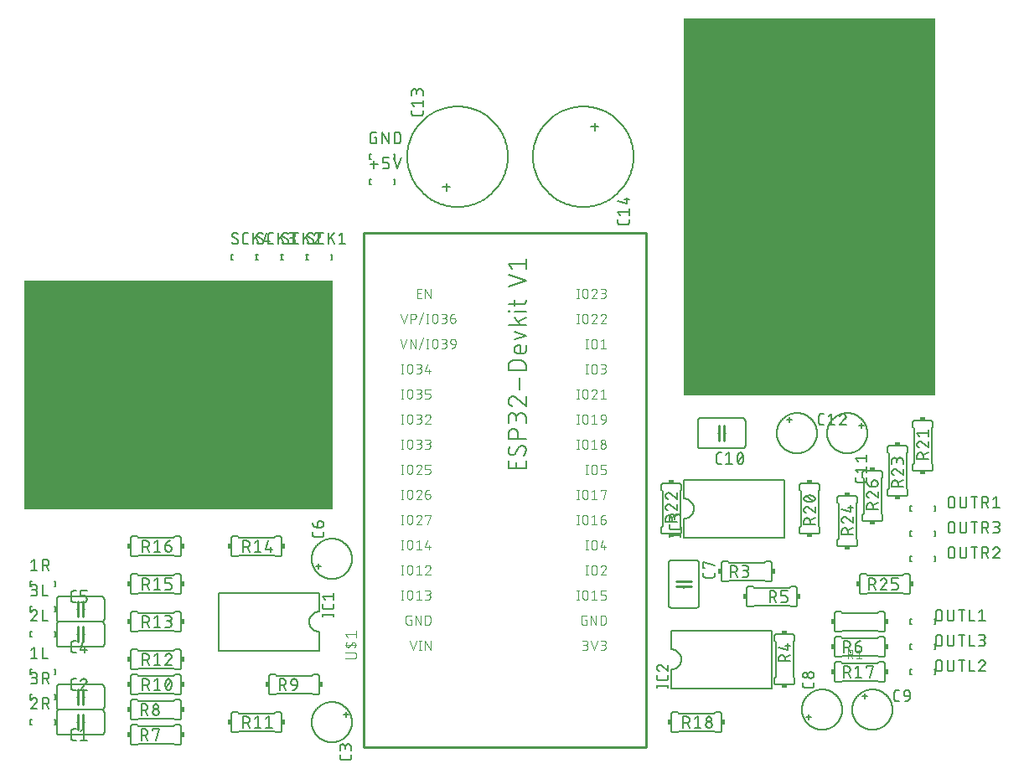
<source format=gbr>
G04 EAGLE Gerber RS-274X export*
G75*
%MOMM*%
%FSLAX34Y34*%
%LPD*%
%INSilkscreen Top*%
%IPPOS*%
%AMOC8*
5,1,8,0,0,1.08239X$1,22.5*%
G01*
%ADD10C,0.076200*%
%ADD11C,0.152400*%
%ADD12C,0.254000*%
%ADD13C,0.101600*%
%ADD14R,25.400000X38.100000*%
%ADD15C,0.127000*%
%ADD16R,0.381000X0.508000*%
%ADD17R,0.508000X0.381000*%

G36*
X355665Y266077D02*
X355665Y266077D01*
X355731Y266079D01*
X355774Y266097D01*
X355821Y266105D01*
X355878Y266139D01*
X355938Y266164D01*
X355973Y266195D01*
X356014Y266220D01*
X356056Y266271D01*
X356104Y266315D01*
X356126Y266357D01*
X356155Y266394D01*
X356176Y266456D01*
X356207Y266515D01*
X356215Y266569D01*
X356227Y266606D01*
X356226Y266646D01*
X356234Y266700D01*
X356234Y496700D01*
X356223Y496765D01*
X356221Y496831D01*
X356203Y496874D01*
X356195Y496921D01*
X356161Y496978D01*
X356136Y497038D01*
X356105Y497073D01*
X356080Y497114D01*
X356029Y497156D01*
X355985Y497204D01*
X355943Y497226D01*
X355906Y497255D01*
X355844Y497276D01*
X355785Y497307D01*
X355731Y497315D01*
X355694Y497327D01*
X355654Y497326D01*
X355600Y497334D01*
X45600Y497334D01*
X45535Y497323D01*
X45469Y497321D01*
X45426Y497303D01*
X45379Y497295D01*
X45322Y497261D01*
X45262Y497236D01*
X45227Y497205D01*
X45186Y497180D01*
X45145Y497129D01*
X45096Y497085D01*
X45074Y497043D01*
X45045Y497006D01*
X45024Y496944D01*
X44993Y496885D01*
X44985Y496831D01*
X44973Y496794D01*
X44974Y496754D01*
X44966Y496700D01*
X44966Y266700D01*
X44977Y266635D01*
X44979Y266569D01*
X44997Y266526D01*
X45005Y266479D01*
X45039Y266422D01*
X45064Y266362D01*
X45095Y266327D01*
X45120Y266286D01*
X45171Y266245D01*
X45215Y266196D01*
X45257Y266174D01*
X45294Y266145D01*
X45356Y266124D01*
X45415Y266093D01*
X45469Y266085D01*
X45506Y266073D01*
X45546Y266074D01*
X45600Y266066D01*
X355600Y266066D01*
X355665Y266077D01*
G37*
D10*
X608810Y123721D02*
X611421Y123721D01*
X611522Y123723D01*
X611623Y123729D01*
X611724Y123739D01*
X611824Y123752D01*
X611924Y123770D01*
X612023Y123791D01*
X612121Y123817D01*
X612218Y123846D01*
X612314Y123878D01*
X612408Y123915D01*
X612501Y123955D01*
X612593Y123999D01*
X612682Y124046D01*
X612770Y124097D01*
X612856Y124151D01*
X612939Y124208D01*
X613021Y124268D01*
X613099Y124332D01*
X613176Y124398D01*
X613249Y124468D01*
X613320Y124540D01*
X613388Y124615D01*
X613453Y124693D01*
X613515Y124773D01*
X613574Y124855D01*
X613630Y124940D01*
X613682Y125026D01*
X613731Y125115D01*
X613777Y125206D01*
X613818Y125298D01*
X613857Y125392D01*
X613891Y125487D01*
X613922Y125583D01*
X613949Y125681D01*
X613973Y125779D01*
X613992Y125879D01*
X614008Y125979D01*
X614020Y126079D01*
X614028Y126180D01*
X614032Y126281D01*
X614032Y126383D01*
X614028Y126484D01*
X614020Y126585D01*
X614008Y126685D01*
X613992Y126785D01*
X613973Y126885D01*
X613949Y126983D01*
X613922Y127081D01*
X613891Y127177D01*
X613857Y127272D01*
X613818Y127366D01*
X613777Y127458D01*
X613731Y127549D01*
X613682Y127637D01*
X613630Y127724D01*
X613574Y127809D01*
X613515Y127891D01*
X613453Y127971D01*
X613388Y128049D01*
X613320Y128124D01*
X613249Y128196D01*
X613176Y128266D01*
X613099Y128332D01*
X613021Y128396D01*
X612939Y128456D01*
X612856Y128513D01*
X612770Y128567D01*
X612682Y128618D01*
X612593Y128665D01*
X612501Y128709D01*
X612408Y128749D01*
X612314Y128786D01*
X612218Y128818D01*
X612121Y128847D01*
X612023Y128873D01*
X611924Y128894D01*
X611824Y128912D01*
X611724Y128925D01*
X611623Y128935D01*
X611522Y128941D01*
X611421Y128943D01*
X611943Y133119D02*
X608810Y133119D01*
X611943Y133119D02*
X612033Y133117D01*
X612122Y133111D01*
X612212Y133102D01*
X612301Y133088D01*
X612389Y133071D01*
X612476Y133050D01*
X612563Y133025D01*
X612648Y132996D01*
X612732Y132964D01*
X612814Y132929D01*
X612895Y132889D01*
X612974Y132847D01*
X613051Y132801D01*
X613126Y132751D01*
X613199Y132699D01*
X613270Y132643D01*
X613338Y132585D01*
X613403Y132523D01*
X613466Y132459D01*
X613526Y132392D01*
X613583Y132323D01*
X613637Y132251D01*
X613688Y132177D01*
X613736Y132101D01*
X613780Y132023D01*
X613821Y131943D01*
X613859Y131861D01*
X613893Y131778D01*
X613923Y131693D01*
X613950Y131607D01*
X613973Y131521D01*
X613992Y131433D01*
X614007Y131344D01*
X614019Y131255D01*
X614027Y131166D01*
X614031Y131076D01*
X614031Y130986D01*
X614027Y130896D01*
X614019Y130807D01*
X614007Y130718D01*
X613992Y130629D01*
X613973Y130541D01*
X613950Y130455D01*
X613923Y130369D01*
X613893Y130284D01*
X613859Y130201D01*
X613821Y130119D01*
X613780Y130039D01*
X613736Y129961D01*
X613688Y129885D01*
X613637Y129811D01*
X613583Y129739D01*
X613526Y129670D01*
X613466Y129603D01*
X613403Y129539D01*
X613338Y129477D01*
X613270Y129419D01*
X613199Y129363D01*
X613126Y129311D01*
X613051Y129261D01*
X612974Y129215D01*
X612895Y129173D01*
X612814Y129133D01*
X612732Y129098D01*
X612648Y129066D01*
X612563Y129037D01*
X612476Y129012D01*
X612389Y128991D01*
X612301Y128974D01*
X612212Y128960D01*
X612122Y128951D01*
X612033Y128945D01*
X611943Y128943D01*
X611943Y128942D02*
X609854Y128942D01*
X617432Y133119D02*
X620565Y123721D01*
X623697Y133119D01*
X627098Y123721D02*
X629708Y123721D01*
X629809Y123723D01*
X629910Y123729D01*
X630011Y123739D01*
X630111Y123752D01*
X630211Y123770D01*
X630310Y123791D01*
X630408Y123817D01*
X630505Y123846D01*
X630601Y123878D01*
X630695Y123915D01*
X630788Y123955D01*
X630880Y123999D01*
X630969Y124046D01*
X631057Y124097D01*
X631143Y124151D01*
X631226Y124208D01*
X631308Y124268D01*
X631386Y124332D01*
X631463Y124398D01*
X631536Y124468D01*
X631607Y124540D01*
X631675Y124615D01*
X631740Y124693D01*
X631802Y124773D01*
X631861Y124855D01*
X631917Y124940D01*
X631969Y125026D01*
X632018Y125115D01*
X632064Y125206D01*
X632105Y125298D01*
X632144Y125392D01*
X632178Y125487D01*
X632209Y125583D01*
X632236Y125681D01*
X632260Y125779D01*
X632279Y125879D01*
X632295Y125979D01*
X632307Y126079D01*
X632315Y126180D01*
X632319Y126281D01*
X632319Y126383D01*
X632315Y126484D01*
X632307Y126585D01*
X632295Y126685D01*
X632279Y126785D01*
X632260Y126885D01*
X632236Y126983D01*
X632209Y127081D01*
X632178Y127177D01*
X632144Y127272D01*
X632105Y127366D01*
X632064Y127458D01*
X632018Y127549D01*
X631969Y127637D01*
X631917Y127724D01*
X631861Y127809D01*
X631802Y127891D01*
X631740Y127971D01*
X631675Y128049D01*
X631607Y128124D01*
X631536Y128196D01*
X631463Y128266D01*
X631386Y128332D01*
X631308Y128396D01*
X631226Y128456D01*
X631143Y128513D01*
X631057Y128567D01*
X630969Y128618D01*
X630880Y128665D01*
X630788Y128709D01*
X630695Y128749D01*
X630601Y128786D01*
X630505Y128818D01*
X630408Y128847D01*
X630310Y128873D01*
X630211Y128894D01*
X630111Y128912D01*
X630011Y128925D01*
X629910Y128935D01*
X629809Y128941D01*
X629708Y128943D01*
X630231Y133119D02*
X627098Y133119D01*
X630231Y133119D02*
X630321Y133117D01*
X630410Y133111D01*
X630500Y133102D01*
X630589Y133088D01*
X630677Y133071D01*
X630764Y133050D01*
X630851Y133025D01*
X630936Y132996D01*
X631020Y132964D01*
X631102Y132929D01*
X631183Y132889D01*
X631262Y132847D01*
X631339Y132801D01*
X631414Y132751D01*
X631487Y132699D01*
X631558Y132643D01*
X631626Y132585D01*
X631691Y132523D01*
X631754Y132459D01*
X631814Y132392D01*
X631871Y132323D01*
X631925Y132251D01*
X631976Y132177D01*
X632024Y132101D01*
X632068Y132023D01*
X632109Y131943D01*
X632147Y131861D01*
X632181Y131778D01*
X632211Y131693D01*
X632238Y131607D01*
X632261Y131521D01*
X632280Y131433D01*
X632295Y131344D01*
X632307Y131255D01*
X632315Y131166D01*
X632319Y131076D01*
X632319Y130986D01*
X632315Y130896D01*
X632307Y130807D01*
X632295Y130718D01*
X632280Y130629D01*
X632261Y130541D01*
X632238Y130455D01*
X632211Y130369D01*
X632181Y130284D01*
X632147Y130201D01*
X632109Y130119D01*
X632068Y130039D01*
X632024Y129961D01*
X631976Y129885D01*
X631925Y129811D01*
X631871Y129739D01*
X631814Y129670D01*
X631754Y129603D01*
X631691Y129539D01*
X631626Y129477D01*
X631558Y129419D01*
X631487Y129363D01*
X631414Y129311D01*
X631339Y129261D01*
X631262Y129215D01*
X631183Y129173D01*
X631102Y129133D01*
X631020Y129098D01*
X630936Y129066D01*
X630851Y129037D01*
X630764Y129012D01*
X630677Y128991D01*
X630589Y128974D01*
X630500Y128960D01*
X630410Y128951D01*
X630321Y128945D01*
X630231Y128943D01*
X630231Y128942D02*
X628142Y128942D01*
X612812Y154342D02*
X611245Y154342D01*
X612812Y154342D02*
X612812Y149121D01*
X609679Y149121D01*
X609590Y149123D01*
X609502Y149129D01*
X609414Y149138D01*
X609326Y149151D01*
X609239Y149168D01*
X609153Y149188D01*
X609068Y149213D01*
X608983Y149240D01*
X608900Y149272D01*
X608819Y149306D01*
X608739Y149345D01*
X608661Y149386D01*
X608584Y149431D01*
X608510Y149479D01*
X608437Y149530D01*
X608367Y149584D01*
X608300Y149642D01*
X608234Y149702D01*
X608172Y149764D01*
X608112Y149830D01*
X608054Y149897D01*
X608000Y149967D01*
X607949Y150040D01*
X607901Y150114D01*
X607856Y150191D01*
X607815Y150269D01*
X607776Y150349D01*
X607742Y150430D01*
X607710Y150513D01*
X607683Y150598D01*
X607658Y150683D01*
X607638Y150769D01*
X607621Y150856D01*
X607608Y150944D01*
X607599Y151032D01*
X607593Y151120D01*
X607591Y151209D01*
X607591Y156431D01*
X607593Y156522D01*
X607599Y156613D01*
X607609Y156704D01*
X607623Y156794D01*
X607640Y156883D01*
X607662Y156971D01*
X607688Y157059D01*
X607717Y157145D01*
X607750Y157230D01*
X607787Y157313D01*
X607827Y157395D01*
X607871Y157475D01*
X607918Y157553D01*
X607969Y157629D01*
X608022Y157702D01*
X608079Y157773D01*
X608140Y157842D01*
X608203Y157907D01*
X608268Y157970D01*
X608337Y158030D01*
X608408Y158088D01*
X608481Y158141D01*
X608557Y158192D01*
X608635Y158239D01*
X608715Y158283D01*
X608797Y158323D01*
X608880Y158360D01*
X608965Y158393D01*
X609051Y158422D01*
X609139Y158448D01*
X609227Y158470D01*
X609316Y158487D01*
X609406Y158501D01*
X609497Y158511D01*
X609588Y158517D01*
X609679Y158519D01*
X612812Y158519D01*
X617344Y158519D02*
X617344Y149121D01*
X622565Y149121D02*
X617344Y158519D01*
X622565Y158519D02*
X622565Y149121D01*
X627098Y149121D02*
X627098Y158519D01*
X629708Y158519D01*
X629808Y158517D01*
X629908Y158511D01*
X630007Y158502D01*
X630107Y158488D01*
X630205Y158471D01*
X630303Y158450D01*
X630400Y158426D01*
X630496Y158397D01*
X630591Y158365D01*
X630684Y158330D01*
X630776Y158291D01*
X630867Y158248D01*
X630955Y158202D01*
X631042Y158152D01*
X631127Y158100D01*
X631210Y158044D01*
X631291Y157985D01*
X631369Y157922D01*
X631445Y157857D01*
X631519Y157789D01*
X631589Y157719D01*
X631657Y157645D01*
X631722Y157569D01*
X631785Y157491D01*
X631844Y157410D01*
X631900Y157327D01*
X631952Y157242D01*
X632002Y157155D01*
X632048Y157067D01*
X632091Y156976D01*
X632130Y156884D01*
X632165Y156791D01*
X632197Y156696D01*
X632226Y156600D01*
X632250Y156503D01*
X632271Y156405D01*
X632288Y156307D01*
X632302Y156207D01*
X632311Y156108D01*
X632317Y156008D01*
X632319Y155908D01*
X632319Y151732D01*
X632317Y151632D01*
X632311Y151532D01*
X632302Y151433D01*
X632288Y151333D01*
X632271Y151235D01*
X632250Y151137D01*
X632226Y151040D01*
X632197Y150944D01*
X632165Y150849D01*
X632130Y150756D01*
X632091Y150664D01*
X632048Y150573D01*
X632002Y150485D01*
X631952Y150398D01*
X631900Y150313D01*
X631844Y150230D01*
X631785Y150149D01*
X631722Y150071D01*
X631657Y149995D01*
X631589Y149921D01*
X631519Y149851D01*
X631445Y149783D01*
X631369Y149718D01*
X631291Y149655D01*
X631210Y149596D01*
X631127Y149540D01*
X631042Y149488D01*
X630955Y149438D01*
X630867Y149392D01*
X630776Y149349D01*
X630684Y149310D01*
X630591Y149275D01*
X630496Y149243D01*
X630400Y149214D01*
X630303Y149190D01*
X630205Y149169D01*
X630107Y149152D01*
X630007Y149138D01*
X629908Y149129D01*
X629808Y149123D01*
X629708Y149121D01*
X627098Y149121D01*
X604105Y174521D02*
X604105Y183919D01*
X603061Y174521D02*
X605150Y174521D01*
X605150Y183919D02*
X603061Y183919D01*
X608810Y181308D02*
X608810Y177132D01*
X608810Y181308D02*
X608812Y181409D01*
X608818Y181510D01*
X608828Y181611D01*
X608841Y181711D01*
X608859Y181811D01*
X608880Y181910D01*
X608906Y182008D01*
X608935Y182105D01*
X608967Y182201D01*
X609004Y182295D01*
X609044Y182388D01*
X609088Y182480D01*
X609135Y182569D01*
X609186Y182657D01*
X609240Y182743D01*
X609297Y182826D01*
X609357Y182908D01*
X609421Y182986D01*
X609487Y183063D01*
X609557Y183136D01*
X609629Y183207D01*
X609704Y183275D01*
X609782Y183340D01*
X609862Y183402D01*
X609944Y183461D01*
X610029Y183517D01*
X610116Y183569D01*
X610204Y183618D01*
X610295Y183664D01*
X610387Y183705D01*
X610481Y183744D01*
X610576Y183778D01*
X610672Y183809D01*
X610770Y183836D01*
X610868Y183860D01*
X610968Y183879D01*
X611068Y183895D01*
X611168Y183907D01*
X611269Y183915D01*
X611370Y183919D01*
X611472Y183919D01*
X611573Y183915D01*
X611674Y183907D01*
X611774Y183895D01*
X611874Y183879D01*
X611974Y183860D01*
X612072Y183836D01*
X612170Y183809D01*
X612266Y183778D01*
X612361Y183744D01*
X612455Y183705D01*
X612547Y183664D01*
X612638Y183618D01*
X612727Y183569D01*
X612813Y183517D01*
X612898Y183461D01*
X612980Y183402D01*
X613060Y183340D01*
X613138Y183275D01*
X613213Y183207D01*
X613285Y183136D01*
X613355Y183063D01*
X613421Y182986D01*
X613485Y182908D01*
X613545Y182826D01*
X613602Y182743D01*
X613656Y182657D01*
X613707Y182569D01*
X613754Y182480D01*
X613798Y182388D01*
X613838Y182295D01*
X613875Y182201D01*
X613907Y182105D01*
X613936Y182008D01*
X613962Y181910D01*
X613983Y181811D01*
X614001Y181711D01*
X614014Y181611D01*
X614024Y181510D01*
X614030Y181409D01*
X614032Y181308D01*
X614031Y181308D02*
X614031Y177132D01*
X614032Y177132D02*
X614030Y177031D01*
X614024Y176930D01*
X614014Y176829D01*
X614001Y176729D01*
X613983Y176629D01*
X613962Y176530D01*
X613936Y176432D01*
X613907Y176335D01*
X613875Y176239D01*
X613838Y176145D01*
X613798Y176052D01*
X613754Y175960D01*
X613707Y175871D01*
X613656Y175783D01*
X613602Y175697D01*
X613545Y175614D01*
X613485Y175532D01*
X613421Y175454D01*
X613355Y175377D01*
X613285Y175304D01*
X613213Y175233D01*
X613138Y175165D01*
X613060Y175100D01*
X612980Y175038D01*
X612898Y174979D01*
X612813Y174923D01*
X612727Y174871D01*
X612638Y174822D01*
X612547Y174776D01*
X612455Y174735D01*
X612361Y174696D01*
X612266Y174662D01*
X612170Y174631D01*
X612072Y174604D01*
X611974Y174580D01*
X611874Y174561D01*
X611774Y174545D01*
X611674Y174533D01*
X611573Y174525D01*
X611472Y174521D01*
X611370Y174521D01*
X611269Y174525D01*
X611168Y174533D01*
X611068Y174545D01*
X610968Y174561D01*
X610868Y174580D01*
X610770Y174604D01*
X610672Y174631D01*
X610576Y174662D01*
X610481Y174696D01*
X610387Y174735D01*
X610295Y174776D01*
X610204Y174822D01*
X610116Y174871D01*
X610029Y174923D01*
X609944Y174979D01*
X609862Y175038D01*
X609782Y175100D01*
X609704Y175165D01*
X609629Y175233D01*
X609557Y175304D01*
X609487Y175377D01*
X609421Y175454D01*
X609357Y175532D01*
X609297Y175614D01*
X609240Y175697D01*
X609186Y175783D01*
X609135Y175871D01*
X609088Y175960D01*
X609044Y176052D01*
X609004Y176145D01*
X608967Y176239D01*
X608935Y176335D01*
X608906Y176432D01*
X608880Y176530D01*
X608859Y176629D01*
X608841Y176729D01*
X608828Y176829D01*
X608818Y176930D01*
X608812Y177031D01*
X608810Y177132D01*
X617954Y181831D02*
X620564Y183919D01*
X620564Y174521D01*
X617954Y174521D02*
X623175Y174521D01*
X627098Y174521D02*
X630231Y174521D01*
X630320Y174523D01*
X630408Y174529D01*
X630496Y174538D01*
X630584Y174551D01*
X630671Y174568D01*
X630757Y174588D01*
X630842Y174613D01*
X630927Y174640D01*
X631010Y174672D01*
X631091Y174706D01*
X631171Y174745D01*
X631249Y174786D01*
X631326Y174831D01*
X631400Y174879D01*
X631473Y174930D01*
X631543Y174984D01*
X631610Y175042D01*
X631676Y175102D01*
X631738Y175164D01*
X631798Y175230D01*
X631856Y175297D01*
X631910Y175367D01*
X631961Y175440D01*
X632009Y175514D01*
X632054Y175591D01*
X632095Y175669D01*
X632134Y175749D01*
X632168Y175830D01*
X632200Y175913D01*
X632227Y175998D01*
X632252Y176083D01*
X632272Y176169D01*
X632289Y176256D01*
X632302Y176344D01*
X632311Y176432D01*
X632317Y176520D01*
X632319Y176609D01*
X632319Y177654D01*
X632317Y177743D01*
X632311Y177831D01*
X632302Y177919D01*
X632289Y178007D01*
X632272Y178094D01*
X632252Y178180D01*
X632227Y178265D01*
X632200Y178350D01*
X632168Y178433D01*
X632134Y178514D01*
X632095Y178594D01*
X632054Y178672D01*
X632009Y178749D01*
X631961Y178823D01*
X631910Y178896D01*
X631856Y178966D01*
X631798Y179033D01*
X631738Y179099D01*
X631676Y179161D01*
X631610Y179221D01*
X631543Y179279D01*
X631473Y179333D01*
X631400Y179384D01*
X631326Y179432D01*
X631249Y179477D01*
X631171Y179518D01*
X631091Y179557D01*
X631010Y179591D01*
X630927Y179623D01*
X630842Y179650D01*
X630757Y179675D01*
X630671Y179695D01*
X630584Y179712D01*
X630496Y179725D01*
X630408Y179734D01*
X630320Y179740D01*
X630231Y179742D01*
X627098Y179742D01*
X627098Y183919D01*
X632319Y183919D01*
X613249Y199921D02*
X613249Y209319D01*
X612205Y199921D02*
X614294Y199921D01*
X614294Y209319D02*
X612205Y209319D01*
X617954Y206708D02*
X617954Y202532D01*
X617953Y206708D02*
X617955Y206809D01*
X617961Y206910D01*
X617971Y207011D01*
X617984Y207111D01*
X618002Y207211D01*
X618023Y207310D01*
X618049Y207408D01*
X618078Y207505D01*
X618110Y207601D01*
X618147Y207695D01*
X618187Y207788D01*
X618231Y207880D01*
X618278Y207969D01*
X618329Y208057D01*
X618383Y208143D01*
X618440Y208226D01*
X618500Y208308D01*
X618564Y208386D01*
X618630Y208463D01*
X618700Y208536D01*
X618772Y208607D01*
X618847Y208675D01*
X618925Y208740D01*
X619005Y208802D01*
X619087Y208861D01*
X619172Y208917D01*
X619259Y208969D01*
X619347Y209018D01*
X619438Y209064D01*
X619530Y209105D01*
X619624Y209144D01*
X619719Y209178D01*
X619815Y209209D01*
X619913Y209236D01*
X620011Y209260D01*
X620111Y209279D01*
X620211Y209295D01*
X620311Y209307D01*
X620412Y209315D01*
X620513Y209319D01*
X620615Y209319D01*
X620716Y209315D01*
X620817Y209307D01*
X620917Y209295D01*
X621017Y209279D01*
X621117Y209260D01*
X621215Y209236D01*
X621313Y209209D01*
X621409Y209178D01*
X621504Y209144D01*
X621598Y209105D01*
X621690Y209064D01*
X621781Y209018D01*
X621870Y208969D01*
X621956Y208917D01*
X622041Y208861D01*
X622123Y208802D01*
X622203Y208740D01*
X622281Y208675D01*
X622356Y208607D01*
X622428Y208536D01*
X622498Y208463D01*
X622564Y208386D01*
X622628Y208308D01*
X622688Y208226D01*
X622745Y208143D01*
X622799Y208057D01*
X622850Y207969D01*
X622897Y207880D01*
X622941Y207788D01*
X622981Y207695D01*
X623018Y207601D01*
X623050Y207505D01*
X623079Y207408D01*
X623105Y207310D01*
X623126Y207211D01*
X623144Y207111D01*
X623157Y207011D01*
X623167Y206910D01*
X623173Y206809D01*
X623175Y206708D01*
X623175Y202532D01*
X623173Y202431D01*
X623167Y202330D01*
X623157Y202229D01*
X623144Y202129D01*
X623126Y202029D01*
X623105Y201930D01*
X623079Y201832D01*
X623050Y201735D01*
X623018Y201639D01*
X622981Y201545D01*
X622941Y201452D01*
X622897Y201360D01*
X622850Y201271D01*
X622799Y201183D01*
X622745Y201097D01*
X622688Y201014D01*
X622628Y200932D01*
X622564Y200854D01*
X622498Y200777D01*
X622428Y200704D01*
X622356Y200633D01*
X622281Y200565D01*
X622203Y200500D01*
X622123Y200438D01*
X622041Y200379D01*
X621956Y200323D01*
X621870Y200271D01*
X621781Y200222D01*
X621690Y200176D01*
X621598Y200135D01*
X621504Y200096D01*
X621409Y200062D01*
X621313Y200031D01*
X621215Y200004D01*
X621117Y199980D01*
X621017Y199961D01*
X620917Y199945D01*
X620817Y199933D01*
X620716Y199925D01*
X620615Y199921D01*
X620513Y199921D01*
X620412Y199925D01*
X620311Y199933D01*
X620211Y199945D01*
X620111Y199961D01*
X620011Y199980D01*
X619913Y200004D01*
X619815Y200031D01*
X619719Y200062D01*
X619624Y200096D01*
X619530Y200135D01*
X619438Y200176D01*
X619347Y200222D01*
X619259Y200271D01*
X619172Y200323D01*
X619087Y200379D01*
X619005Y200438D01*
X618925Y200500D01*
X618847Y200565D01*
X618772Y200633D01*
X618700Y200704D01*
X618630Y200777D01*
X618564Y200854D01*
X618500Y200932D01*
X618440Y201014D01*
X618383Y201097D01*
X618329Y201183D01*
X618278Y201271D01*
X618231Y201360D01*
X618187Y201452D01*
X618147Y201545D01*
X618110Y201639D01*
X618078Y201735D01*
X618049Y201832D01*
X618023Y201930D01*
X618002Y202029D01*
X617984Y202129D01*
X617971Y202229D01*
X617961Y202330D01*
X617955Y202431D01*
X617953Y202532D01*
X629970Y209320D02*
X630065Y209318D01*
X630159Y209312D01*
X630253Y209303D01*
X630347Y209290D01*
X630440Y209273D01*
X630532Y209252D01*
X630624Y209227D01*
X630714Y209199D01*
X630803Y209167D01*
X630891Y209132D01*
X630977Y209093D01*
X631062Y209051D01*
X631145Y209005D01*
X631226Y208956D01*
X631305Y208904D01*
X631382Y208849D01*
X631456Y208790D01*
X631528Y208729D01*
X631598Y208665D01*
X631665Y208598D01*
X631729Y208528D01*
X631790Y208456D01*
X631849Y208382D01*
X631904Y208305D01*
X631956Y208226D01*
X632005Y208145D01*
X632051Y208062D01*
X632093Y207977D01*
X632132Y207891D01*
X632167Y207803D01*
X632199Y207714D01*
X632227Y207624D01*
X632252Y207532D01*
X632273Y207440D01*
X632290Y207347D01*
X632303Y207253D01*
X632312Y207159D01*
X632318Y207065D01*
X632320Y206970D01*
X629970Y209319D02*
X629862Y209317D01*
X629753Y209311D01*
X629645Y209301D01*
X629538Y209288D01*
X629431Y209270D01*
X629324Y209249D01*
X629219Y209224D01*
X629114Y209195D01*
X629011Y209163D01*
X628909Y209126D01*
X628808Y209086D01*
X628709Y209043D01*
X628611Y208996D01*
X628515Y208945D01*
X628421Y208891D01*
X628329Y208834D01*
X628239Y208773D01*
X628151Y208709D01*
X628066Y208643D01*
X627983Y208573D01*
X627903Y208500D01*
X627825Y208424D01*
X627750Y208346D01*
X627678Y208265D01*
X627609Y208181D01*
X627543Y208095D01*
X627480Y208007D01*
X627421Y207916D01*
X627364Y207824D01*
X627311Y207729D01*
X627262Y207633D01*
X627216Y207534D01*
X627173Y207435D01*
X627134Y207333D01*
X627099Y207231D01*
X631536Y205142D02*
X631605Y205211D01*
X631671Y205282D01*
X631735Y205355D01*
X631796Y205431D01*
X631854Y205510D01*
X631908Y205590D01*
X631960Y205673D01*
X632008Y205757D01*
X632054Y205843D01*
X632095Y205931D01*
X632134Y206021D01*
X632169Y206112D01*
X632200Y206204D01*
X632228Y206297D01*
X632252Y206391D01*
X632272Y206486D01*
X632289Y206582D01*
X632302Y206679D01*
X632311Y206776D01*
X632317Y206873D01*
X632319Y206970D01*
X631536Y205142D02*
X627098Y199921D01*
X632319Y199921D01*
X613249Y225321D02*
X613249Y234719D01*
X612205Y225321D02*
X614294Y225321D01*
X614294Y234719D02*
X612205Y234719D01*
X617954Y232108D02*
X617954Y227932D01*
X617953Y232108D02*
X617955Y232209D01*
X617961Y232310D01*
X617971Y232411D01*
X617984Y232511D01*
X618002Y232611D01*
X618023Y232710D01*
X618049Y232808D01*
X618078Y232905D01*
X618110Y233001D01*
X618147Y233095D01*
X618187Y233188D01*
X618231Y233280D01*
X618278Y233369D01*
X618329Y233457D01*
X618383Y233543D01*
X618440Y233626D01*
X618500Y233708D01*
X618564Y233786D01*
X618630Y233863D01*
X618700Y233936D01*
X618772Y234007D01*
X618847Y234075D01*
X618925Y234140D01*
X619005Y234202D01*
X619087Y234261D01*
X619172Y234317D01*
X619259Y234369D01*
X619347Y234418D01*
X619438Y234464D01*
X619530Y234505D01*
X619624Y234544D01*
X619719Y234578D01*
X619815Y234609D01*
X619913Y234636D01*
X620011Y234660D01*
X620111Y234679D01*
X620211Y234695D01*
X620311Y234707D01*
X620412Y234715D01*
X620513Y234719D01*
X620615Y234719D01*
X620716Y234715D01*
X620817Y234707D01*
X620917Y234695D01*
X621017Y234679D01*
X621117Y234660D01*
X621215Y234636D01*
X621313Y234609D01*
X621409Y234578D01*
X621504Y234544D01*
X621598Y234505D01*
X621690Y234464D01*
X621781Y234418D01*
X621870Y234369D01*
X621956Y234317D01*
X622041Y234261D01*
X622123Y234202D01*
X622203Y234140D01*
X622281Y234075D01*
X622356Y234007D01*
X622428Y233936D01*
X622498Y233863D01*
X622564Y233786D01*
X622628Y233708D01*
X622688Y233626D01*
X622745Y233543D01*
X622799Y233457D01*
X622850Y233369D01*
X622897Y233280D01*
X622941Y233188D01*
X622981Y233095D01*
X623018Y233001D01*
X623050Y232905D01*
X623079Y232808D01*
X623105Y232710D01*
X623126Y232611D01*
X623144Y232511D01*
X623157Y232411D01*
X623167Y232310D01*
X623173Y232209D01*
X623175Y232108D01*
X623175Y227932D01*
X623173Y227831D01*
X623167Y227730D01*
X623157Y227629D01*
X623144Y227529D01*
X623126Y227429D01*
X623105Y227330D01*
X623079Y227232D01*
X623050Y227135D01*
X623018Y227039D01*
X622981Y226945D01*
X622941Y226852D01*
X622897Y226760D01*
X622850Y226671D01*
X622799Y226583D01*
X622745Y226497D01*
X622688Y226414D01*
X622628Y226332D01*
X622564Y226254D01*
X622498Y226177D01*
X622428Y226104D01*
X622356Y226033D01*
X622281Y225965D01*
X622203Y225900D01*
X622123Y225838D01*
X622041Y225779D01*
X621956Y225723D01*
X621870Y225671D01*
X621781Y225622D01*
X621690Y225576D01*
X621598Y225535D01*
X621504Y225496D01*
X621409Y225462D01*
X621313Y225431D01*
X621215Y225404D01*
X621117Y225380D01*
X621017Y225361D01*
X620917Y225345D01*
X620817Y225333D01*
X620716Y225325D01*
X620615Y225321D01*
X620513Y225321D01*
X620412Y225325D01*
X620311Y225333D01*
X620211Y225345D01*
X620111Y225361D01*
X620011Y225380D01*
X619913Y225404D01*
X619815Y225431D01*
X619719Y225462D01*
X619624Y225496D01*
X619530Y225535D01*
X619438Y225576D01*
X619347Y225622D01*
X619259Y225671D01*
X619172Y225723D01*
X619087Y225779D01*
X619005Y225838D01*
X618925Y225900D01*
X618847Y225965D01*
X618772Y226033D01*
X618700Y226104D01*
X618630Y226177D01*
X618564Y226254D01*
X618500Y226332D01*
X618440Y226414D01*
X618383Y226497D01*
X618329Y226583D01*
X618278Y226671D01*
X618231Y226760D01*
X618187Y226852D01*
X618147Y226945D01*
X618110Y227039D01*
X618078Y227135D01*
X618049Y227232D01*
X618023Y227330D01*
X618002Y227429D01*
X617984Y227529D01*
X617971Y227629D01*
X617961Y227730D01*
X617955Y227831D01*
X617953Y227932D01*
X627098Y227409D02*
X629186Y234719D01*
X627098Y227409D02*
X632319Y227409D01*
X630753Y229498D02*
X630753Y225321D01*
X604105Y250721D02*
X604105Y260119D01*
X603061Y250721D02*
X605150Y250721D01*
X605150Y260119D02*
X603061Y260119D01*
X608810Y257508D02*
X608810Y253332D01*
X608810Y257508D02*
X608812Y257609D01*
X608818Y257710D01*
X608828Y257811D01*
X608841Y257911D01*
X608859Y258011D01*
X608880Y258110D01*
X608906Y258208D01*
X608935Y258305D01*
X608967Y258401D01*
X609004Y258495D01*
X609044Y258588D01*
X609088Y258680D01*
X609135Y258769D01*
X609186Y258857D01*
X609240Y258943D01*
X609297Y259026D01*
X609357Y259108D01*
X609421Y259186D01*
X609487Y259263D01*
X609557Y259336D01*
X609629Y259407D01*
X609704Y259475D01*
X609782Y259540D01*
X609862Y259602D01*
X609944Y259661D01*
X610029Y259717D01*
X610116Y259769D01*
X610204Y259818D01*
X610295Y259864D01*
X610387Y259905D01*
X610481Y259944D01*
X610576Y259978D01*
X610672Y260009D01*
X610770Y260036D01*
X610868Y260060D01*
X610968Y260079D01*
X611068Y260095D01*
X611168Y260107D01*
X611269Y260115D01*
X611370Y260119D01*
X611472Y260119D01*
X611573Y260115D01*
X611674Y260107D01*
X611774Y260095D01*
X611874Y260079D01*
X611974Y260060D01*
X612072Y260036D01*
X612170Y260009D01*
X612266Y259978D01*
X612361Y259944D01*
X612455Y259905D01*
X612547Y259864D01*
X612638Y259818D01*
X612727Y259769D01*
X612813Y259717D01*
X612898Y259661D01*
X612980Y259602D01*
X613060Y259540D01*
X613138Y259475D01*
X613213Y259407D01*
X613285Y259336D01*
X613355Y259263D01*
X613421Y259186D01*
X613485Y259108D01*
X613545Y259026D01*
X613602Y258943D01*
X613656Y258857D01*
X613707Y258769D01*
X613754Y258680D01*
X613798Y258588D01*
X613838Y258495D01*
X613875Y258401D01*
X613907Y258305D01*
X613936Y258208D01*
X613962Y258110D01*
X613983Y258011D01*
X614001Y257911D01*
X614014Y257811D01*
X614024Y257710D01*
X614030Y257609D01*
X614032Y257508D01*
X614031Y257508D02*
X614031Y253332D01*
X614032Y253332D02*
X614030Y253231D01*
X614024Y253130D01*
X614014Y253029D01*
X614001Y252929D01*
X613983Y252829D01*
X613962Y252730D01*
X613936Y252632D01*
X613907Y252535D01*
X613875Y252439D01*
X613838Y252345D01*
X613798Y252252D01*
X613754Y252160D01*
X613707Y252071D01*
X613656Y251983D01*
X613602Y251897D01*
X613545Y251814D01*
X613485Y251732D01*
X613421Y251654D01*
X613355Y251577D01*
X613285Y251504D01*
X613213Y251433D01*
X613138Y251365D01*
X613060Y251300D01*
X612980Y251238D01*
X612898Y251179D01*
X612813Y251123D01*
X612727Y251071D01*
X612638Y251022D01*
X612547Y250976D01*
X612455Y250935D01*
X612361Y250896D01*
X612266Y250862D01*
X612170Y250831D01*
X612072Y250804D01*
X611974Y250780D01*
X611874Y250761D01*
X611774Y250745D01*
X611674Y250733D01*
X611573Y250725D01*
X611472Y250721D01*
X611370Y250721D01*
X611269Y250725D01*
X611168Y250733D01*
X611068Y250745D01*
X610968Y250761D01*
X610868Y250780D01*
X610770Y250804D01*
X610672Y250831D01*
X610576Y250862D01*
X610481Y250896D01*
X610387Y250935D01*
X610295Y250976D01*
X610204Y251022D01*
X610116Y251071D01*
X610029Y251123D01*
X609944Y251179D01*
X609862Y251238D01*
X609782Y251300D01*
X609704Y251365D01*
X609629Y251433D01*
X609557Y251504D01*
X609487Y251577D01*
X609421Y251654D01*
X609357Y251732D01*
X609297Y251814D01*
X609240Y251897D01*
X609186Y251983D01*
X609135Y252071D01*
X609088Y252160D01*
X609044Y252252D01*
X609004Y252345D01*
X608967Y252439D01*
X608935Y252535D01*
X608906Y252632D01*
X608880Y252730D01*
X608859Y252829D01*
X608841Y252929D01*
X608828Y253029D01*
X608818Y253130D01*
X608812Y253231D01*
X608810Y253332D01*
X617954Y258031D02*
X620564Y260119D01*
X620564Y250721D01*
X617954Y250721D02*
X623175Y250721D01*
X627098Y255942D02*
X630231Y255942D01*
X630320Y255940D01*
X630408Y255934D01*
X630496Y255925D01*
X630584Y255912D01*
X630671Y255895D01*
X630757Y255875D01*
X630842Y255850D01*
X630927Y255823D01*
X631010Y255791D01*
X631091Y255757D01*
X631171Y255718D01*
X631249Y255677D01*
X631326Y255632D01*
X631400Y255584D01*
X631473Y255533D01*
X631543Y255479D01*
X631610Y255421D01*
X631676Y255361D01*
X631738Y255299D01*
X631798Y255233D01*
X631856Y255166D01*
X631910Y255096D01*
X631961Y255023D01*
X632009Y254949D01*
X632054Y254872D01*
X632095Y254794D01*
X632134Y254714D01*
X632168Y254633D01*
X632200Y254550D01*
X632227Y254465D01*
X632252Y254380D01*
X632272Y254294D01*
X632289Y254207D01*
X632302Y254119D01*
X632311Y254031D01*
X632317Y253943D01*
X632319Y253854D01*
X632319Y253332D01*
X632317Y253231D01*
X632311Y253130D01*
X632301Y253029D01*
X632288Y252929D01*
X632270Y252829D01*
X632249Y252730D01*
X632223Y252632D01*
X632194Y252535D01*
X632162Y252439D01*
X632125Y252345D01*
X632085Y252252D01*
X632041Y252160D01*
X631994Y252071D01*
X631943Y251983D01*
X631889Y251897D01*
X631832Y251814D01*
X631772Y251732D01*
X631708Y251654D01*
X631642Y251577D01*
X631572Y251504D01*
X631500Y251433D01*
X631425Y251365D01*
X631347Y251300D01*
X631267Y251238D01*
X631185Y251179D01*
X631100Y251123D01*
X631014Y251071D01*
X630925Y251022D01*
X630834Y250976D01*
X630742Y250935D01*
X630648Y250896D01*
X630553Y250862D01*
X630457Y250831D01*
X630359Y250804D01*
X630261Y250780D01*
X630161Y250761D01*
X630061Y250745D01*
X629961Y250733D01*
X629860Y250725D01*
X629759Y250721D01*
X629657Y250721D01*
X629556Y250725D01*
X629455Y250733D01*
X629355Y250745D01*
X629255Y250761D01*
X629155Y250780D01*
X629057Y250804D01*
X628959Y250831D01*
X628863Y250862D01*
X628768Y250896D01*
X628674Y250935D01*
X628582Y250976D01*
X628491Y251022D01*
X628403Y251071D01*
X628316Y251123D01*
X628231Y251179D01*
X628149Y251238D01*
X628069Y251300D01*
X627991Y251365D01*
X627916Y251433D01*
X627844Y251504D01*
X627774Y251577D01*
X627708Y251654D01*
X627644Y251732D01*
X627584Y251814D01*
X627527Y251897D01*
X627473Y251983D01*
X627422Y252071D01*
X627375Y252160D01*
X627331Y252252D01*
X627291Y252345D01*
X627254Y252439D01*
X627222Y252535D01*
X627193Y252632D01*
X627167Y252730D01*
X627146Y252829D01*
X627128Y252929D01*
X627115Y253029D01*
X627105Y253130D01*
X627099Y253231D01*
X627097Y253332D01*
X627098Y253332D02*
X627098Y255942D01*
X627100Y256071D01*
X627106Y256199D01*
X627116Y256327D01*
X627130Y256455D01*
X627147Y256583D01*
X627169Y256710D01*
X627195Y256836D01*
X627224Y256961D01*
X627257Y257085D01*
X627295Y257208D01*
X627335Y257330D01*
X627380Y257451D01*
X627428Y257570D01*
X627480Y257688D01*
X627536Y257804D01*
X627595Y257918D01*
X627658Y258030D01*
X627724Y258141D01*
X627793Y258249D01*
X627866Y258355D01*
X627942Y258459D01*
X628021Y258561D01*
X628103Y258660D01*
X628188Y258756D01*
X628276Y258850D01*
X628367Y258941D01*
X628461Y259029D01*
X628557Y259114D01*
X628656Y259196D01*
X628758Y259275D01*
X628862Y259351D01*
X628968Y259424D01*
X629076Y259493D01*
X629186Y259559D01*
X629299Y259622D01*
X629413Y259681D01*
X629529Y259737D01*
X629647Y259789D01*
X629766Y259837D01*
X629887Y259882D01*
X630009Y259922D01*
X630132Y259960D01*
X630256Y259993D01*
X630381Y260022D01*
X630507Y260048D01*
X630634Y260070D01*
X630762Y260087D01*
X630890Y260101D01*
X631018Y260111D01*
X631146Y260117D01*
X631275Y260119D01*
X604105Y276121D02*
X604105Y285519D01*
X603061Y276121D02*
X605150Y276121D01*
X605150Y285519D02*
X603061Y285519D01*
X608810Y282908D02*
X608810Y278732D01*
X608810Y282908D02*
X608812Y283009D01*
X608818Y283110D01*
X608828Y283211D01*
X608841Y283311D01*
X608859Y283411D01*
X608880Y283510D01*
X608906Y283608D01*
X608935Y283705D01*
X608967Y283801D01*
X609004Y283895D01*
X609044Y283988D01*
X609088Y284080D01*
X609135Y284169D01*
X609186Y284257D01*
X609240Y284343D01*
X609297Y284426D01*
X609357Y284508D01*
X609421Y284586D01*
X609487Y284663D01*
X609557Y284736D01*
X609629Y284807D01*
X609704Y284875D01*
X609782Y284940D01*
X609862Y285002D01*
X609944Y285061D01*
X610029Y285117D01*
X610116Y285169D01*
X610204Y285218D01*
X610295Y285264D01*
X610387Y285305D01*
X610481Y285344D01*
X610576Y285378D01*
X610672Y285409D01*
X610770Y285436D01*
X610868Y285460D01*
X610968Y285479D01*
X611068Y285495D01*
X611168Y285507D01*
X611269Y285515D01*
X611370Y285519D01*
X611472Y285519D01*
X611573Y285515D01*
X611674Y285507D01*
X611774Y285495D01*
X611874Y285479D01*
X611974Y285460D01*
X612072Y285436D01*
X612170Y285409D01*
X612266Y285378D01*
X612361Y285344D01*
X612455Y285305D01*
X612547Y285264D01*
X612638Y285218D01*
X612727Y285169D01*
X612813Y285117D01*
X612898Y285061D01*
X612980Y285002D01*
X613060Y284940D01*
X613138Y284875D01*
X613213Y284807D01*
X613285Y284736D01*
X613355Y284663D01*
X613421Y284586D01*
X613485Y284508D01*
X613545Y284426D01*
X613602Y284343D01*
X613656Y284257D01*
X613707Y284169D01*
X613754Y284080D01*
X613798Y283988D01*
X613838Y283895D01*
X613875Y283801D01*
X613907Y283705D01*
X613936Y283608D01*
X613962Y283510D01*
X613983Y283411D01*
X614001Y283311D01*
X614014Y283211D01*
X614024Y283110D01*
X614030Y283009D01*
X614032Y282908D01*
X614031Y282908D02*
X614031Y278732D01*
X614032Y278732D02*
X614030Y278631D01*
X614024Y278530D01*
X614014Y278429D01*
X614001Y278329D01*
X613983Y278229D01*
X613962Y278130D01*
X613936Y278032D01*
X613907Y277935D01*
X613875Y277839D01*
X613838Y277745D01*
X613798Y277652D01*
X613754Y277560D01*
X613707Y277471D01*
X613656Y277383D01*
X613602Y277297D01*
X613545Y277214D01*
X613485Y277132D01*
X613421Y277054D01*
X613355Y276977D01*
X613285Y276904D01*
X613213Y276833D01*
X613138Y276765D01*
X613060Y276700D01*
X612980Y276638D01*
X612898Y276579D01*
X612813Y276523D01*
X612727Y276471D01*
X612638Y276422D01*
X612547Y276376D01*
X612455Y276335D01*
X612361Y276296D01*
X612266Y276262D01*
X612170Y276231D01*
X612072Y276204D01*
X611974Y276180D01*
X611874Y276161D01*
X611774Y276145D01*
X611674Y276133D01*
X611573Y276125D01*
X611472Y276121D01*
X611370Y276121D01*
X611269Y276125D01*
X611168Y276133D01*
X611068Y276145D01*
X610968Y276161D01*
X610868Y276180D01*
X610770Y276204D01*
X610672Y276231D01*
X610576Y276262D01*
X610481Y276296D01*
X610387Y276335D01*
X610295Y276376D01*
X610204Y276422D01*
X610116Y276471D01*
X610029Y276523D01*
X609944Y276579D01*
X609862Y276638D01*
X609782Y276700D01*
X609704Y276765D01*
X609629Y276833D01*
X609557Y276904D01*
X609487Y276977D01*
X609421Y277054D01*
X609357Y277132D01*
X609297Y277214D01*
X609240Y277297D01*
X609186Y277383D01*
X609135Y277471D01*
X609088Y277560D01*
X609044Y277652D01*
X609004Y277745D01*
X608967Y277839D01*
X608935Y277935D01*
X608906Y278032D01*
X608880Y278130D01*
X608859Y278229D01*
X608841Y278329D01*
X608828Y278429D01*
X608818Y278530D01*
X608812Y278631D01*
X608810Y278732D01*
X617954Y283431D02*
X620564Y285519D01*
X620564Y276121D01*
X617954Y276121D02*
X623175Y276121D01*
X627098Y284475D02*
X627098Y285519D01*
X632319Y285519D01*
X629708Y276121D01*
X613249Y301521D02*
X613249Y310919D01*
X612205Y301521D02*
X614294Y301521D01*
X614294Y310919D02*
X612205Y310919D01*
X617954Y308308D02*
X617954Y304132D01*
X617953Y308308D02*
X617955Y308409D01*
X617961Y308510D01*
X617971Y308611D01*
X617984Y308711D01*
X618002Y308811D01*
X618023Y308910D01*
X618049Y309008D01*
X618078Y309105D01*
X618110Y309201D01*
X618147Y309295D01*
X618187Y309388D01*
X618231Y309480D01*
X618278Y309569D01*
X618329Y309657D01*
X618383Y309743D01*
X618440Y309826D01*
X618500Y309908D01*
X618564Y309986D01*
X618630Y310063D01*
X618700Y310136D01*
X618772Y310207D01*
X618847Y310275D01*
X618925Y310340D01*
X619005Y310402D01*
X619087Y310461D01*
X619172Y310517D01*
X619259Y310569D01*
X619347Y310618D01*
X619438Y310664D01*
X619530Y310705D01*
X619624Y310744D01*
X619719Y310778D01*
X619815Y310809D01*
X619913Y310836D01*
X620011Y310860D01*
X620111Y310879D01*
X620211Y310895D01*
X620311Y310907D01*
X620412Y310915D01*
X620513Y310919D01*
X620615Y310919D01*
X620716Y310915D01*
X620817Y310907D01*
X620917Y310895D01*
X621017Y310879D01*
X621117Y310860D01*
X621215Y310836D01*
X621313Y310809D01*
X621409Y310778D01*
X621504Y310744D01*
X621598Y310705D01*
X621690Y310664D01*
X621781Y310618D01*
X621870Y310569D01*
X621956Y310517D01*
X622041Y310461D01*
X622123Y310402D01*
X622203Y310340D01*
X622281Y310275D01*
X622356Y310207D01*
X622428Y310136D01*
X622498Y310063D01*
X622564Y309986D01*
X622628Y309908D01*
X622688Y309826D01*
X622745Y309743D01*
X622799Y309657D01*
X622850Y309569D01*
X622897Y309480D01*
X622941Y309388D01*
X622981Y309295D01*
X623018Y309201D01*
X623050Y309105D01*
X623079Y309008D01*
X623105Y308910D01*
X623126Y308811D01*
X623144Y308711D01*
X623157Y308611D01*
X623167Y308510D01*
X623173Y308409D01*
X623175Y308308D01*
X623175Y304132D01*
X623173Y304031D01*
X623167Y303930D01*
X623157Y303829D01*
X623144Y303729D01*
X623126Y303629D01*
X623105Y303530D01*
X623079Y303432D01*
X623050Y303335D01*
X623018Y303239D01*
X622981Y303145D01*
X622941Y303052D01*
X622897Y302960D01*
X622850Y302871D01*
X622799Y302783D01*
X622745Y302697D01*
X622688Y302614D01*
X622628Y302532D01*
X622564Y302454D01*
X622498Y302377D01*
X622428Y302304D01*
X622356Y302233D01*
X622281Y302165D01*
X622203Y302100D01*
X622123Y302038D01*
X622041Y301979D01*
X621956Y301923D01*
X621870Y301871D01*
X621781Y301822D01*
X621690Y301776D01*
X621598Y301735D01*
X621504Y301696D01*
X621409Y301662D01*
X621313Y301631D01*
X621215Y301604D01*
X621117Y301580D01*
X621017Y301561D01*
X620917Y301545D01*
X620817Y301533D01*
X620716Y301525D01*
X620615Y301521D01*
X620513Y301521D01*
X620412Y301525D01*
X620311Y301533D01*
X620211Y301545D01*
X620111Y301561D01*
X620011Y301580D01*
X619913Y301604D01*
X619815Y301631D01*
X619719Y301662D01*
X619624Y301696D01*
X619530Y301735D01*
X619438Y301776D01*
X619347Y301822D01*
X619259Y301871D01*
X619172Y301923D01*
X619087Y301979D01*
X619005Y302038D01*
X618925Y302100D01*
X618847Y302165D01*
X618772Y302233D01*
X618700Y302304D01*
X618630Y302377D01*
X618564Y302454D01*
X618500Y302532D01*
X618440Y302614D01*
X618383Y302697D01*
X618329Y302783D01*
X618278Y302871D01*
X618231Y302960D01*
X618187Y303052D01*
X618147Y303145D01*
X618110Y303239D01*
X618078Y303335D01*
X618049Y303432D01*
X618023Y303530D01*
X618002Y303629D01*
X617984Y303729D01*
X617971Y303829D01*
X617961Y303930D01*
X617955Y304031D01*
X617953Y304132D01*
X627098Y301521D02*
X630231Y301521D01*
X630320Y301523D01*
X630408Y301529D01*
X630496Y301538D01*
X630584Y301551D01*
X630671Y301568D01*
X630757Y301588D01*
X630842Y301613D01*
X630927Y301640D01*
X631010Y301672D01*
X631091Y301706D01*
X631171Y301745D01*
X631249Y301786D01*
X631326Y301831D01*
X631400Y301879D01*
X631473Y301930D01*
X631543Y301984D01*
X631610Y302042D01*
X631676Y302102D01*
X631738Y302164D01*
X631798Y302230D01*
X631856Y302297D01*
X631910Y302367D01*
X631961Y302440D01*
X632009Y302514D01*
X632054Y302591D01*
X632095Y302669D01*
X632134Y302749D01*
X632168Y302830D01*
X632200Y302913D01*
X632227Y302998D01*
X632252Y303083D01*
X632272Y303169D01*
X632289Y303256D01*
X632302Y303344D01*
X632311Y303432D01*
X632317Y303520D01*
X632319Y303609D01*
X632319Y304654D01*
X632317Y304743D01*
X632311Y304831D01*
X632302Y304919D01*
X632289Y305007D01*
X632272Y305094D01*
X632252Y305180D01*
X632227Y305265D01*
X632200Y305350D01*
X632168Y305433D01*
X632134Y305514D01*
X632095Y305594D01*
X632054Y305672D01*
X632009Y305749D01*
X631961Y305823D01*
X631910Y305896D01*
X631856Y305966D01*
X631798Y306033D01*
X631738Y306099D01*
X631676Y306161D01*
X631610Y306221D01*
X631543Y306279D01*
X631473Y306333D01*
X631400Y306384D01*
X631326Y306432D01*
X631249Y306477D01*
X631171Y306518D01*
X631091Y306557D01*
X631010Y306591D01*
X630927Y306623D01*
X630842Y306650D01*
X630757Y306675D01*
X630671Y306695D01*
X630584Y306712D01*
X630496Y306725D01*
X630408Y306734D01*
X630320Y306740D01*
X630231Y306742D01*
X627098Y306742D01*
X627098Y310919D01*
X632319Y310919D01*
X604105Y326921D02*
X604105Y336319D01*
X603061Y326921D02*
X605150Y326921D01*
X605150Y336319D02*
X603061Y336319D01*
X608810Y333708D02*
X608810Y329532D01*
X608810Y333708D02*
X608812Y333809D01*
X608818Y333910D01*
X608828Y334011D01*
X608841Y334111D01*
X608859Y334211D01*
X608880Y334310D01*
X608906Y334408D01*
X608935Y334505D01*
X608967Y334601D01*
X609004Y334695D01*
X609044Y334788D01*
X609088Y334880D01*
X609135Y334969D01*
X609186Y335057D01*
X609240Y335143D01*
X609297Y335226D01*
X609357Y335308D01*
X609421Y335386D01*
X609487Y335463D01*
X609557Y335536D01*
X609629Y335607D01*
X609704Y335675D01*
X609782Y335740D01*
X609862Y335802D01*
X609944Y335861D01*
X610029Y335917D01*
X610116Y335969D01*
X610204Y336018D01*
X610295Y336064D01*
X610387Y336105D01*
X610481Y336144D01*
X610576Y336178D01*
X610672Y336209D01*
X610770Y336236D01*
X610868Y336260D01*
X610968Y336279D01*
X611068Y336295D01*
X611168Y336307D01*
X611269Y336315D01*
X611370Y336319D01*
X611472Y336319D01*
X611573Y336315D01*
X611674Y336307D01*
X611774Y336295D01*
X611874Y336279D01*
X611974Y336260D01*
X612072Y336236D01*
X612170Y336209D01*
X612266Y336178D01*
X612361Y336144D01*
X612455Y336105D01*
X612547Y336064D01*
X612638Y336018D01*
X612727Y335969D01*
X612813Y335917D01*
X612898Y335861D01*
X612980Y335802D01*
X613060Y335740D01*
X613138Y335675D01*
X613213Y335607D01*
X613285Y335536D01*
X613355Y335463D01*
X613421Y335386D01*
X613485Y335308D01*
X613545Y335226D01*
X613602Y335143D01*
X613656Y335057D01*
X613707Y334969D01*
X613754Y334880D01*
X613798Y334788D01*
X613838Y334695D01*
X613875Y334601D01*
X613907Y334505D01*
X613936Y334408D01*
X613962Y334310D01*
X613983Y334211D01*
X614001Y334111D01*
X614014Y334011D01*
X614024Y333910D01*
X614030Y333809D01*
X614032Y333708D01*
X614031Y333708D02*
X614031Y329532D01*
X614032Y329532D02*
X614030Y329431D01*
X614024Y329330D01*
X614014Y329229D01*
X614001Y329129D01*
X613983Y329029D01*
X613962Y328930D01*
X613936Y328832D01*
X613907Y328735D01*
X613875Y328639D01*
X613838Y328545D01*
X613798Y328452D01*
X613754Y328360D01*
X613707Y328271D01*
X613656Y328183D01*
X613602Y328097D01*
X613545Y328014D01*
X613485Y327932D01*
X613421Y327854D01*
X613355Y327777D01*
X613285Y327704D01*
X613213Y327633D01*
X613138Y327565D01*
X613060Y327500D01*
X612980Y327438D01*
X612898Y327379D01*
X612813Y327323D01*
X612727Y327271D01*
X612638Y327222D01*
X612547Y327176D01*
X612455Y327135D01*
X612361Y327096D01*
X612266Y327062D01*
X612170Y327031D01*
X612072Y327004D01*
X611974Y326980D01*
X611874Y326961D01*
X611774Y326945D01*
X611674Y326933D01*
X611573Y326925D01*
X611472Y326921D01*
X611370Y326921D01*
X611269Y326925D01*
X611168Y326933D01*
X611068Y326945D01*
X610968Y326961D01*
X610868Y326980D01*
X610770Y327004D01*
X610672Y327031D01*
X610576Y327062D01*
X610481Y327096D01*
X610387Y327135D01*
X610295Y327176D01*
X610204Y327222D01*
X610116Y327271D01*
X610029Y327323D01*
X609944Y327379D01*
X609862Y327438D01*
X609782Y327500D01*
X609704Y327565D01*
X609629Y327633D01*
X609557Y327704D01*
X609487Y327777D01*
X609421Y327854D01*
X609357Y327932D01*
X609297Y328014D01*
X609240Y328097D01*
X609186Y328183D01*
X609135Y328271D01*
X609088Y328360D01*
X609044Y328452D01*
X609004Y328545D01*
X608967Y328639D01*
X608935Y328735D01*
X608906Y328832D01*
X608880Y328930D01*
X608859Y329029D01*
X608841Y329129D01*
X608828Y329229D01*
X608818Y329330D01*
X608812Y329431D01*
X608810Y329532D01*
X617954Y334231D02*
X620564Y336319D01*
X620564Y326921D01*
X617954Y326921D02*
X623175Y326921D01*
X627097Y329532D02*
X627099Y329633D01*
X627105Y329734D01*
X627115Y329835D01*
X627128Y329935D01*
X627146Y330035D01*
X627167Y330134D01*
X627193Y330232D01*
X627222Y330329D01*
X627254Y330425D01*
X627291Y330519D01*
X627331Y330612D01*
X627375Y330704D01*
X627422Y330793D01*
X627473Y330881D01*
X627527Y330967D01*
X627584Y331050D01*
X627644Y331132D01*
X627708Y331210D01*
X627774Y331287D01*
X627844Y331360D01*
X627916Y331431D01*
X627991Y331499D01*
X628069Y331564D01*
X628149Y331626D01*
X628231Y331685D01*
X628316Y331741D01*
X628403Y331793D01*
X628491Y331842D01*
X628582Y331888D01*
X628674Y331929D01*
X628768Y331968D01*
X628863Y332002D01*
X628959Y332033D01*
X629057Y332060D01*
X629155Y332084D01*
X629255Y332103D01*
X629355Y332119D01*
X629455Y332131D01*
X629556Y332139D01*
X629657Y332143D01*
X629759Y332143D01*
X629860Y332139D01*
X629961Y332131D01*
X630061Y332119D01*
X630161Y332103D01*
X630261Y332084D01*
X630359Y332060D01*
X630457Y332033D01*
X630553Y332002D01*
X630648Y331968D01*
X630742Y331929D01*
X630834Y331888D01*
X630925Y331842D01*
X631014Y331793D01*
X631100Y331741D01*
X631185Y331685D01*
X631267Y331626D01*
X631347Y331564D01*
X631425Y331499D01*
X631500Y331431D01*
X631572Y331360D01*
X631642Y331287D01*
X631708Y331210D01*
X631772Y331132D01*
X631832Y331050D01*
X631889Y330967D01*
X631943Y330881D01*
X631994Y330793D01*
X632041Y330704D01*
X632085Y330612D01*
X632125Y330519D01*
X632162Y330425D01*
X632194Y330329D01*
X632223Y330232D01*
X632249Y330134D01*
X632270Y330035D01*
X632288Y329935D01*
X632301Y329835D01*
X632311Y329734D01*
X632317Y329633D01*
X632319Y329532D01*
X632317Y329431D01*
X632311Y329330D01*
X632301Y329229D01*
X632288Y329129D01*
X632270Y329029D01*
X632249Y328930D01*
X632223Y328832D01*
X632194Y328735D01*
X632162Y328639D01*
X632125Y328545D01*
X632085Y328452D01*
X632041Y328360D01*
X631994Y328271D01*
X631943Y328183D01*
X631889Y328097D01*
X631832Y328014D01*
X631772Y327932D01*
X631708Y327854D01*
X631642Y327777D01*
X631572Y327704D01*
X631500Y327633D01*
X631425Y327565D01*
X631347Y327500D01*
X631267Y327438D01*
X631185Y327379D01*
X631100Y327323D01*
X631014Y327271D01*
X630925Y327222D01*
X630834Y327176D01*
X630742Y327135D01*
X630648Y327096D01*
X630553Y327062D01*
X630457Y327031D01*
X630359Y327004D01*
X630261Y326980D01*
X630161Y326961D01*
X630061Y326945D01*
X629961Y326933D01*
X629860Y326925D01*
X629759Y326921D01*
X629657Y326921D01*
X629556Y326925D01*
X629455Y326933D01*
X629355Y326945D01*
X629255Y326961D01*
X629155Y326980D01*
X629057Y327004D01*
X628959Y327031D01*
X628863Y327062D01*
X628768Y327096D01*
X628674Y327135D01*
X628582Y327176D01*
X628491Y327222D01*
X628403Y327271D01*
X628316Y327323D01*
X628231Y327379D01*
X628149Y327438D01*
X628069Y327500D01*
X627991Y327565D01*
X627916Y327633D01*
X627844Y327704D01*
X627774Y327777D01*
X627708Y327854D01*
X627644Y327932D01*
X627584Y328014D01*
X627527Y328097D01*
X627473Y328183D01*
X627422Y328271D01*
X627375Y328360D01*
X627331Y328452D01*
X627291Y328545D01*
X627254Y328639D01*
X627222Y328735D01*
X627193Y328832D01*
X627167Y328930D01*
X627146Y329029D01*
X627128Y329129D01*
X627115Y329229D01*
X627105Y329330D01*
X627099Y329431D01*
X627097Y329532D01*
X627620Y334231D02*
X627622Y334321D01*
X627628Y334410D01*
X627637Y334500D01*
X627651Y334589D01*
X627668Y334677D01*
X627689Y334764D01*
X627714Y334851D01*
X627743Y334936D01*
X627775Y335020D01*
X627810Y335102D01*
X627850Y335183D01*
X627892Y335262D01*
X627938Y335339D01*
X627988Y335414D01*
X628040Y335487D01*
X628096Y335558D01*
X628154Y335626D01*
X628216Y335691D01*
X628280Y335754D01*
X628347Y335814D01*
X628416Y335871D01*
X628488Y335925D01*
X628562Y335976D01*
X628638Y336024D01*
X628716Y336068D01*
X628796Y336109D01*
X628878Y336147D01*
X628961Y336181D01*
X629046Y336211D01*
X629132Y336238D01*
X629218Y336261D01*
X629306Y336280D01*
X629395Y336295D01*
X629484Y336307D01*
X629573Y336315D01*
X629663Y336319D01*
X629753Y336319D01*
X629843Y336315D01*
X629932Y336307D01*
X630021Y336295D01*
X630110Y336280D01*
X630198Y336261D01*
X630284Y336238D01*
X630370Y336211D01*
X630455Y336181D01*
X630538Y336147D01*
X630620Y336109D01*
X630700Y336068D01*
X630778Y336024D01*
X630854Y335976D01*
X630928Y335925D01*
X631000Y335871D01*
X631069Y335814D01*
X631136Y335754D01*
X631200Y335691D01*
X631262Y335626D01*
X631320Y335558D01*
X631376Y335487D01*
X631428Y335414D01*
X631478Y335339D01*
X631524Y335262D01*
X631566Y335183D01*
X631606Y335102D01*
X631641Y335020D01*
X631673Y334936D01*
X631702Y334851D01*
X631727Y334764D01*
X631748Y334677D01*
X631765Y334589D01*
X631779Y334500D01*
X631788Y334410D01*
X631794Y334321D01*
X631796Y334231D01*
X631794Y334141D01*
X631788Y334052D01*
X631779Y333962D01*
X631765Y333873D01*
X631748Y333785D01*
X631727Y333698D01*
X631702Y333611D01*
X631673Y333526D01*
X631641Y333442D01*
X631606Y333360D01*
X631566Y333279D01*
X631524Y333200D01*
X631478Y333123D01*
X631428Y333048D01*
X631376Y332975D01*
X631320Y332904D01*
X631262Y332836D01*
X631200Y332771D01*
X631136Y332708D01*
X631069Y332648D01*
X631000Y332591D01*
X630928Y332537D01*
X630854Y332486D01*
X630778Y332438D01*
X630700Y332394D01*
X630620Y332353D01*
X630538Y332315D01*
X630455Y332281D01*
X630370Y332251D01*
X630284Y332224D01*
X630198Y332201D01*
X630110Y332182D01*
X630021Y332167D01*
X629932Y332155D01*
X629843Y332147D01*
X629753Y332143D01*
X629663Y332143D01*
X629573Y332147D01*
X629484Y332155D01*
X629395Y332167D01*
X629306Y332182D01*
X629218Y332201D01*
X629132Y332224D01*
X629046Y332251D01*
X628961Y332281D01*
X628878Y332315D01*
X628796Y332353D01*
X628716Y332394D01*
X628638Y332438D01*
X628562Y332486D01*
X628488Y332537D01*
X628416Y332591D01*
X628347Y332648D01*
X628280Y332708D01*
X628216Y332771D01*
X628154Y332836D01*
X628096Y332904D01*
X628040Y332975D01*
X627988Y333048D01*
X627938Y333123D01*
X627892Y333200D01*
X627850Y333279D01*
X627810Y333360D01*
X627775Y333442D01*
X627743Y333526D01*
X627714Y333611D01*
X627689Y333698D01*
X627668Y333785D01*
X627651Y333873D01*
X627637Y333962D01*
X627628Y334052D01*
X627622Y334141D01*
X627620Y334231D01*
X604105Y352321D02*
X604105Y361719D01*
X603061Y352321D02*
X605150Y352321D01*
X605150Y361719D02*
X603061Y361719D01*
X608810Y359108D02*
X608810Y354932D01*
X608810Y359108D02*
X608812Y359209D01*
X608818Y359310D01*
X608828Y359411D01*
X608841Y359511D01*
X608859Y359611D01*
X608880Y359710D01*
X608906Y359808D01*
X608935Y359905D01*
X608967Y360001D01*
X609004Y360095D01*
X609044Y360188D01*
X609088Y360280D01*
X609135Y360369D01*
X609186Y360457D01*
X609240Y360543D01*
X609297Y360626D01*
X609357Y360708D01*
X609421Y360786D01*
X609487Y360863D01*
X609557Y360936D01*
X609629Y361007D01*
X609704Y361075D01*
X609782Y361140D01*
X609862Y361202D01*
X609944Y361261D01*
X610029Y361317D01*
X610116Y361369D01*
X610204Y361418D01*
X610295Y361464D01*
X610387Y361505D01*
X610481Y361544D01*
X610576Y361578D01*
X610672Y361609D01*
X610770Y361636D01*
X610868Y361660D01*
X610968Y361679D01*
X611068Y361695D01*
X611168Y361707D01*
X611269Y361715D01*
X611370Y361719D01*
X611472Y361719D01*
X611573Y361715D01*
X611674Y361707D01*
X611774Y361695D01*
X611874Y361679D01*
X611974Y361660D01*
X612072Y361636D01*
X612170Y361609D01*
X612266Y361578D01*
X612361Y361544D01*
X612455Y361505D01*
X612547Y361464D01*
X612638Y361418D01*
X612727Y361369D01*
X612813Y361317D01*
X612898Y361261D01*
X612980Y361202D01*
X613060Y361140D01*
X613138Y361075D01*
X613213Y361007D01*
X613285Y360936D01*
X613355Y360863D01*
X613421Y360786D01*
X613485Y360708D01*
X613545Y360626D01*
X613602Y360543D01*
X613656Y360457D01*
X613707Y360369D01*
X613754Y360280D01*
X613798Y360188D01*
X613838Y360095D01*
X613875Y360001D01*
X613907Y359905D01*
X613936Y359808D01*
X613962Y359710D01*
X613983Y359611D01*
X614001Y359511D01*
X614014Y359411D01*
X614024Y359310D01*
X614030Y359209D01*
X614032Y359108D01*
X614031Y359108D02*
X614031Y354932D01*
X614032Y354932D02*
X614030Y354831D01*
X614024Y354730D01*
X614014Y354629D01*
X614001Y354529D01*
X613983Y354429D01*
X613962Y354330D01*
X613936Y354232D01*
X613907Y354135D01*
X613875Y354039D01*
X613838Y353945D01*
X613798Y353852D01*
X613754Y353760D01*
X613707Y353671D01*
X613656Y353583D01*
X613602Y353497D01*
X613545Y353414D01*
X613485Y353332D01*
X613421Y353254D01*
X613355Y353177D01*
X613285Y353104D01*
X613213Y353033D01*
X613138Y352965D01*
X613060Y352900D01*
X612980Y352838D01*
X612898Y352779D01*
X612813Y352723D01*
X612727Y352671D01*
X612638Y352622D01*
X612547Y352576D01*
X612455Y352535D01*
X612361Y352496D01*
X612266Y352462D01*
X612170Y352431D01*
X612072Y352404D01*
X611974Y352380D01*
X611874Y352361D01*
X611774Y352345D01*
X611674Y352333D01*
X611573Y352325D01*
X611472Y352321D01*
X611370Y352321D01*
X611269Y352325D01*
X611168Y352333D01*
X611068Y352345D01*
X610968Y352361D01*
X610868Y352380D01*
X610770Y352404D01*
X610672Y352431D01*
X610576Y352462D01*
X610481Y352496D01*
X610387Y352535D01*
X610295Y352576D01*
X610204Y352622D01*
X610116Y352671D01*
X610029Y352723D01*
X609944Y352779D01*
X609862Y352838D01*
X609782Y352900D01*
X609704Y352965D01*
X609629Y353033D01*
X609557Y353104D01*
X609487Y353177D01*
X609421Y353254D01*
X609357Y353332D01*
X609297Y353414D01*
X609240Y353497D01*
X609186Y353583D01*
X609135Y353671D01*
X609088Y353760D01*
X609044Y353852D01*
X609004Y353945D01*
X608967Y354039D01*
X608935Y354135D01*
X608906Y354232D01*
X608880Y354330D01*
X608859Y354429D01*
X608841Y354529D01*
X608828Y354629D01*
X608818Y354730D01*
X608812Y354831D01*
X608810Y354932D01*
X617954Y359631D02*
X620564Y361719D01*
X620564Y352321D01*
X617954Y352321D02*
X623175Y352321D01*
X629186Y356498D02*
X632319Y356498D01*
X629186Y356498D02*
X629097Y356500D01*
X629009Y356506D01*
X628921Y356515D01*
X628833Y356528D01*
X628746Y356545D01*
X628660Y356565D01*
X628575Y356590D01*
X628490Y356617D01*
X628407Y356649D01*
X628326Y356683D01*
X628246Y356722D01*
X628168Y356763D01*
X628091Y356808D01*
X628017Y356856D01*
X627944Y356907D01*
X627874Y356961D01*
X627807Y357019D01*
X627741Y357079D01*
X627679Y357141D01*
X627619Y357207D01*
X627561Y357274D01*
X627507Y357344D01*
X627456Y357417D01*
X627408Y357491D01*
X627363Y357568D01*
X627322Y357646D01*
X627283Y357726D01*
X627249Y357807D01*
X627217Y357890D01*
X627190Y357975D01*
X627165Y358060D01*
X627145Y358146D01*
X627128Y358233D01*
X627115Y358321D01*
X627106Y358409D01*
X627100Y358497D01*
X627098Y358586D01*
X627098Y359108D01*
X627097Y359108D02*
X627099Y359209D01*
X627105Y359310D01*
X627115Y359411D01*
X627128Y359511D01*
X627146Y359611D01*
X627167Y359710D01*
X627193Y359808D01*
X627222Y359905D01*
X627254Y360001D01*
X627291Y360095D01*
X627331Y360188D01*
X627375Y360280D01*
X627422Y360369D01*
X627473Y360457D01*
X627527Y360543D01*
X627584Y360626D01*
X627644Y360708D01*
X627708Y360786D01*
X627774Y360863D01*
X627844Y360936D01*
X627916Y361007D01*
X627991Y361075D01*
X628069Y361140D01*
X628149Y361202D01*
X628231Y361261D01*
X628316Y361317D01*
X628403Y361369D01*
X628491Y361418D01*
X628582Y361464D01*
X628674Y361505D01*
X628768Y361544D01*
X628863Y361578D01*
X628959Y361609D01*
X629057Y361636D01*
X629155Y361660D01*
X629255Y361679D01*
X629355Y361695D01*
X629455Y361707D01*
X629556Y361715D01*
X629657Y361719D01*
X629759Y361719D01*
X629860Y361715D01*
X629961Y361707D01*
X630061Y361695D01*
X630161Y361679D01*
X630261Y361660D01*
X630359Y361636D01*
X630457Y361609D01*
X630553Y361578D01*
X630648Y361544D01*
X630742Y361505D01*
X630834Y361464D01*
X630925Y361418D01*
X631014Y361369D01*
X631100Y361317D01*
X631185Y361261D01*
X631267Y361202D01*
X631347Y361140D01*
X631425Y361075D01*
X631500Y361007D01*
X631572Y360936D01*
X631642Y360863D01*
X631708Y360786D01*
X631772Y360708D01*
X631832Y360626D01*
X631889Y360543D01*
X631943Y360457D01*
X631994Y360369D01*
X632041Y360280D01*
X632085Y360188D01*
X632125Y360095D01*
X632162Y360001D01*
X632194Y359905D01*
X632223Y359808D01*
X632249Y359710D01*
X632270Y359611D01*
X632288Y359511D01*
X632301Y359411D01*
X632311Y359310D01*
X632317Y359209D01*
X632319Y359108D01*
X632319Y356498D01*
X632317Y356372D01*
X632311Y356246D01*
X632302Y356120D01*
X632289Y355995D01*
X632271Y355870D01*
X632251Y355745D01*
X632226Y355621D01*
X632198Y355498D01*
X632166Y355376D01*
X632130Y355255D01*
X632091Y355135D01*
X632048Y355017D01*
X632001Y354900D01*
X631951Y354784D01*
X631897Y354669D01*
X631841Y354557D01*
X631780Y354446D01*
X631717Y354337D01*
X631650Y354230D01*
X631580Y354125D01*
X631506Y354022D01*
X631430Y353922D01*
X631351Y353824D01*
X631269Y353728D01*
X631183Y353635D01*
X631096Y353544D01*
X631005Y353457D01*
X630912Y353371D01*
X630816Y353289D01*
X630718Y353210D01*
X630618Y353134D01*
X630515Y353060D01*
X630410Y352990D01*
X630303Y352923D01*
X630194Y352860D01*
X630083Y352799D01*
X629971Y352743D01*
X629856Y352689D01*
X629740Y352639D01*
X629623Y352592D01*
X629505Y352549D01*
X629385Y352510D01*
X629264Y352474D01*
X629142Y352442D01*
X629019Y352414D01*
X628895Y352389D01*
X628770Y352369D01*
X628645Y352351D01*
X628520Y352338D01*
X628394Y352329D01*
X628268Y352323D01*
X628142Y352321D01*
X604105Y377721D02*
X604105Y387119D01*
X603061Y377721D02*
X605150Y377721D01*
X605150Y387119D02*
X603061Y387119D01*
X608810Y384508D02*
X608810Y380332D01*
X608810Y384508D02*
X608812Y384609D01*
X608818Y384710D01*
X608828Y384811D01*
X608841Y384911D01*
X608859Y385011D01*
X608880Y385110D01*
X608906Y385208D01*
X608935Y385305D01*
X608967Y385401D01*
X609004Y385495D01*
X609044Y385588D01*
X609088Y385680D01*
X609135Y385769D01*
X609186Y385857D01*
X609240Y385943D01*
X609297Y386026D01*
X609357Y386108D01*
X609421Y386186D01*
X609487Y386263D01*
X609557Y386336D01*
X609629Y386407D01*
X609704Y386475D01*
X609782Y386540D01*
X609862Y386602D01*
X609944Y386661D01*
X610029Y386717D01*
X610116Y386769D01*
X610204Y386818D01*
X610295Y386864D01*
X610387Y386905D01*
X610481Y386944D01*
X610576Y386978D01*
X610672Y387009D01*
X610770Y387036D01*
X610868Y387060D01*
X610968Y387079D01*
X611068Y387095D01*
X611168Y387107D01*
X611269Y387115D01*
X611370Y387119D01*
X611472Y387119D01*
X611573Y387115D01*
X611674Y387107D01*
X611774Y387095D01*
X611874Y387079D01*
X611974Y387060D01*
X612072Y387036D01*
X612170Y387009D01*
X612266Y386978D01*
X612361Y386944D01*
X612455Y386905D01*
X612547Y386864D01*
X612638Y386818D01*
X612727Y386769D01*
X612813Y386717D01*
X612898Y386661D01*
X612980Y386602D01*
X613060Y386540D01*
X613138Y386475D01*
X613213Y386407D01*
X613285Y386336D01*
X613355Y386263D01*
X613421Y386186D01*
X613485Y386108D01*
X613545Y386026D01*
X613602Y385943D01*
X613656Y385857D01*
X613707Y385769D01*
X613754Y385680D01*
X613798Y385588D01*
X613838Y385495D01*
X613875Y385401D01*
X613907Y385305D01*
X613936Y385208D01*
X613962Y385110D01*
X613983Y385011D01*
X614001Y384911D01*
X614014Y384811D01*
X614024Y384710D01*
X614030Y384609D01*
X614032Y384508D01*
X614031Y384508D02*
X614031Y380332D01*
X614032Y380332D02*
X614030Y380231D01*
X614024Y380130D01*
X614014Y380029D01*
X614001Y379929D01*
X613983Y379829D01*
X613962Y379730D01*
X613936Y379632D01*
X613907Y379535D01*
X613875Y379439D01*
X613838Y379345D01*
X613798Y379252D01*
X613754Y379160D01*
X613707Y379071D01*
X613656Y378983D01*
X613602Y378897D01*
X613545Y378814D01*
X613485Y378732D01*
X613421Y378654D01*
X613355Y378577D01*
X613285Y378504D01*
X613213Y378433D01*
X613138Y378365D01*
X613060Y378300D01*
X612980Y378238D01*
X612898Y378179D01*
X612813Y378123D01*
X612727Y378071D01*
X612638Y378022D01*
X612547Y377976D01*
X612455Y377935D01*
X612361Y377896D01*
X612266Y377862D01*
X612170Y377831D01*
X612072Y377804D01*
X611974Y377780D01*
X611874Y377761D01*
X611774Y377745D01*
X611674Y377733D01*
X611573Y377725D01*
X611472Y377721D01*
X611370Y377721D01*
X611269Y377725D01*
X611168Y377733D01*
X611068Y377745D01*
X610968Y377761D01*
X610868Y377780D01*
X610770Y377804D01*
X610672Y377831D01*
X610576Y377862D01*
X610481Y377896D01*
X610387Y377935D01*
X610295Y377976D01*
X610204Y378022D01*
X610116Y378071D01*
X610029Y378123D01*
X609944Y378179D01*
X609862Y378238D01*
X609782Y378300D01*
X609704Y378365D01*
X609629Y378433D01*
X609557Y378504D01*
X609487Y378577D01*
X609421Y378654D01*
X609357Y378732D01*
X609297Y378814D01*
X609240Y378897D01*
X609186Y378983D01*
X609135Y379071D01*
X609088Y379160D01*
X609044Y379252D01*
X609004Y379345D01*
X608967Y379439D01*
X608935Y379535D01*
X608906Y379632D01*
X608880Y379730D01*
X608859Y379829D01*
X608841Y379929D01*
X608828Y380029D01*
X608818Y380130D01*
X608812Y380231D01*
X608810Y380332D01*
X620826Y387120D02*
X620921Y387118D01*
X621015Y387112D01*
X621109Y387103D01*
X621203Y387090D01*
X621296Y387073D01*
X621388Y387052D01*
X621480Y387027D01*
X621570Y386999D01*
X621659Y386967D01*
X621747Y386932D01*
X621833Y386893D01*
X621918Y386851D01*
X622001Y386805D01*
X622082Y386756D01*
X622161Y386704D01*
X622238Y386649D01*
X622312Y386590D01*
X622384Y386529D01*
X622454Y386465D01*
X622521Y386398D01*
X622585Y386328D01*
X622646Y386256D01*
X622705Y386182D01*
X622760Y386105D01*
X622812Y386026D01*
X622861Y385945D01*
X622907Y385862D01*
X622949Y385777D01*
X622988Y385691D01*
X623023Y385603D01*
X623055Y385514D01*
X623083Y385424D01*
X623108Y385332D01*
X623129Y385240D01*
X623146Y385147D01*
X623159Y385053D01*
X623168Y384959D01*
X623174Y384865D01*
X623176Y384770D01*
X620826Y387119D02*
X620718Y387117D01*
X620609Y387111D01*
X620501Y387101D01*
X620394Y387088D01*
X620287Y387070D01*
X620180Y387049D01*
X620075Y387024D01*
X619970Y386995D01*
X619867Y386963D01*
X619765Y386926D01*
X619664Y386886D01*
X619565Y386843D01*
X619467Y386796D01*
X619371Y386745D01*
X619277Y386691D01*
X619185Y386634D01*
X619095Y386573D01*
X619007Y386509D01*
X618922Y386443D01*
X618839Y386373D01*
X618759Y386300D01*
X618681Y386224D01*
X618606Y386146D01*
X618534Y386065D01*
X618465Y385981D01*
X618399Y385895D01*
X618336Y385807D01*
X618277Y385716D01*
X618220Y385624D01*
X618167Y385529D01*
X618118Y385433D01*
X618072Y385334D01*
X618029Y385235D01*
X617990Y385133D01*
X617955Y385031D01*
X622392Y382942D02*
X622461Y383011D01*
X622527Y383082D01*
X622591Y383155D01*
X622652Y383231D01*
X622710Y383310D01*
X622764Y383390D01*
X622816Y383473D01*
X622864Y383557D01*
X622910Y383643D01*
X622951Y383731D01*
X622990Y383821D01*
X623025Y383912D01*
X623056Y384004D01*
X623084Y384097D01*
X623108Y384191D01*
X623128Y384286D01*
X623145Y384382D01*
X623158Y384479D01*
X623167Y384576D01*
X623173Y384673D01*
X623175Y384770D01*
X622392Y382942D02*
X617954Y377721D01*
X623175Y377721D01*
X627098Y385031D02*
X629708Y387119D01*
X629708Y377721D01*
X627098Y377721D02*
X632319Y377721D01*
X613249Y403121D02*
X613249Y412519D01*
X612205Y403121D02*
X614294Y403121D01*
X614294Y412519D02*
X612205Y412519D01*
X617954Y409908D02*
X617954Y405732D01*
X617953Y409908D02*
X617955Y410009D01*
X617961Y410110D01*
X617971Y410211D01*
X617984Y410311D01*
X618002Y410411D01*
X618023Y410510D01*
X618049Y410608D01*
X618078Y410705D01*
X618110Y410801D01*
X618147Y410895D01*
X618187Y410988D01*
X618231Y411080D01*
X618278Y411169D01*
X618329Y411257D01*
X618383Y411343D01*
X618440Y411426D01*
X618500Y411508D01*
X618564Y411586D01*
X618630Y411663D01*
X618700Y411736D01*
X618772Y411807D01*
X618847Y411875D01*
X618925Y411940D01*
X619005Y412002D01*
X619087Y412061D01*
X619172Y412117D01*
X619259Y412169D01*
X619347Y412218D01*
X619438Y412264D01*
X619530Y412305D01*
X619624Y412344D01*
X619719Y412378D01*
X619815Y412409D01*
X619913Y412436D01*
X620011Y412460D01*
X620111Y412479D01*
X620211Y412495D01*
X620311Y412507D01*
X620412Y412515D01*
X620513Y412519D01*
X620615Y412519D01*
X620716Y412515D01*
X620817Y412507D01*
X620917Y412495D01*
X621017Y412479D01*
X621117Y412460D01*
X621215Y412436D01*
X621313Y412409D01*
X621409Y412378D01*
X621504Y412344D01*
X621598Y412305D01*
X621690Y412264D01*
X621781Y412218D01*
X621870Y412169D01*
X621956Y412117D01*
X622041Y412061D01*
X622123Y412002D01*
X622203Y411940D01*
X622281Y411875D01*
X622356Y411807D01*
X622428Y411736D01*
X622498Y411663D01*
X622564Y411586D01*
X622628Y411508D01*
X622688Y411426D01*
X622745Y411343D01*
X622799Y411257D01*
X622850Y411169D01*
X622897Y411080D01*
X622941Y410988D01*
X622981Y410895D01*
X623018Y410801D01*
X623050Y410705D01*
X623079Y410608D01*
X623105Y410510D01*
X623126Y410411D01*
X623144Y410311D01*
X623157Y410211D01*
X623167Y410110D01*
X623173Y410009D01*
X623175Y409908D01*
X623175Y405732D01*
X623173Y405631D01*
X623167Y405530D01*
X623157Y405429D01*
X623144Y405329D01*
X623126Y405229D01*
X623105Y405130D01*
X623079Y405032D01*
X623050Y404935D01*
X623018Y404839D01*
X622981Y404745D01*
X622941Y404652D01*
X622897Y404560D01*
X622850Y404471D01*
X622799Y404383D01*
X622745Y404297D01*
X622688Y404214D01*
X622628Y404132D01*
X622564Y404054D01*
X622498Y403977D01*
X622428Y403904D01*
X622356Y403833D01*
X622281Y403765D01*
X622203Y403700D01*
X622123Y403638D01*
X622041Y403579D01*
X621956Y403523D01*
X621870Y403471D01*
X621781Y403422D01*
X621690Y403376D01*
X621598Y403335D01*
X621504Y403296D01*
X621409Y403262D01*
X621313Y403231D01*
X621215Y403204D01*
X621117Y403180D01*
X621017Y403161D01*
X620917Y403145D01*
X620817Y403133D01*
X620716Y403125D01*
X620615Y403121D01*
X620513Y403121D01*
X620412Y403125D01*
X620311Y403133D01*
X620211Y403145D01*
X620111Y403161D01*
X620011Y403180D01*
X619913Y403204D01*
X619815Y403231D01*
X619719Y403262D01*
X619624Y403296D01*
X619530Y403335D01*
X619438Y403376D01*
X619347Y403422D01*
X619259Y403471D01*
X619172Y403523D01*
X619087Y403579D01*
X619005Y403638D01*
X618925Y403700D01*
X618847Y403765D01*
X618772Y403833D01*
X618700Y403904D01*
X618630Y403977D01*
X618564Y404054D01*
X618500Y404132D01*
X618440Y404214D01*
X618383Y404297D01*
X618329Y404383D01*
X618278Y404471D01*
X618231Y404560D01*
X618187Y404652D01*
X618147Y404745D01*
X618110Y404839D01*
X618078Y404935D01*
X618049Y405032D01*
X618023Y405130D01*
X618002Y405229D01*
X617984Y405329D01*
X617971Y405429D01*
X617961Y405530D01*
X617955Y405631D01*
X617953Y405732D01*
X627098Y403121D02*
X629708Y403121D01*
X629809Y403123D01*
X629910Y403129D01*
X630011Y403139D01*
X630111Y403152D01*
X630211Y403170D01*
X630310Y403191D01*
X630408Y403217D01*
X630505Y403246D01*
X630601Y403278D01*
X630695Y403315D01*
X630788Y403355D01*
X630880Y403399D01*
X630969Y403446D01*
X631057Y403497D01*
X631143Y403551D01*
X631226Y403608D01*
X631308Y403668D01*
X631386Y403732D01*
X631463Y403798D01*
X631536Y403868D01*
X631607Y403940D01*
X631675Y404015D01*
X631740Y404093D01*
X631802Y404173D01*
X631861Y404255D01*
X631917Y404340D01*
X631969Y404427D01*
X632018Y404515D01*
X632064Y404606D01*
X632105Y404698D01*
X632144Y404792D01*
X632178Y404887D01*
X632209Y404983D01*
X632236Y405081D01*
X632260Y405179D01*
X632279Y405279D01*
X632295Y405379D01*
X632307Y405479D01*
X632315Y405580D01*
X632319Y405681D01*
X632319Y405783D01*
X632315Y405884D01*
X632307Y405985D01*
X632295Y406085D01*
X632279Y406185D01*
X632260Y406285D01*
X632236Y406383D01*
X632209Y406481D01*
X632178Y406577D01*
X632144Y406672D01*
X632105Y406766D01*
X632064Y406858D01*
X632018Y406949D01*
X631969Y407037D01*
X631917Y407124D01*
X631861Y407209D01*
X631802Y407291D01*
X631740Y407371D01*
X631675Y407449D01*
X631607Y407524D01*
X631536Y407596D01*
X631463Y407666D01*
X631386Y407732D01*
X631308Y407796D01*
X631226Y407856D01*
X631143Y407913D01*
X631057Y407967D01*
X630969Y408018D01*
X630880Y408065D01*
X630788Y408109D01*
X630695Y408149D01*
X630601Y408186D01*
X630505Y408218D01*
X630408Y408247D01*
X630310Y408273D01*
X630211Y408294D01*
X630111Y408312D01*
X630011Y408325D01*
X629910Y408335D01*
X629809Y408341D01*
X629708Y408343D01*
X630231Y412519D02*
X627098Y412519D01*
X630231Y412519D02*
X630321Y412517D01*
X630410Y412511D01*
X630500Y412502D01*
X630589Y412488D01*
X630677Y412471D01*
X630764Y412450D01*
X630851Y412425D01*
X630936Y412396D01*
X631020Y412364D01*
X631102Y412329D01*
X631183Y412289D01*
X631262Y412247D01*
X631339Y412201D01*
X631414Y412151D01*
X631487Y412099D01*
X631558Y412043D01*
X631626Y411985D01*
X631691Y411923D01*
X631754Y411859D01*
X631814Y411792D01*
X631871Y411723D01*
X631925Y411651D01*
X631976Y411577D01*
X632024Y411501D01*
X632068Y411423D01*
X632109Y411343D01*
X632147Y411261D01*
X632181Y411178D01*
X632211Y411093D01*
X632238Y411007D01*
X632261Y410921D01*
X632280Y410833D01*
X632295Y410744D01*
X632307Y410655D01*
X632315Y410566D01*
X632319Y410476D01*
X632319Y410386D01*
X632315Y410296D01*
X632307Y410207D01*
X632295Y410118D01*
X632280Y410029D01*
X632261Y409941D01*
X632238Y409855D01*
X632211Y409769D01*
X632181Y409684D01*
X632147Y409601D01*
X632109Y409519D01*
X632068Y409439D01*
X632024Y409361D01*
X631976Y409285D01*
X631925Y409211D01*
X631871Y409139D01*
X631814Y409070D01*
X631754Y409003D01*
X631691Y408939D01*
X631626Y408877D01*
X631558Y408819D01*
X631487Y408763D01*
X631414Y408711D01*
X631339Y408661D01*
X631262Y408615D01*
X631183Y408573D01*
X631102Y408533D01*
X631020Y408498D01*
X630936Y408466D01*
X630851Y408437D01*
X630764Y408412D01*
X630677Y408391D01*
X630589Y408374D01*
X630500Y408360D01*
X630410Y408351D01*
X630321Y408345D01*
X630231Y408343D01*
X630231Y408342D02*
X628142Y408342D01*
X613249Y428521D02*
X613249Y437919D01*
X612205Y428521D02*
X614294Y428521D01*
X614294Y437919D02*
X612205Y437919D01*
X617954Y435308D02*
X617954Y431132D01*
X617953Y435308D02*
X617955Y435409D01*
X617961Y435510D01*
X617971Y435611D01*
X617984Y435711D01*
X618002Y435811D01*
X618023Y435910D01*
X618049Y436008D01*
X618078Y436105D01*
X618110Y436201D01*
X618147Y436295D01*
X618187Y436388D01*
X618231Y436480D01*
X618278Y436569D01*
X618329Y436657D01*
X618383Y436743D01*
X618440Y436826D01*
X618500Y436908D01*
X618564Y436986D01*
X618630Y437063D01*
X618700Y437136D01*
X618772Y437207D01*
X618847Y437275D01*
X618925Y437340D01*
X619005Y437402D01*
X619087Y437461D01*
X619172Y437517D01*
X619259Y437569D01*
X619347Y437618D01*
X619438Y437664D01*
X619530Y437705D01*
X619624Y437744D01*
X619719Y437778D01*
X619815Y437809D01*
X619913Y437836D01*
X620011Y437860D01*
X620111Y437879D01*
X620211Y437895D01*
X620311Y437907D01*
X620412Y437915D01*
X620513Y437919D01*
X620615Y437919D01*
X620716Y437915D01*
X620817Y437907D01*
X620917Y437895D01*
X621017Y437879D01*
X621117Y437860D01*
X621215Y437836D01*
X621313Y437809D01*
X621409Y437778D01*
X621504Y437744D01*
X621598Y437705D01*
X621690Y437664D01*
X621781Y437618D01*
X621870Y437569D01*
X621956Y437517D01*
X622041Y437461D01*
X622123Y437402D01*
X622203Y437340D01*
X622281Y437275D01*
X622356Y437207D01*
X622428Y437136D01*
X622498Y437063D01*
X622564Y436986D01*
X622628Y436908D01*
X622688Y436826D01*
X622745Y436743D01*
X622799Y436657D01*
X622850Y436569D01*
X622897Y436480D01*
X622941Y436388D01*
X622981Y436295D01*
X623018Y436201D01*
X623050Y436105D01*
X623079Y436008D01*
X623105Y435910D01*
X623126Y435811D01*
X623144Y435711D01*
X623157Y435611D01*
X623167Y435510D01*
X623173Y435409D01*
X623175Y435308D01*
X623175Y431132D01*
X623173Y431031D01*
X623167Y430930D01*
X623157Y430829D01*
X623144Y430729D01*
X623126Y430629D01*
X623105Y430530D01*
X623079Y430432D01*
X623050Y430335D01*
X623018Y430239D01*
X622981Y430145D01*
X622941Y430052D01*
X622897Y429960D01*
X622850Y429871D01*
X622799Y429783D01*
X622745Y429697D01*
X622688Y429614D01*
X622628Y429532D01*
X622564Y429454D01*
X622498Y429377D01*
X622428Y429304D01*
X622356Y429233D01*
X622281Y429165D01*
X622203Y429100D01*
X622123Y429038D01*
X622041Y428979D01*
X621956Y428923D01*
X621870Y428871D01*
X621781Y428822D01*
X621690Y428776D01*
X621598Y428735D01*
X621504Y428696D01*
X621409Y428662D01*
X621313Y428631D01*
X621215Y428604D01*
X621117Y428580D01*
X621017Y428561D01*
X620917Y428545D01*
X620817Y428533D01*
X620716Y428525D01*
X620615Y428521D01*
X620513Y428521D01*
X620412Y428525D01*
X620311Y428533D01*
X620211Y428545D01*
X620111Y428561D01*
X620011Y428580D01*
X619913Y428604D01*
X619815Y428631D01*
X619719Y428662D01*
X619624Y428696D01*
X619530Y428735D01*
X619438Y428776D01*
X619347Y428822D01*
X619259Y428871D01*
X619172Y428923D01*
X619087Y428979D01*
X619005Y429038D01*
X618925Y429100D01*
X618847Y429165D01*
X618772Y429233D01*
X618700Y429304D01*
X618630Y429377D01*
X618564Y429454D01*
X618500Y429532D01*
X618440Y429614D01*
X618383Y429697D01*
X618329Y429783D01*
X618278Y429871D01*
X618231Y429960D01*
X618187Y430052D01*
X618147Y430145D01*
X618110Y430239D01*
X618078Y430335D01*
X618049Y430432D01*
X618023Y430530D01*
X618002Y430629D01*
X617984Y430729D01*
X617971Y430829D01*
X617961Y430930D01*
X617955Y431031D01*
X617953Y431132D01*
X627098Y435831D02*
X629708Y437919D01*
X629708Y428521D01*
X627098Y428521D02*
X632319Y428521D01*
X604105Y453921D02*
X604105Y463319D01*
X603061Y453921D02*
X605150Y453921D01*
X605150Y463319D02*
X603061Y463319D01*
X608810Y460708D02*
X608810Y456532D01*
X608810Y460708D02*
X608812Y460809D01*
X608818Y460910D01*
X608828Y461011D01*
X608841Y461111D01*
X608859Y461211D01*
X608880Y461310D01*
X608906Y461408D01*
X608935Y461505D01*
X608967Y461601D01*
X609004Y461695D01*
X609044Y461788D01*
X609088Y461880D01*
X609135Y461969D01*
X609186Y462057D01*
X609240Y462143D01*
X609297Y462226D01*
X609357Y462308D01*
X609421Y462386D01*
X609487Y462463D01*
X609557Y462536D01*
X609629Y462607D01*
X609704Y462675D01*
X609782Y462740D01*
X609862Y462802D01*
X609944Y462861D01*
X610029Y462917D01*
X610116Y462969D01*
X610204Y463018D01*
X610295Y463064D01*
X610387Y463105D01*
X610481Y463144D01*
X610576Y463178D01*
X610672Y463209D01*
X610770Y463236D01*
X610868Y463260D01*
X610968Y463279D01*
X611068Y463295D01*
X611168Y463307D01*
X611269Y463315D01*
X611370Y463319D01*
X611472Y463319D01*
X611573Y463315D01*
X611674Y463307D01*
X611774Y463295D01*
X611874Y463279D01*
X611974Y463260D01*
X612072Y463236D01*
X612170Y463209D01*
X612266Y463178D01*
X612361Y463144D01*
X612455Y463105D01*
X612547Y463064D01*
X612638Y463018D01*
X612727Y462969D01*
X612813Y462917D01*
X612898Y462861D01*
X612980Y462802D01*
X613060Y462740D01*
X613138Y462675D01*
X613213Y462607D01*
X613285Y462536D01*
X613355Y462463D01*
X613421Y462386D01*
X613485Y462308D01*
X613545Y462226D01*
X613602Y462143D01*
X613656Y462057D01*
X613707Y461969D01*
X613754Y461880D01*
X613798Y461788D01*
X613838Y461695D01*
X613875Y461601D01*
X613907Y461505D01*
X613936Y461408D01*
X613962Y461310D01*
X613983Y461211D01*
X614001Y461111D01*
X614014Y461011D01*
X614024Y460910D01*
X614030Y460809D01*
X614032Y460708D01*
X614031Y460708D02*
X614031Y456532D01*
X614032Y456532D02*
X614030Y456431D01*
X614024Y456330D01*
X614014Y456229D01*
X614001Y456129D01*
X613983Y456029D01*
X613962Y455930D01*
X613936Y455832D01*
X613907Y455735D01*
X613875Y455639D01*
X613838Y455545D01*
X613798Y455452D01*
X613754Y455360D01*
X613707Y455271D01*
X613656Y455183D01*
X613602Y455097D01*
X613545Y455014D01*
X613485Y454932D01*
X613421Y454854D01*
X613355Y454777D01*
X613285Y454704D01*
X613213Y454633D01*
X613138Y454565D01*
X613060Y454500D01*
X612980Y454438D01*
X612898Y454379D01*
X612813Y454323D01*
X612727Y454271D01*
X612638Y454222D01*
X612547Y454176D01*
X612455Y454135D01*
X612361Y454096D01*
X612266Y454062D01*
X612170Y454031D01*
X612072Y454004D01*
X611974Y453980D01*
X611874Y453961D01*
X611774Y453945D01*
X611674Y453933D01*
X611573Y453925D01*
X611472Y453921D01*
X611370Y453921D01*
X611269Y453925D01*
X611168Y453933D01*
X611068Y453945D01*
X610968Y453961D01*
X610868Y453980D01*
X610770Y454004D01*
X610672Y454031D01*
X610576Y454062D01*
X610481Y454096D01*
X610387Y454135D01*
X610295Y454176D01*
X610204Y454222D01*
X610116Y454271D01*
X610029Y454323D01*
X609944Y454379D01*
X609862Y454438D01*
X609782Y454500D01*
X609704Y454565D01*
X609629Y454633D01*
X609557Y454704D01*
X609487Y454777D01*
X609421Y454854D01*
X609357Y454932D01*
X609297Y455014D01*
X609240Y455097D01*
X609186Y455183D01*
X609135Y455271D01*
X609088Y455360D01*
X609044Y455452D01*
X609004Y455545D01*
X608967Y455639D01*
X608935Y455735D01*
X608906Y455832D01*
X608880Y455930D01*
X608859Y456029D01*
X608841Y456129D01*
X608828Y456229D01*
X608818Y456330D01*
X608812Y456431D01*
X608810Y456532D01*
X620826Y463320D02*
X620921Y463318D01*
X621015Y463312D01*
X621109Y463303D01*
X621203Y463290D01*
X621296Y463273D01*
X621388Y463252D01*
X621480Y463227D01*
X621570Y463199D01*
X621659Y463167D01*
X621747Y463132D01*
X621833Y463093D01*
X621918Y463051D01*
X622001Y463005D01*
X622082Y462956D01*
X622161Y462904D01*
X622238Y462849D01*
X622312Y462790D01*
X622384Y462729D01*
X622454Y462665D01*
X622521Y462598D01*
X622585Y462528D01*
X622646Y462456D01*
X622705Y462382D01*
X622760Y462305D01*
X622812Y462226D01*
X622861Y462145D01*
X622907Y462062D01*
X622949Y461977D01*
X622988Y461891D01*
X623023Y461803D01*
X623055Y461714D01*
X623083Y461624D01*
X623108Y461532D01*
X623129Y461440D01*
X623146Y461347D01*
X623159Y461253D01*
X623168Y461159D01*
X623174Y461065D01*
X623176Y460970D01*
X620826Y463319D02*
X620718Y463317D01*
X620609Y463311D01*
X620501Y463301D01*
X620394Y463288D01*
X620287Y463270D01*
X620180Y463249D01*
X620075Y463224D01*
X619970Y463195D01*
X619867Y463163D01*
X619765Y463126D01*
X619664Y463086D01*
X619565Y463043D01*
X619467Y462996D01*
X619371Y462945D01*
X619277Y462891D01*
X619185Y462834D01*
X619095Y462773D01*
X619007Y462709D01*
X618922Y462643D01*
X618839Y462573D01*
X618759Y462500D01*
X618681Y462424D01*
X618606Y462346D01*
X618534Y462265D01*
X618465Y462181D01*
X618399Y462095D01*
X618336Y462007D01*
X618277Y461916D01*
X618220Y461824D01*
X618167Y461729D01*
X618118Y461633D01*
X618072Y461534D01*
X618029Y461435D01*
X617990Y461333D01*
X617955Y461231D01*
X622392Y459142D02*
X622461Y459211D01*
X622527Y459282D01*
X622591Y459355D01*
X622652Y459431D01*
X622710Y459510D01*
X622764Y459590D01*
X622816Y459673D01*
X622864Y459757D01*
X622910Y459843D01*
X622951Y459931D01*
X622990Y460021D01*
X623025Y460112D01*
X623056Y460204D01*
X623084Y460297D01*
X623108Y460391D01*
X623128Y460486D01*
X623145Y460582D01*
X623158Y460679D01*
X623167Y460776D01*
X623173Y460873D01*
X623175Y460970D01*
X622392Y459142D02*
X617954Y453921D01*
X623175Y453921D01*
X632320Y460970D02*
X632318Y461065D01*
X632312Y461159D01*
X632303Y461253D01*
X632290Y461347D01*
X632273Y461440D01*
X632252Y461532D01*
X632227Y461624D01*
X632199Y461714D01*
X632167Y461803D01*
X632132Y461891D01*
X632093Y461977D01*
X632051Y462062D01*
X632005Y462145D01*
X631956Y462226D01*
X631904Y462305D01*
X631849Y462382D01*
X631790Y462456D01*
X631729Y462528D01*
X631665Y462598D01*
X631598Y462665D01*
X631528Y462729D01*
X631456Y462790D01*
X631382Y462849D01*
X631305Y462904D01*
X631226Y462956D01*
X631145Y463005D01*
X631062Y463051D01*
X630977Y463093D01*
X630891Y463132D01*
X630803Y463167D01*
X630714Y463199D01*
X630624Y463227D01*
X630532Y463252D01*
X630440Y463273D01*
X630347Y463290D01*
X630253Y463303D01*
X630159Y463312D01*
X630065Y463318D01*
X629970Y463320D01*
X629970Y463319D02*
X629862Y463317D01*
X629753Y463311D01*
X629645Y463301D01*
X629538Y463288D01*
X629431Y463270D01*
X629324Y463249D01*
X629219Y463224D01*
X629114Y463195D01*
X629011Y463163D01*
X628909Y463126D01*
X628808Y463086D01*
X628709Y463043D01*
X628611Y462996D01*
X628515Y462945D01*
X628421Y462891D01*
X628329Y462834D01*
X628239Y462773D01*
X628151Y462709D01*
X628066Y462643D01*
X627983Y462573D01*
X627903Y462500D01*
X627825Y462424D01*
X627750Y462346D01*
X627678Y462265D01*
X627609Y462181D01*
X627543Y462095D01*
X627480Y462007D01*
X627421Y461916D01*
X627364Y461824D01*
X627311Y461729D01*
X627262Y461633D01*
X627216Y461534D01*
X627173Y461435D01*
X627134Y461333D01*
X627099Y461231D01*
X631536Y459142D02*
X631605Y459211D01*
X631671Y459282D01*
X631735Y459355D01*
X631796Y459431D01*
X631854Y459510D01*
X631908Y459590D01*
X631960Y459673D01*
X632008Y459757D01*
X632054Y459843D01*
X632095Y459931D01*
X632134Y460021D01*
X632169Y460112D01*
X632200Y460204D01*
X632228Y460297D01*
X632252Y460391D01*
X632272Y460486D01*
X632289Y460582D01*
X632302Y460679D01*
X632311Y460776D01*
X632317Y460873D01*
X632319Y460970D01*
X631536Y459142D02*
X627098Y453921D01*
X632319Y453921D01*
X604105Y479321D02*
X604105Y488719D01*
X603061Y479321D02*
X605150Y479321D01*
X605150Y488719D02*
X603061Y488719D01*
X608810Y486108D02*
X608810Y481932D01*
X608810Y486108D02*
X608812Y486209D01*
X608818Y486310D01*
X608828Y486411D01*
X608841Y486511D01*
X608859Y486611D01*
X608880Y486710D01*
X608906Y486808D01*
X608935Y486905D01*
X608967Y487001D01*
X609004Y487095D01*
X609044Y487188D01*
X609088Y487280D01*
X609135Y487369D01*
X609186Y487457D01*
X609240Y487543D01*
X609297Y487626D01*
X609357Y487708D01*
X609421Y487786D01*
X609487Y487863D01*
X609557Y487936D01*
X609629Y488007D01*
X609704Y488075D01*
X609782Y488140D01*
X609862Y488202D01*
X609944Y488261D01*
X610029Y488317D01*
X610116Y488369D01*
X610204Y488418D01*
X610295Y488464D01*
X610387Y488505D01*
X610481Y488544D01*
X610576Y488578D01*
X610672Y488609D01*
X610770Y488636D01*
X610868Y488660D01*
X610968Y488679D01*
X611068Y488695D01*
X611168Y488707D01*
X611269Y488715D01*
X611370Y488719D01*
X611472Y488719D01*
X611573Y488715D01*
X611674Y488707D01*
X611774Y488695D01*
X611874Y488679D01*
X611974Y488660D01*
X612072Y488636D01*
X612170Y488609D01*
X612266Y488578D01*
X612361Y488544D01*
X612455Y488505D01*
X612547Y488464D01*
X612638Y488418D01*
X612727Y488369D01*
X612813Y488317D01*
X612898Y488261D01*
X612980Y488202D01*
X613060Y488140D01*
X613138Y488075D01*
X613213Y488007D01*
X613285Y487936D01*
X613355Y487863D01*
X613421Y487786D01*
X613485Y487708D01*
X613545Y487626D01*
X613602Y487543D01*
X613656Y487457D01*
X613707Y487369D01*
X613754Y487280D01*
X613798Y487188D01*
X613838Y487095D01*
X613875Y487001D01*
X613907Y486905D01*
X613936Y486808D01*
X613962Y486710D01*
X613983Y486611D01*
X614001Y486511D01*
X614014Y486411D01*
X614024Y486310D01*
X614030Y486209D01*
X614032Y486108D01*
X614031Y486108D02*
X614031Y481932D01*
X614032Y481932D02*
X614030Y481831D01*
X614024Y481730D01*
X614014Y481629D01*
X614001Y481529D01*
X613983Y481429D01*
X613962Y481330D01*
X613936Y481232D01*
X613907Y481135D01*
X613875Y481039D01*
X613838Y480945D01*
X613798Y480852D01*
X613754Y480760D01*
X613707Y480671D01*
X613656Y480583D01*
X613602Y480497D01*
X613545Y480414D01*
X613485Y480332D01*
X613421Y480254D01*
X613355Y480177D01*
X613285Y480104D01*
X613213Y480033D01*
X613138Y479965D01*
X613060Y479900D01*
X612980Y479838D01*
X612898Y479779D01*
X612813Y479723D01*
X612727Y479671D01*
X612638Y479622D01*
X612547Y479576D01*
X612455Y479535D01*
X612361Y479496D01*
X612266Y479462D01*
X612170Y479431D01*
X612072Y479404D01*
X611974Y479380D01*
X611874Y479361D01*
X611774Y479345D01*
X611674Y479333D01*
X611573Y479325D01*
X611472Y479321D01*
X611370Y479321D01*
X611269Y479325D01*
X611168Y479333D01*
X611068Y479345D01*
X610968Y479361D01*
X610868Y479380D01*
X610770Y479404D01*
X610672Y479431D01*
X610576Y479462D01*
X610481Y479496D01*
X610387Y479535D01*
X610295Y479576D01*
X610204Y479622D01*
X610116Y479671D01*
X610029Y479723D01*
X609944Y479779D01*
X609862Y479838D01*
X609782Y479900D01*
X609704Y479965D01*
X609629Y480033D01*
X609557Y480104D01*
X609487Y480177D01*
X609421Y480254D01*
X609357Y480332D01*
X609297Y480414D01*
X609240Y480497D01*
X609186Y480583D01*
X609135Y480671D01*
X609088Y480760D01*
X609044Y480852D01*
X609004Y480945D01*
X608967Y481039D01*
X608935Y481135D01*
X608906Y481232D01*
X608880Y481330D01*
X608859Y481429D01*
X608841Y481529D01*
X608828Y481629D01*
X608818Y481730D01*
X608812Y481831D01*
X608810Y481932D01*
X620826Y488720D02*
X620921Y488718D01*
X621015Y488712D01*
X621109Y488703D01*
X621203Y488690D01*
X621296Y488673D01*
X621388Y488652D01*
X621480Y488627D01*
X621570Y488599D01*
X621659Y488567D01*
X621747Y488532D01*
X621833Y488493D01*
X621918Y488451D01*
X622001Y488405D01*
X622082Y488356D01*
X622161Y488304D01*
X622238Y488249D01*
X622312Y488190D01*
X622384Y488129D01*
X622454Y488065D01*
X622521Y487998D01*
X622585Y487928D01*
X622646Y487856D01*
X622705Y487782D01*
X622760Y487705D01*
X622812Y487626D01*
X622861Y487545D01*
X622907Y487462D01*
X622949Y487377D01*
X622988Y487291D01*
X623023Y487203D01*
X623055Y487114D01*
X623083Y487024D01*
X623108Y486932D01*
X623129Y486840D01*
X623146Y486747D01*
X623159Y486653D01*
X623168Y486559D01*
X623174Y486465D01*
X623176Y486370D01*
X620826Y488719D02*
X620718Y488717D01*
X620609Y488711D01*
X620501Y488701D01*
X620394Y488688D01*
X620287Y488670D01*
X620180Y488649D01*
X620075Y488624D01*
X619970Y488595D01*
X619867Y488563D01*
X619765Y488526D01*
X619664Y488486D01*
X619565Y488443D01*
X619467Y488396D01*
X619371Y488345D01*
X619277Y488291D01*
X619185Y488234D01*
X619095Y488173D01*
X619007Y488109D01*
X618922Y488043D01*
X618839Y487973D01*
X618759Y487900D01*
X618681Y487824D01*
X618606Y487746D01*
X618534Y487665D01*
X618465Y487581D01*
X618399Y487495D01*
X618336Y487407D01*
X618277Y487316D01*
X618220Y487224D01*
X618167Y487129D01*
X618118Y487033D01*
X618072Y486934D01*
X618029Y486835D01*
X617990Y486733D01*
X617955Y486631D01*
X622392Y484542D02*
X622461Y484611D01*
X622527Y484682D01*
X622591Y484755D01*
X622652Y484831D01*
X622710Y484910D01*
X622764Y484990D01*
X622816Y485073D01*
X622864Y485157D01*
X622910Y485243D01*
X622951Y485331D01*
X622990Y485421D01*
X623025Y485512D01*
X623056Y485604D01*
X623084Y485697D01*
X623108Y485791D01*
X623128Y485886D01*
X623145Y485982D01*
X623158Y486079D01*
X623167Y486176D01*
X623173Y486273D01*
X623175Y486370D01*
X622392Y484542D02*
X617954Y479321D01*
X623175Y479321D01*
X627098Y479321D02*
X629708Y479321D01*
X629809Y479323D01*
X629910Y479329D01*
X630011Y479339D01*
X630111Y479352D01*
X630211Y479370D01*
X630310Y479391D01*
X630408Y479417D01*
X630505Y479446D01*
X630601Y479478D01*
X630695Y479515D01*
X630788Y479555D01*
X630880Y479599D01*
X630969Y479646D01*
X631057Y479697D01*
X631143Y479751D01*
X631226Y479808D01*
X631308Y479868D01*
X631386Y479932D01*
X631463Y479998D01*
X631536Y480068D01*
X631607Y480140D01*
X631675Y480215D01*
X631740Y480293D01*
X631802Y480373D01*
X631861Y480455D01*
X631917Y480540D01*
X631969Y480627D01*
X632018Y480715D01*
X632064Y480806D01*
X632105Y480898D01*
X632144Y480992D01*
X632178Y481087D01*
X632209Y481183D01*
X632236Y481281D01*
X632260Y481379D01*
X632279Y481479D01*
X632295Y481579D01*
X632307Y481679D01*
X632315Y481780D01*
X632319Y481881D01*
X632319Y481983D01*
X632315Y482084D01*
X632307Y482185D01*
X632295Y482285D01*
X632279Y482385D01*
X632260Y482485D01*
X632236Y482583D01*
X632209Y482681D01*
X632178Y482777D01*
X632144Y482872D01*
X632105Y482966D01*
X632064Y483058D01*
X632018Y483149D01*
X631969Y483237D01*
X631917Y483324D01*
X631861Y483409D01*
X631802Y483491D01*
X631740Y483571D01*
X631675Y483649D01*
X631607Y483724D01*
X631536Y483796D01*
X631463Y483866D01*
X631386Y483932D01*
X631308Y483996D01*
X631226Y484056D01*
X631143Y484113D01*
X631057Y484167D01*
X630969Y484218D01*
X630880Y484265D01*
X630788Y484309D01*
X630695Y484349D01*
X630601Y484386D01*
X630505Y484418D01*
X630408Y484447D01*
X630310Y484473D01*
X630211Y484494D01*
X630111Y484512D01*
X630011Y484525D01*
X629910Y484535D01*
X629809Y484541D01*
X629708Y484543D01*
X630231Y488719D02*
X627098Y488719D01*
X630231Y488719D02*
X630321Y488717D01*
X630410Y488711D01*
X630500Y488702D01*
X630589Y488688D01*
X630677Y488671D01*
X630764Y488650D01*
X630851Y488625D01*
X630936Y488596D01*
X631020Y488564D01*
X631102Y488529D01*
X631183Y488489D01*
X631262Y488447D01*
X631339Y488401D01*
X631414Y488351D01*
X631487Y488299D01*
X631558Y488243D01*
X631626Y488185D01*
X631691Y488123D01*
X631754Y488059D01*
X631814Y487992D01*
X631871Y487923D01*
X631925Y487851D01*
X631976Y487777D01*
X632024Y487701D01*
X632068Y487623D01*
X632109Y487543D01*
X632147Y487461D01*
X632181Y487378D01*
X632211Y487293D01*
X632238Y487207D01*
X632261Y487121D01*
X632280Y487033D01*
X632295Y486944D01*
X632307Y486855D01*
X632315Y486766D01*
X632319Y486676D01*
X632319Y486586D01*
X632315Y486496D01*
X632307Y486407D01*
X632295Y486318D01*
X632280Y486229D01*
X632261Y486141D01*
X632238Y486055D01*
X632211Y485969D01*
X632181Y485884D01*
X632147Y485801D01*
X632109Y485719D01*
X632068Y485639D01*
X632024Y485561D01*
X631976Y485485D01*
X631925Y485411D01*
X631871Y485339D01*
X631814Y485270D01*
X631754Y485203D01*
X631691Y485139D01*
X631626Y485077D01*
X631558Y485019D01*
X631487Y484963D01*
X631414Y484911D01*
X631339Y484861D01*
X631262Y484815D01*
X631183Y484773D01*
X631102Y484733D01*
X631020Y484698D01*
X630936Y484666D01*
X630851Y484637D01*
X630764Y484612D01*
X630677Y484591D01*
X630589Y484574D01*
X630500Y484560D01*
X630410Y484551D01*
X630321Y484545D01*
X630231Y484543D01*
X630231Y484542D02*
X628142Y484542D01*
X434441Y133319D02*
X437573Y123921D01*
X440706Y133319D01*
X444888Y133319D02*
X444888Y123921D01*
X443844Y123921D02*
X445933Y123921D01*
X445933Y133319D02*
X443844Y133319D01*
X449898Y133319D02*
X449898Y123921D01*
X455119Y123921D02*
X449898Y133319D01*
X455119Y133319D02*
X455119Y123921D01*
X435612Y154542D02*
X434045Y154542D01*
X435612Y154542D02*
X435612Y149321D01*
X432479Y149321D01*
X432390Y149323D01*
X432302Y149329D01*
X432214Y149338D01*
X432126Y149351D01*
X432039Y149368D01*
X431953Y149388D01*
X431868Y149413D01*
X431783Y149440D01*
X431700Y149472D01*
X431619Y149506D01*
X431539Y149545D01*
X431461Y149586D01*
X431384Y149631D01*
X431310Y149679D01*
X431237Y149730D01*
X431167Y149784D01*
X431100Y149842D01*
X431034Y149902D01*
X430972Y149964D01*
X430912Y150030D01*
X430854Y150097D01*
X430800Y150167D01*
X430749Y150240D01*
X430701Y150314D01*
X430656Y150391D01*
X430615Y150469D01*
X430576Y150549D01*
X430542Y150630D01*
X430510Y150713D01*
X430483Y150798D01*
X430458Y150883D01*
X430438Y150969D01*
X430421Y151056D01*
X430408Y151144D01*
X430399Y151232D01*
X430393Y151320D01*
X430391Y151409D01*
X430391Y156631D01*
X430393Y156722D01*
X430399Y156813D01*
X430409Y156904D01*
X430423Y156994D01*
X430440Y157083D01*
X430462Y157171D01*
X430488Y157259D01*
X430517Y157345D01*
X430550Y157430D01*
X430587Y157513D01*
X430627Y157595D01*
X430671Y157675D01*
X430718Y157753D01*
X430769Y157829D01*
X430822Y157902D01*
X430879Y157973D01*
X430940Y158042D01*
X431003Y158107D01*
X431068Y158170D01*
X431137Y158230D01*
X431208Y158288D01*
X431281Y158341D01*
X431357Y158392D01*
X431435Y158439D01*
X431515Y158483D01*
X431597Y158523D01*
X431680Y158560D01*
X431765Y158593D01*
X431851Y158622D01*
X431939Y158648D01*
X432027Y158670D01*
X432116Y158687D01*
X432206Y158701D01*
X432297Y158711D01*
X432388Y158717D01*
X432479Y158719D01*
X435612Y158719D01*
X440144Y158719D02*
X440144Y149321D01*
X445365Y149321D02*
X440144Y158719D01*
X445365Y158719D02*
X445365Y149321D01*
X449898Y149321D02*
X449898Y158719D01*
X452508Y158719D01*
X452608Y158717D01*
X452708Y158711D01*
X452807Y158702D01*
X452907Y158688D01*
X453005Y158671D01*
X453103Y158650D01*
X453200Y158626D01*
X453296Y158597D01*
X453391Y158565D01*
X453484Y158530D01*
X453576Y158491D01*
X453667Y158448D01*
X453755Y158402D01*
X453842Y158352D01*
X453927Y158300D01*
X454010Y158244D01*
X454091Y158185D01*
X454169Y158122D01*
X454245Y158057D01*
X454319Y157989D01*
X454389Y157919D01*
X454457Y157845D01*
X454522Y157769D01*
X454585Y157691D01*
X454644Y157610D01*
X454700Y157527D01*
X454752Y157442D01*
X454802Y157355D01*
X454848Y157267D01*
X454891Y157176D01*
X454930Y157084D01*
X454965Y156991D01*
X454997Y156896D01*
X455026Y156800D01*
X455050Y156703D01*
X455071Y156605D01*
X455088Y156507D01*
X455102Y156407D01*
X455111Y156308D01*
X455117Y156208D01*
X455119Y156108D01*
X455119Y151932D01*
X455117Y151832D01*
X455111Y151732D01*
X455102Y151633D01*
X455088Y151533D01*
X455071Y151435D01*
X455050Y151337D01*
X455026Y151240D01*
X454997Y151144D01*
X454965Y151049D01*
X454930Y150956D01*
X454891Y150864D01*
X454848Y150773D01*
X454802Y150685D01*
X454752Y150598D01*
X454700Y150513D01*
X454644Y150430D01*
X454585Y150349D01*
X454522Y150271D01*
X454457Y150195D01*
X454389Y150121D01*
X454319Y150051D01*
X454245Y149983D01*
X454169Y149918D01*
X454091Y149855D01*
X454010Y149796D01*
X453927Y149740D01*
X453842Y149688D01*
X453755Y149638D01*
X453667Y149592D01*
X453576Y149549D01*
X453484Y149510D01*
X453391Y149475D01*
X453296Y149443D01*
X453200Y149414D01*
X453103Y149390D01*
X453005Y149369D01*
X452907Y149352D01*
X452807Y149338D01*
X452708Y149329D01*
X452608Y149323D01*
X452508Y149321D01*
X449898Y149321D01*
X426905Y174721D02*
X426905Y184119D01*
X425861Y174721D02*
X427950Y174721D01*
X427950Y184119D02*
X425861Y184119D01*
X431610Y181508D02*
X431610Y177332D01*
X431610Y181508D02*
X431612Y181609D01*
X431618Y181710D01*
X431628Y181811D01*
X431641Y181911D01*
X431659Y182011D01*
X431680Y182110D01*
X431706Y182208D01*
X431735Y182305D01*
X431767Y182401D01*
X431804Y182495D01*
X431844Y182588D01*
X431888Y182680D01*
X431935Y182769D01*
X431986Y182857D01*
X432040Y182943D01*
X432097Y183026D01*
X432157Y183108D01*
X432221Y183186D01*
X432287Y183263D01*
X432357Y183336D01*
X432429Y183407D01*
X432504Y183475D01*
X432582Y183540D01*
X432662Y183602D01*
X432744Y183661D01*
X432829Y183717D01*
X432916Y183769D01*
X433004Y183818D01*
X433095Y183864D01*
X433187Y183905D01*
X433281Y183944D01*
X433376Y183978D01*
X433472Y184009D01*
X433570Y184036D01*
X433668Y184060D01*
X433768Y184079D01*
X433868Y184095D01*
X433968Y184107D01*
X434069Y184115D01*
X434170Y184119D01*
X434272Y184119D01*
X434373Y184115D01*
X434474Y184107D01*
X434574Y184095D01*
X434674Y184079D01*
X434774Y184060D01*
X434872Y184036D01*
X434970Y184009D01*
X435066Y183978D01*
X435161Y183944D01*
X435255Y183905D01*
X435347Y183864D01*
X435438Y183818D01*
X435527Y183769D01*
X435613Y183717D01*
X435698Y183661D01*
X435780Y183602D01*
X435860Y183540D01*
X435938Y183475D01*
X436013Y183407D01*
X436085Y183336D01*
X436155Y183263D01*
X436221Y183186D01*
X436285Y183108D01*
X436345Y183026D01*
X436402Y182943D01*
X436456Y182857D01*
X436507Y182769D01*
X436554Y182680D01*
X436598Y182588D01*
X436638Y182495D01*
X436675Y182401D01*
X436707Y182305D01*
X436736Y182208D01*
X436762Y182110D01*
X436783Y182011D01*
X436801Y181911D01*
X436814Y181811D01*
X436824Y181710D01*
X436830Y181609D01*
X436832Y181508D01*
X436831Y181508D02*
X436831Y177332D01*
X436832Y177332D02*
X436830Y177231D01*
X436824Y177130D01*
X436814Y177029D01*
X436801Y176929D01*
X436783Y176829D01*
X436762Y176730D01*
X436736Y176632D01*
X436707Y176535D01*
X436675Y176439D01*
X436638Y176345D01*
X436598Y176252D01*
X436554Y176160D01*
X436507Y176071D01*
X436456Y175983D01*
X436402Y175897D01*
X436345Y175814D01*
X436285Y175732D01*
X436221Y175654D01*
X436155Y175577D01*
X436085Y175504D01*
X436013Y175433D01*
X435938Y175365D01*
X435860Y175300D01*
X435780Y175238D01*
X435698Y175179D01*
X435613Y175123D01*
X435526Y175071D01*
X435438Y175022D01*
X435347Y174976D01*
X435255Y174935D01*
X435161Y174896D01*
X435066Y174862D01*
X434970Y174831D01*
X434872Y174804D01*
X434774Y174780D01*
X434674Y174761D01*
X434574Y174745D01*
X434474Y174733D01*
X434373Y174725D01*
X434272Y174721D01*
X434170Y174721D01*
X434069Y174725D01*
X433968Y174733D01*
X433868Y174745D01*
X433768Y174761D01*
X433668Y174780D01*
X433570Y174804D01*
X433472Y174831D01*
X433376Y174862D01*
X433281Y174896D01*
X433187Y174935D01*
X433095Y174976D01*
X433004Y175022D01*
X432916Y175071D01*
X432829Y175123D01*
X432744Y175179D01*
X432662Y175238D01*
X432582Y175300D01*
X432504Y175365D01*
X432429Y175433D01*
X432357Y175504D01*
X432287Y175577D01*
X432221Y175654D01*
X432157Y175732D01*
X432097Y175814D01*
X432040Y175897D01*
X431986Y175983D01*
X431935Y176071D01*
X431888Y176160D01*
X431844Y176252D01*
X431804Y176345D01*
X431767Y176439D01*
X431735Y176535D01*
X431706Y176632D01*
X431680Y176730D01*
X431659Y176829D01*
X431641Y176929D01*
X431628Y177029D01*
X431618Y177130D01*
X431612Y177231D01*
X431610Y177332D01*
X440754Y182031D02*
X443364Y184119D01*
X443364Y174721D01*
X440754Y174721D02*
X445975Y174721D01*
X449898Y174721D02*
X452508Y174721D01*
X452609Y174723D01*
X452710Y174729D01*
X452811Y174739D01*
X452911Y174752D01*
X453011Y174770D01*
X453110Y174791D01*
X453208Y174817D01*
X453305Y174846D01*
X453401Y174878D01*
X453495Y174915D01*
X453588Y174955D01*
X453680Y174999D01*
X453769Y175046D01*
X453857Y175097D01*
X453943Y175151D01*
X454026Y175208D01*
X454108Y175268D01*
X454186Y175332D01*
X454263Y175398D01*
X454336Y175468D01*
X454407Y175540D01*
X454475Y175615D01*
X454540Y175693D01*
X454602Y175773D01*
X454661Y175855D01*
X454717Y175940D01*
X454769Y176026D01*
X454818Y176115D01*
X454864Y176206D01*
X454905Y176298D01*
X454944Y176392D01*
X454978Y176487D01*
X455009Y176583D01*
X455036Y176681D01*
X455060Y176779D01*
X455079Y176879D01*
X455095Y176979D01*
X455107Y177079D01*
X455115Y177180D01*
X455119Y177281D01*
X455119Y177383D01*
X455115Y177484D01*
X455107Y177585D01*
X455095Y177685D01*
X455079Y177785D01*
X455060Y177885D01*
X455036Y177983D01*
X455009Y178081D01*
X454978Y178177D01*
X454944Y178272D01*
X454905Y178366D01*
X454864Y178458D01*
X454818Y178549D01*
X454769Y178637D01*
X454717Y178724D01*
X454661Y178809D01*
X454602Y178891D01*
X454540Y178971D01*
X454475Y179049D01*
X454407Y179124D01*
X454336Y179196D01*
X454263Y179266D01*
X454186Y179332D01*
X454108Y179396D01*
X454026Y179456D01*
X453943Y179513D01*
X453857Y179567D01*
X453769Y179618D01*
X453680Y179665D01*
X453588Y179709D01*
X453495Y179749D01*
X453401Y179786D01*
X453305Y179818D01*
X453208Y179847D01*
X453110Y179873D01*
X453011Y179894D01*
X452911Y179912D01*
X452811Y179925D01*
X452710Y179935D01*
X452609Y179941D01*
X452508Y179943D01*
X453031Y184119D02*
X449898Y184119D01*
X453031Y184119D02*
X453121Y184117D01*
X453210Y184111D01*
X453300Y184102D01*
X453389Y184088D01*
X453477Y184071D01*
X453564Y184050D01*
X453651Y184025D01*
X453736Y183996D01*
X453820Y183964D01*
X453902Y183929D01*
X453983Y183889D01*
X454062Y183847D01*
X454139Y183801D01*
X454214Y183751D01*
X454287Y183699D01*
X454358Y183643D01*
X454426Y183585D01*
X454491Y183523D01*
X454554Y183459D01*
X454614Y183392D01*
X454671Y183323D01*
X454725Y183251D01*
X454776Y183177D01*
X454824Y183101D01*
X454868Y183023D01*
X454909Y182943D01*
X454947Y182861D01*
X454981Y182778D01*
X455011Y182693D01*
X455038Y182607D01*
X455061Y182521D01*
X455080Y182433D01*
X455095Y182344D01*
X455107Y182255D01*
X455115Y182166D01*
X455119Y182076D01*
X455119Y181986D01*
X455115Y181896D01*
X455107Y181807D01*
X455095Y181718D01*
X455080Y181629D01*
X455061Y181541D01*
X455038Y181455D01*
X455011Y181369D01*
X454981Y181284D01*
X454947Y181201D01*
X454909Y181119D01*
X454868Y181039D01*
X454824Y180961D01*
X454776Y180885D01*
X454725Y180811D01*
X454671Y180739D01*
X454614Y180670D01*
X454554Y180603D01*
X454491Y180539D01*
X454426Y180477D01*
X454358Y180419D01*
X454287Y180363D01*
X454214Y180311D01*
X454139Y180261D01*
X454062Y180215D01*
X453983Y180173D01*
X453902Y180133D01*
X453820Y180098D01*
X453736Y180066D01*
X453651Y180037D01*
X453564Y180012D01*
X453477Y179991D01*
X453389Y179974D01*
X453300Y179960D01*
X453210Y179951D01*
X453121Y179945D01*
X453031Y179943D01*
X453031Y179942D02*
X450942Y179942D01*
X426905Y200121D02*
X426905Y209519D01*
X425861Y200121D02*
X427950Y200121D01*
X427950Y209519D02*
X425861Y209519D01*
X431610Y206908D02*
X431610Y202732D01*
X431610Y206908D02*
X431612Y207009D01*
X431618Y207110D01*
X431628Y207211D01*
X431641Y207311D01*
X431659Y207411D01*
X431680Y207510D01*
X431706Y207608D01*
X431735Y207705D01*
X431767Y207801D01*
X431804Y207895D01*
X431844Y207988D01*
X431888Y208080D01*
X431935Y208169D01*
X431986Y208257D01*
X432040Y208343D01*
X432097Y208426D01*
X432157Y208508D01*
X432221Y208586D01*
X432287Y208663D01*
X432357Y208736D01*
X432429Y208807D01*
X432504Y208875D01*
X432582Y208940D01*
X432662Y209002D01*
X432744Y209061D01*
X432829Y209117D01*
X432916Y209169D01*
X433004Y209218D01*
X433095Y209264D01*
X433187Y209305D01*
X433281Y209344D01*
X433376Y209378D01*
X433472Y209409D01*
X433570Y209436D01*
X433668Y209460D01*
X433768Y209479D01*
X433868Y209495D01*
X433968Y209507D01*
X434069Y209515D01*
X434170Y209519D01*
X434272Y209519D01*
X434373Y209515D01*
X434474Y209507D01*
X434574Y209495D01*
X434674Y209479D01*
X434774Y209460D01*
X434872Y209436D01*
X434970Y209409D01*
X435066Y209378D01*
X435161Y209344D01*
X435255Y209305D01*
X435347Y209264D01*
X435438Y209218D01*
X435527Y209169D01*
X435613Y209117D01*
X435698Y209061D01*
X435780Y209002D01*
X435860Y208940D01*
X435938Y208875D01*
X436013Y208807D01*
X436085Y208736D01*
X436155Y208663D01*
X436221Y208586D01*
X436285Y208508D01*
X436345Y208426D01*
X436402Y208343D01*
X436456Y208257D01*
X436507Y208169D01*
X436554Y208080D01*
X436598Y207988D01*
X436638Y207895D01*
X436675Y207801D01*
X436707Y207705D01*
X436736Y207608D01*
X436762Y207510D01*
X436783Y207411D01*
X436801Y207311D01*
X436814Y207211D01*
X436824Y207110D01*
X436830Y207009D01*
X436832Y206908D01*
X436831Y206908D02*
X436831Y202732D01*
X436832Y202732D02*
X436830Y202631D01*
X436824Y202530D01*
X436814Y202429D01*
X436801Y202329D01*
X436783Y202229D01*
X436762Y202130D01*
X436736Y202032D01*
X436707Y201935D01*
X436675Y201839D01*
X436638Y201745D01*
X436598Y201652D01*
X436554Y201560D01*
X436507Y201471D01*
X436456Y201383D01*
X436402Y201297D01*
X436345Y201214D01*
X436285Y201132D01*
X436221Y201054D01*
X436155Y200977D01*
X436085Y200904D01*
X436013Y200833D01*
X435938Y200765D01*
X435860Y200700D01*
X435780Y200638D01*
X435698Y200579D01*
X435613Y200523D01*
X435526Y200471D01*
X435438Y200422D01*
X435347Y200376D01*
X435255Y200335D01*
X435161Y200296D01*
X435066Y200262D01*
X434970Y200231D01*
X434872Y200204D01*
X434774Y200180D01*
X434674Y200161D01*
X434574Y200145D01*
X434474Y200133D01*
X434373Y200125D01*
X434272Y200121D01*
X434170Y200121D01*
X434069Y200125D01*
X433968Y200133D01*
X433868Y200145D01*
X433768Y200161D01*
X433668Y200180D01*
X433570Y200204D01*
X433472Y200231D01*
X433376Y200262D01*
X433281Y200296D01*
X433187Y200335D01*
X433095Y200376D01*
X433004Y200422D01*
X432916Y200471D01*
X432829Y200523D01*
X432744Y200579D01*
X432662Y200638D01*
X432582Y200700D01*
X432504Y200765D01*
X432429Y200833D01*
X432357Y200904D01*
X432287Y200977D01*
X432221Y201054D01*
X432157Y201132D01*
X432097Y201214D01*
X432040Y201297D01*
X431986Y201383D01*
X431935Y201471D01*
X431888Y201560D01*
X431844Y201652D01*
X431804Y201745D01*
X431767Y201839D01*
X431735Y201935D01*
X431706Y202032D01*
X431680Y202130D01*
X431659Y202229D01*
X431641Y202329D01*
X431628Y202429D01*
X431618Y202530D01*
X431612Y202631D01*
X431610Y202732D01*
X440754Y207431D02*
X443364Y209519D01*
X443364Y200121D01*
X440754Y200121D02*
X445975Y200121D01*
X455120Y207170D02*
X455118Y207265D01*
X455112Y207359D01*
X455103Y207453D01*
X455090Y207547D01*
X455073Y207640D01*
X455052Y207732D01*
X455027Y207824D01*
X454999Y207914D01*
X454967Y208003D01*
X454932Y208091D01*
X454893Y208177D01*
X454851Y208262D01*
X454805Y208345D01*
X454756Y208426D01*
X454704Y208505D01*
X454649Y208582D01*
X454590Y208656D01*
X454529Y208728D01*
X454465Y208798D01*
X454398Y208865D01*
X454328Y208929D01*
X454256Y208990D01*
X454182Y209049D01*
X454105Y209104D01*
X454026Y209156D01*
X453945Y209205D01*
X453862Y209251D01*
X453777Y209293D01*
X453691Y209332D01*
X453603Y209367D01*
X453514Y209399D01*
X453424Y209427D01*
X453332Y209452D01*
X453240Y209473D01*
X453147Y209490D01*
X453053Y209503D01*
X452959Y209512D01*
X452865Y209518D01*
X452770Y209520D01*
X452770Y209519D02*
X452662Y209517D01*
X452553Y209511D01*
X452445Y209501D01*
X452338Y209488D01*
X452231Y209470D01*
X452124Y209449D01*
X452019Y209424D01*
X451914Y209395D01*
X451811Y209363D01*
X451709Y209326D01*
X451608Y209286D01*
X451509Y209243D01*
X451411Y209196D01*
X451315Y209145D01*
X451221Y209091D01*
X451129Y209034D01*
X451039Y208973D01*
X450951Y208909D01*
X450866Y208843D01*
X450783Y208773D01*
X450703Y208700D01*
X450625Y208624D01*
X450550Y208546D01*
X450478Y208465D01*
X450409Y208381D01*
X450343Y208295D01*
X450280Y208207D01*
X450221Y208116D01*
X450164Y208024D01*
X450111Y207929D01*
X450062Y207833D01*
X450016Y207734D01*
X449973Y207635D01*
X449934Y207533D01*
X449899Y207431D01*
X454336Y205342D02*
X454405Y205411D01*
X454471Y205482D01*
X454535Y205555D01*
X454596Y205631D01*
X454654Y205710D01*
X454708Y205790D01*
X454760Y205873D01*
X454808Y205957D01*
X454854Y206043D01*
X454895Y206131D01*
X454934Y206221D01*
X454969Y206312D01*
X455000Y206404D01*
X455028Y206497D01*
X455052Y206591D01*
X455072Y206686D01*
X455089Y206782D01*
X455102Y206879D01*
X455111Y206976D01*
X455117Y207073D01*
X455119Y207170D01*
X454336Y205342D02*
X449898Y200121D01*
X455119Y200121D01*
X426905Y225521D02*
X426905Y234919D01*
X425861Y225521D02*
X427950Y225521D01*
X427950Y234919D02*
X425861Y234919D01*
X431610Y232308D02*
X431610Y228132D01*
X431610Y232308D02*
X431612Y232409D01*
X431618Y232510D01*
X431628Y232611D01*
X431641Y232711D01*
X431659Y232811D01*
X431680Y232910D01*
X431706Y233008D01*
X431735Y233105D01*
X431767Y233201D01*
X431804Y233295D01*
X431844Y233388D01*
X431888Y233480D01*
X431935Y233569D01*
X431986Y233657D01*
X432040Y233743D01*
X432097Y233826D01*
X432157Y233908D01*
X432221Y233986D01*
X432287Y234063D01*
X432357Y234136D01*
X432429Y234207D01*
X432504Y234275D01*
X432582Y234340D01*
X432662Y234402D01*
X432744Y234461D01*
X432829Y234517D01*
X432916Y234569D01*
X433004Y234618D01*
X433095Y234664D01*
X433187Y234705D01*
X433281Y234744D01*
X433376Y234778D01*
X433472Y234809D01*
X433570Y234836D01*
X433668Y234860D01*
X433768Y234879D01*
X433868Y234895D01*
X433968Y234907D01*
X434069Y234915D01*
X434170Y234919D01*
X434272Y234919D01*
X434373Y234915D01*
X434474Y234907D01*
X434574Y234895D01*
X434674Y234879D01*
X434774Y234860D01*
X434872Y234836D01*
X434970Y234809D01*
X435066Y234778D01*
X435161Y234744D01*
X435255Y234705D01*
X435347Y234664D01*
X435438Y234618D01*
X435527Y234569D01*
X435613Y234517D01*
X435698Y234461D01*
X435780Y234402D01*
X435860Y234340D01*
X435938Y234275D01*
X436013Y234207D01*
X436085Y234136D01*
X436155Y234063D01*
X436221Y233986D01*
X436285Y233908D01*
X436345Y233826D01*
X436402Y233743D01*
X436456Y233657D01*
X436507Y233569D01*
X436554Y233480D01*
X436598Y233388D01*
X436638Y233295D01*
X436675Y233201D01*
X436707Y233105D01*
X436736Y233008D01*
X436762Y232910D01*
X436783Y232811D01*
X436801Y232711D01*
X436814Y232611D01*
X436824Y232510D01*
X436830Y232409D01*
X436832Y232308D01*
X436831Y232308D02*
X436831Y228132D01*
X436832Y228132D02*
X436830Y228031D01*
X436824Y227930D01*
X436814Y227829D01*
X436801Y227729D01*
X436783Y227629D01*
X436762Y227530D01*
X436736Y227432D01*
X436707Y227335D01*
X436675Y227239D01*
X436638Y227145D01*
X436598Y227052D01*
X436554Y226960D01*
X436507Y226871D01*
X436456Y226783D01*
X436402Y226697D01*
X436345Y226614D01*
X436285Y226532D01*
X436221Y226454D01*
X436155Y226377D01*
X436085Y226304D01*
X436013Y226233D01*
X435938Y226165D01*
X435860Y226100D01*
X435780Y226038D01*
X435698Y225979D01*
X435613Y225923D01*
X435526Y225871D01*
X435438Y225822D01*
X435347Y225776D01*
X435255Y225735D01*
X435161Y225696D01*
X435066Y225662D01*
X434970Y225631D01*
X434872Y225604D01*
X434774Y225580D01*
X434674Y225561D01*
X434574Y225545D01*
X434474Y225533D01*
X434373Y225525D01*
X434272Y225521D01*
X434170Y225521D01*
X434069Y225525D01*
X433968Y225533D01*
X433868Y225545D01*
X433768Y225561D01*
X433668Y225580D01*
X433570Y225604D01*
X433472Y225631D01*
X433376Y225662D01*
X433281Y225696D01*
X433187Y225735D01*
X433095Y225776D01*
X433004Y225822D01*
X432916Y225871D01*
X432829Y225923D01*
X432744Y225979D01*
X432662Y226038D01*
X432582Y226100D01*
X432504Y226165D01*
X432429Y226233D01*
X432357Y226304D01*
X432287Y226377D01*
X432221Y226454D01*
X432157Y226532D01*
X432097Y226614D01*
X432040Y226697D01*
X431986Y226783D01*
X431935Y226871D01*
X431888Y226960D01*
X431844Y227052D01*
X431804Y227145D01*
X431767Y227239D01*
X431735Y227335D01*
X431706Y227432D01*
X431680Y227530D01*
X431659Y227629D01*
X431641Y227729D01*
X431628Y227829D01*
X431618Y227930D01*
X431612Y228031D01*
X431610Y228132D01*
X440754Y232831D02*
X443364Y234919D01*
X443364Y225521D01*
X440754Y225521D02*
X445975Y225521D01*
X449898Y227609D02*
X451986Y234919D01*
X449898Y227609D02*
X455119Y227609D01*
X453553Y229698D02*
X453553Y225521D01*
X426905Y250921D02*
X426905Y260319D01*
X425861Y250921D02*
X427950Y250921D01*
X427950Y260319D02*
X425861Y260319D01*
X431610Y257708D02*
X431610Y253532D01*
X431610Y257708D02*
X431612Y257809D01*
X431618Y257910D01*
X431628Y258011D01*
X431641Y258111D01*
X431659Y258211D01*
X431680Y258310D01*
X431706Y258408D01*
X431735Y258505D01*
X431767Y258601D01*
X431804Y258695D01*
X431844Y258788D01*
X431888Y258880D01*
X431935Y258969D01*
X431986Y259057D01*
X432040Y259143D01*
X432097Y259226D01*
X432157Y259308D01*
X432221Y259386D01*
X432287Y259463D01*
X432357Y259536D01*
X432429Y259607D01*
X432504Y259675D01*
X432582Y259740D01*
X432662Y259802D01*
X432744Y259861D01*
X432829Y259917D01*
X432916Y259969D01*
X433004Y260018D01*
X433095Y260064D01*
X433187Y260105D01*
X433281Y260144D01*
X433376Y260178D01*
X433472Y260209D01*
X433570Y260236D01*
X433668Y260260D01*
X433768Y260279D01*
X433868Y260295D01*
X433968Y260307D01*
X434069Y260315D01*
X434170Y260319D01*
X434272Y260319D01*
X434373Y260315D01*
X434474Y260307D01*
X434574Y260295D01*
X434674Y260279D01*
X434774Y260260D01*
X434872Y260236D01*
X434970Y260209D01*
X435066Y260178D01*
X435161Y260144D01*
X435255Y260105D01*
X435347Y260064D01*
X435438Y260018D01*
X435527Y259969D01*
X435613Y259917D01*
X435698Y259861D01*
X435780Y259802D01*
X435860Y259740D01*
X435938Y259675D01*
X436013Y259607D01*
X436085Y259536D01*
X436155Y259463D01*
X436221Y259386D01*
X436285Y259308D01*
X436345Y259226D01*
X436402Y259143D01*
X436456Y259057D01*
X436507Y258969D01*
X436554Y258880D01*
X436598Y258788D01*
X436638Y258695D01*
X436675Y258601D01*
X436707Y258505D01*
X436736Y258408D01*
X436762Y258310D01*
X436783Y258211D01*
X436801Y258111D01*
X436814Y258011D01*
X436824Y257910D01*
X436830Y257809D01*
X436832Y257708D01*
X436831Y257708D02*
X436831Y253532D01*
X436832Y253532D02*
X436830Y253431D01*
X436824Y253330D01*
X436814Y253229D01*
X436801Y253129D01*
X436783Y253029D01*
X436762Y252930D01*
X436736Y252832D01*
X436707Y252735D01*
X436675Y252639D01*
X436638Y252545D01*
X436598Y252452D01*
X436554Y252360D01*
X436507Y252271D01*
X436456Y252183D01*
X436402Y252097D01*
X436345Y252014D01*
X436285Y251932D01*
X436221Y251854D01*
X436155Y251777D01*
X436085Y251704D01*
X436013Y251633D01*
X435938Y251565D01*
X435860Y251500D01*
X435780Y251438D01*
X435698Y251379D01*
X435613Y251323D01*
X435526Y251271D01*
X435438Y251222D01*
X435347Y251176D01*
X435255Y251135D01*
X435161Y251096D01*
X435066Y251062D01*
X434970Y251031D01*
X434872Y251004D01*
X434774Y250980D01*
X434674Y250961D01*
X434574Y250945D01*
X434474Y250933D01*
X434373Y250925D01*
X434272Y250921D01*
X434170Y250921D01*
X434069Y250925D01*
X433968Y250933D01*
X433868Y250945D01*
X433768Y250961D01*
X433668Y250980D01*
X433570Y251004D01*
X433472Y251031D01*
X433376Y251062D01*
X433281Y251096D01*
X433187Y251135D01*
X433095Y251176D01*
X433004Y251222D01*
X432916Y251271D01*
X432829Y251323D01*
X432744Y251379D01*
X432662Y251438D01*
X432582Y251500D01*
X432504Y251565D01*
X432429Y251633D01*
X432357Y251704D01*
X432287Y251777D01*
X432221Y251854D01*
X432157Y251932D01*
X432097Y252014D01*
X432040Y252097D01*
X431986Y252183D01*
X431935Y252271D01*
X431888Y252360D01*
X431844Y252452D01*
X431804Y252545D01*
X431767Y252639D01*
X431735Y252735D01*
X431706Y252832D01*
X431680Y252930D01*
X431659Y253029D01*
X431641Y253129D01*
X431628Y253229D01*
X431618Y253330D01*
X431612Y253431D01*
X431610Y253532D01*
X443626Y260320D02*
X443721Y260318D01*
X443815Y260312D01*
X443909Y260303D01*
X444003Y260290D01*
X444096Y260273D01*
X444188Y260252D01*
X444280Y260227D01*
X444370Y260199D01*
X444459Y260167D01*
X444547Y260132D01*
X444633Y260093D01*
X444718Y260051D01*
X444801Y260005D01*
X444882Y259956D01*
X444961Y259904D01*
X445038Y259849D01*
X445112Y259790D01*
X445184Y259729D01*
X445254Y259665D01*
X445321Y259598D01*
X445385Y259528D01*
X445446Y259456D01*
X445505Y259382D01*
X445560Y259305D01*
X445612Y259226D01*
X445661Y259145D01*
X445707Y259062D01*
X445749Y258977D01*
X445788Y258891D01*
X445823Y258803D01*
X445855Y258714D01*
X445883Y258624D01*
X445908Y258532D01*
X445929Y258440D01*
X445946Y258347D01*
X445959Y258253D01*
X445968Y258159D01*
X445974Y258065D01*
X445976Y257970D01*
X443626Y260319D02*
X443518Y260317D01*
X443409Y260311D01*
X443301Y260301D01*
X443194Y260288D01*
X443087Y260270D01*
X442980Y260249D01*
X442875Y260224D01*
X442770Y260195D01*
X442667Y260163D01*
X442565Y260126D01*
X442464Y260086D01*
X442365Y260043D01*
X442267Y259996D01*
X442171Y259945D01*
X442077Y259891D01*
X441985Y259834D01*
X441895Y259773D01*
X441807Y259709D01*
X441722Y259643D01*
X441639Y259573D01*
X441559Y259500D01*
X441481Y259424D01*
X441406Y259346D01*
X441334Y259265D01*
X441265Y259181D01*
X441199Y259095D01*
X441136Y259007D01*
X441077Y258916D01*
X441020Y258824D01*
X440967Y258729D01*
X440918Y258633D01*
X440872Y258534D01*
X440829Y258435D01*
X440790Y258333D01*
X440755Y258231D01*
X445192Y256142D02*
X445261Y256211D01*
X445327Y256282D01*
X445391Y256355D01*
X445452Y256431D01*
X445510Y256510D01*
X445564Y256590D01*
X445616Y256673D01*
X445664Y256757D01*
X445710Y256843D01*
X445751Y256931D01*
X445790Y257021D01*
X445825Y257112D01*
X445856Y257204D01*
X445884Y257297D01*
X445908Y257391D01*
X445928Y257486D01*
X445945Y257582D01*
X445958Y257679D01*
X445967Y257776D01*
X445973Y257873D01*
X445975Y257970D01*
X445192Y256142D02*
X440754Y250921D01*
X445975Y250921D01*
X449898Y259275D02*
X449898Y260319D01*
X455119Y260319D01*
X452508Y250921D01*
X426905Y276321D02*
X426905Y285719D01*
X425861Y276321D02*
X427950Y276321D01*
X427950Y285719D02*
X425861Y285719D01*
X431610Y283108D02*
X431610Y278932D01*
X431610Y283108D02*
X431612Y283209D01*
X431618Y283310D01*
X431628Y283411D01*
X431641Y283511D01*
X431659Y283611D01*
X431680Y283710D01*
X431706Y283808D01*
X431735Y283905D01*
X431767Y284001D01*
X431804Y284095D01*
X431844Y284188D01*
X431888Y284280D01*
X431935Y284369D01*
X431986Y284457D01*
X432040Y284543D01*
X432097Y284626D01*
X432157Y284708D01*
X432221Y284786D01*
X432287Y284863D01*
X432357Y284936D01*
X432429Y285007D01*
X432504Y285075D01*
X432582Y285140D01*
X432662Y285202D01*
X432744Y285261D01*
X432829Y285317D01*
X432916Y285369D01*
X433004Y285418D01*
X433095Y285464D01*
X433187Y285505D01*
X433281Y285544D01*
X433376Y285578D01*
X433472Y285609D01*
X433570Y285636D01*
X433668Y285660D01*
X433768Y285679D01*
X433868Y285695D01*
X433968Y285707D01*
X434069Y285715D01*
X434170Y285719D01*
X434272Y285719D01*
X434373Y285715D01*
X434474Y285707D01*
X434574Y285695D01*
X434674Y285679D01*
X434774Y285660D01*
X434872Y285636D01*
X434970Y285609D01*
X435066Y285578D01*
X435161Y285544D01*
X435255Y285505D01*
X435347Y285464D01*
X435438Y285418D01*
X435527Y285369D01*
X435613Y285317D01*
X435698Y285261D01*
X435780Y285202D01*
X435860Y285140D01*
X435938Y285075D01*
X436013Y285007D01*
X436085Y284936D01*
X436155Y284863D01*
X436221Y284786D01*
X436285Y284708D01*
X436345Y284626D01*
X436402Y284543D01*
X436456Y284457D01*
X436507Y284369D01*
X436554Y284280D01*
X436598Y284188D01*
X436638Y284095D01*
X436675Y284001D01*
X436707Y283905D01*
X436736Y283808D01*
X436762Y283710D01*
X436783Y283611D01*
X436801Y283511D01*
X436814Y283411D01*
X436824Y283310D01*
X436830Y283209D01*
X436832Y283108D01*
X436831Y283108D02*
X436831Y278932D01*
X436832Y278932D02*
X436830Y278831D01*
X436824Y278730D01*
X436814Y278629D01*
X436801Y278529D01*
X436783Y278429D01*
X436762Y278330D01*
X436736Y278232D01*
X436707Y278135D01*
X436675Y278039D01*
X436638Y277945D01*
X436598Y277852D01*
X436554Y277760D01*
X436507Y277671D01*
X436456Y277583D01*
X436402Y277497D01*
X436345Y277414D01*
X436285Y277332D01*
X436221Y277254D01*
X436155Y277177D01*
X436085Y277104D01*
X436013Y277033D01*
X435938Y276965D01*
X435860Y276900D01*
X435780Y276838D01*
X435698Y276779D01*
X435613Y276723D01*
X435526Y276671D01*
X435438Y276622D01*
X435347Y276576D01*
X435255Y276535D01*
X435161Y276496D01*
X435066Y276462D01*
X434970Y276431D01*
X434872Y276404D01*
X434774Y276380D01*
X434674Y276361D01*
X434574Y276345D01*
X434474Y276333D01*
X434373Y276325D01*
X434272Y276321D01*
X434170Y276321D01*
X434069Y276325D01*
X433968Y276333D01*
X433868Y276345D01*
X433768Y276361D01*
X433668Y276380D01*
X433570Y276404D01*
X433472Y276431D01*
X433376Y276462D01*
X433281Y276496D01*
X433187Y276535D01*
X433095Y276576D01*
X433004Y276622D01*
X432916Y276671D01*
X432829Y276723D01*
X432744Y276779D01*
X432662Y276838D01*
X432582Y276900D01*
X432504Y276965D01*
X432429Y277033D01*
X432357Y277104D01*
X432287Y277177D01*
X432221Y277254D01*
X432157Y277332D01*
X432097Y277414D01*
X432040Y277497D01*
X431986Y277583D01*
X431935Y277671D01*
X431888Y277760D01*
X431844Y277852D01*
X431804Y277945D01*
X431767Y278039D01*
X431735Y278135D01*
X431706Y278232D01*
X431680Y278330D01*
X431659Y278429D01*
X431641Y278529D01*
X431628Y278629D01*
X431618Y278730D01*
X431612Y278831D01*
X431610Y278932D01*
X443626Y285720D02*
X443721Y285718D01*
X443815Y285712D01*
X443909Y285703D01*
X444003Y285690D01*
X444096Y285673D01*
X444188Y285652D01*
X444280Y285627D01*
X444370Y285599D01*
X444459Y285567D01*
X444547Y285532D01*
X444633Y285493D01*
X444718Y285451D01*
X444801Y285405D01*
X444882Y285356D01*
X444961Y285304D01*
X445038Y285249D01*
X445112Y285190D01*
X445184Y285129D01*
X445254Y285065D01*
X445321Y284998D01*
X445385Y284928D01*
X445446Y284856D01*
X445505Y284782D01*
X445560Y284705D01*
X445612Y284626D01*
X445661Y284545D01*
X445707Y284462D01*
X445749Y284377D01*
X445788Y284291D01*
X445823Y284203D01*
X445855Y284114D01*
X445883Y284024D01*
X445908Y283932D01*
X445929Y283840D01*
X445946Y283747D01*
X445959Y283653D01*
X445968Y283559D01*
X445974Y283465D01*
X445976Y283370D01*
X443626Y285719D02*
X443518Y285717D01*
X443409Y285711D01*
X443301Y285701D01*
X443194Y285688D01*
X443087Y285670D01*
X442980Y285649D01*
X442875Y285624D01*
X442770Y285595D01*
X442667Y285563D01*
X442565Y285526D01*
X442464Y285486D01*
X442365Y285443D01*
X442267Y285396D01*
X442171Y285345D01*
X442077Y285291D01*
X441985Y285234D01*
X441895Y285173D01*
X441807Y285109D01*
X441722Y285043D01*
X441639Y284973D01*
X441559Y284900D01*
X441481Y284824D01*
X441406Y284746D01*
X441334Y284665D01*
X441265Y284581D01*
X441199Y284495D01*
X441136Y284407D01*
X441077Y284316D01*
X441020Y284224D01*
X440967Y284129D01*
X440918Y284033D01*
X440872Y283934D01*
X440829Y283835D01*
X440790Y283733D01*
X440755Y283631D01*
X445192Y281542D02*
X445261Y281611D01*
X445327Y281682D01*
X445391Y281755D01*
X445452Y281831D01*
X445510Y281910D01*
X445564Y281990D01*
X445616Y282073D01*
X445664Y282157D01*
X445710Y282243D01*
X445751Y282331D01*
X445790Y282421D01*
X445825Y282512D01*
X445856Y282604D01*
X445884Y282697D01*
X445908Y282791D01*
X445928Y282886D01*
X445945Y282982D01*
X445958Y283079D01*
X445967Y283176D01*
X445973Y283273D01*
X445975Y283370D01*
X445192Y281542D02*
X440754Y276321D01*
X445975Y276321D01*
X449898Y281542D02*
X453031Y281542D01*
X453120Y281540D01*
X453208Y281534D01*
X453296Y281525D01*
X453384Y281512D01*
X453471Y281495D01*
X453557Y281475D01*
X453642Y281450D01*
X453727Y281423D01*
X453810Y281391D01*
X453891Y281357D01*
X453971Y281318D01*
X454049Y281277D01*
X454126Y281232D01*
X454200Y281184D01*
X454273Y281133D01*
X454343Y281079D01*
X454410Y281021D01*
X454476Y280961D01*
X454538Y280899D01*
X454598Y280833D01*
X454656Y280766D01*
X454710Y280696D01*
X454761Y280623D01*
X454809Y280549D01*
X454854Y280472D01*
X454895Y280394D01*
X454934Y280314D01*
X454968Y280233D01*
X455000Y280150D01*
X455027Y280065D01*
X455052Y279980D01*
X455072Y279894D01*
X455089Y279807D01*
X455102Y279719D01*
X455111Y279631D01*
X455117Y279543D01*
X455119Y279454D01*
X455119Y278932D01*
X455117Y278831D01*
X455111Y278730D01*
X455101Y278629D01*
X455088Y278529D01*
X455070Y278429D01*
X455049Y278330D01*
X455023Y278232D01*
X454994Y278135D01*
X454962Y278039D01*
X454925Y277945D01*
X454885Y277852D01*
X454841Y277760D01*
X454794Y277671D01*
X454743Y277583D01*
X454689Y277497D01*
X454632Y277414D01*
X454572Y277332D01*
X454508Y277254D01*
X454442Y277177D01*
X454372Y277104D01*
X454300Y277033D01*
X454225Y276965D01*
X454147Y276900D01*
X454067Y276838D01*
X453985Y276779D01*
X453900Y276723D01*
X453813Y276671D01*
X453725Y276622D01*
X453634Y276576D01*
X453542Y276535D01*
X453448Y276496D01*
X453353Y276462D01*
X453257Y276431D01*
X453159Y276404D01*
X453061Y276380D01*
X452961Y276361D01*
X452861Y276345D01*
X452761Y276333D01*
X452660Y276325D01*
X452559Y276321D01*
X452457Y276321D01*
X452356Y276325D01*
X452255Y276333D01*
X452155Y276345D01*
X452055Y276361D01*
X451955Y276380D01*
X451857Y276404D01*
X451759Y276431D01*
X451663Y276462D01*
X451568Y276496D01*
X451474Y276535D01*
X451382Y276576D01*
X451291Y276622D01*
X451203Y276671D01*
X451116Y276723D01*
X451031Y276779D01*
X450949Y276838D01*
X450869Y276900D01*
X450791Y276965D01*
X450716Y277033D01*
X450644Y277104D01*
X450574Y277177D01*
X450508Y277254D01*
X450444Y277332D01*
X450384Y277414D01*
X450327Y277497D01*
X450273Y277583D01*
X450222Y277671D01*
X450175Y277760D01*
X450131Y277852D01*
X450091Y277945D01*
X450054Y278039D01*
X450022Y278135D01*
X449993Y278232D01*
X449967Y278330D01*
X449946Y278429D01*
X449928Y278529D01*
X449915Y278629D01*
X449905Y278730D01*
X449899Y278831D01*
X449897Y278932D01*
X449898Y278932D02*
X449898Y281542D01*
X449900Y281671D01*
X449906Y281799D01*
X449916Y281927D01*
X449930Y282055D01*
X449947Y282183D01*
X449969Y282310D01*
X449995Y282436D01*
X450024Y282561D01*
X450057Y282685D01*
X450095Y282808D01*
X450135Y282930D01*
X450180Y283051D01*
X450228Y283170D01*
X450280Y283288D01*
X450336Y283404D01*
X450395Y283518D01*
X450458Y283630D01*
X450524Y283741D01*
X450593Y283849D01*
X450666Y283955D01*
X450742Y284059D01*
X450821Y284161D01*
X450903Y284260D01*
X450988Y284356D01*
X451076Y284450D01*
X451167Y284541D01*
X451261Y284629D01*
X451357Y284714D01*
X451456Y284796D01*
X451558Y284875D01*
X451662Y284951D01*
X451768Y285024D01*
X451876Y285093D01*
X451986Y285159D01*
X452099Y285222D01*
X452213Y285281D01*
X452329Y285337D01*
X452447Y285389D01*
X452566Y285437D01*
X452687Y285482D01*
X452809Y285522D01*
X452932Y285560D01*
X453056Y285593D01*
X453181Y285622D01*
X453307Y285648D01*
X453434Y285670D01*
X453562Y285687D01*
X453690Y285701D01*
X453818Y285711D01*
X453946Y285717D01*
X454075Y285719D01*
X426905Y301721D02*
X426905Y311119D01*
X425861Y301721D02*
X427950Y301721D01*
X427950Y311119D02*
X425861Y311119D01*
X431610Y308508D02*
X431610Y304332D01*
X431610Y308508D02*
X431612Y308609D01*
X431618Y308710D01*
X431628Y308811D01*
X431641Y308911D01*
X431659Y309011D01*
X431680Y309110D01*
X431706Y309208D01*
X431735Y309305D01*
X431767Y309401D01*
X431804Y309495D01*
X431844Y309588D01*
X431888Y309680D01*
X431935Y309769D01*
X431986Y309857D01*
X432040Y309943D01*
X432097Y310026D01*
X432157Y310108D01*
X432221Y310186D01*
X432287Y310263D01*
X432357Y310336D01*
X432429Y310407D01*
X432504Y310475D01*
X432582Y310540D01*
X432662Y310602D01*
X432744Y310661D01*
X432829Y310717D01*
X432916Y310769D01*
X433004Y310818D01*
X433095Y310864D01*
X433187Y310905D01*
X433281Y310944D01*
X433376Y310978D01*
X433472Y311009D01*
X433570Y311036D01*
X433668Y311060D01*
X433768Y311079D01*
X433868Y311095D01*
X433968Y311107D01*
X434069Y311115D01*
X434170Y311119D01*
X434272Y311119D01*
X434373Y311115D01*
X434474Y311107D01*
X434574Y311095D01*
X434674Y311079D01*
X434774Y311060D01*
X434872Y311036D01*
X434970Y311009D01*
X435066Y310978D01*
X435161Y310944D01*
X435255Y310905D01*
X435347Y310864D01*
X435438Y310818D01*
X435527Y310769D01*
X435613Y310717D01*
X435698Y310661D01*
X435780Y310602D01*
X435860Y310540D01*
X435938Y310475D01*
X436013Y310407D01*
X436085Y310336D01*
X436155Y310263D01*
X436221Y310186D01*
X436285Y310108D01*
X436345Y310026D01*
X436402Y309943D01*
X436456Y309857D01*
X436507Y309769D01*
X436554Y309680D01*
X436598Y309588D01*
X436638Y309495D01*
X436675Y309401D01*
X436707Y309305D01*
X436736Y309208D01*
X436762Y309110D01*
X436783Y309011D01*
X436801Y308911D01*
X436814Y308811D01*
X436824Y308710D01*
X436830Y308609D01*
X436832Y308508D01*
X436831Y308508D02*
X436831Y304332D01*
X436832Y304332D02*
X436830Y304231D01*
X436824Y304130D01*
X436814Y304029D01*
X436801Y303929D01*
X436783Y303829D01*
X436762Y303730D01*
X436736Y303632D01*
X436707Y303535D01*
X436675Y303439D01*
X436638Y303345D01*
X436598Y303252D01*
X436554Y303160D01*
X436507Y303071D01*
X436456Y302983D01*
X436402Y302897D01*
X436345Y302814D01*
X436285Y302732D01*
X436221Y302654D01*
X436155Y302577D01*
X436085Y302504D01*
X436013Y302433D01*
X435938Y302365D01*
X435860Y302300D01*
X435780Y302238D01*
X435698Y302179D01*
X435613Y302123D01*
X435526Y302071D01*
X435438Y302022D01*
X435347Y301976D01*
X435255Y301935D01*
X435161Y301896D01*
X435066Y301862D01*
X434970Y301831D01*
X434872Y301804D01*
X434774Y301780D01*
X434674Y301761D01*
X434574Y301745D01*
X434474Y301733D01*
X434373Y301725D01*
X434272Y301721D01*
X434170Y301721D01*
X434069Y301725D01*
X433968Y301733D01*
X433868Y301745D01*
X433768Y301761D01*
X433668Y301780D01*
X433570Y301804D01*
X433472Y301831D01*
X433376Y301862D01*
X433281Y301896D01*
X433187Y301935D01*
X433095Y301976D01*
X433004Y302022D01*
X432916Y302071D01*
X432829Y302123D01*
X432744Y302179D01*
X432662Y302238D01*
X432582Y302300D01*
X432504Y302365D01*
X432429Y302433D01*
X432357Y302504D01*
X432287Y302577D01*
X432221Y302654D01*
X432157Y302732D01*
X432097Y302814D01*
X432040Y302897D01*
X431986Y302983D01*
X431935Y303071D01*
X431888Y303160D01*
X431844Y303252D01*
X431804Y303345D01*
X431767Y303439D01*
X431735Y303535D01*
X431706Y303632D01*
X431680Y303730D01*
X431659Y303829D01*
X431641Y303929D01*
X431628Y304029D01*
X431618Y304130D01*
X431612Y304231D01*
X431610Y304332D01*
X443626Y311120D02*
X443721Y311118D01*
X443815Y311112D01*
X443909Y311103D01*
X444003Y311090D01*
X444096Y311073D01*
X444188Y311052D01*
X444280Y311027D01*
X444370Y310999D01*
X444459Y310967D01*
X444547Y310932D01*
X444633Y310893D01*
X444718Y310851D01*
X444801Y310805D01*
X444882Y310756D01*
X444961Y310704D01*
X445038Y310649D01*
X445112Y310590D01*
X445184Y310529D01*
X445254Y310465D01*
X445321Y310398D01*
X445385Y310328D01*
X445446Y310256D01*
X445505Y310182D01*
X445560Y310105D01*
X445612Y310026D01*
X445661Y309945D01*
X445707Y309862D01*
X445749Y309777D01*
X445788Y309691D01*
X445823Y309603D01*
X445855Y309514D01*
X445883Y309424D01*
X445908Y309332D01*
X445929Y309240D01*
X445946Y309147D01*
X445959Y309053D01*
X445968Y308959D01*
X445974Y308865D01*
X445976Y308770D01*
X443626Y311119D02*
X443518Y311117D01*
X443409Y311111D01*
X443301Y311101D01*
X443194Y311088D01*
X443087Y311070D01*
X442980Y311049D01*
X442875Y311024D01*
X442770Y310995D01*
X442667Y310963D01*
X442565Y310926D01*
X442464Y310886D01*
X442365Y310843D01*
X442267Y310796D01*
X442171Y310745D01*
X442077Y310691D01*
X441985Y310634D01*
X441895Y310573D01*
X441807Y310509D01*
X441722Y310443D01*
X441639Y310373D01*
X441559Y310300D01*
X441481Y310224D01*
X441406Y310146D01*
X441334Y310065D01*
X441265Y309981D01*
X441199Y309895D01*
X441136Y309807D01*
X441077Y309716D01*
X441020Y309624D01*
X440967Y309529D01*
X440918Y309433D01*
X440872Y309334D01*
X440829Y309235D01*
X440790Y309133D01*
X440755Y309031D01*
X445192Y306942D02*
X445261Y307011D01*
X445327Y307082D01*
X445391Y307155D01*
X445452Y307231D01*
X445510Y307310D01*
X445564Y307390D01*
X445616Y307473D01*
X445664Y307557D01*
X445710Y307643D01*
X445751Y307731D01*
X445790Y307821D01*
X445825Y307912D01*
X445856Y308004D01*
X445884Y308097D01*
X445908Y308191D01*
X445928Y308286D01*
X445945Y308382D01*
X445958Y308479D01*
X445967Y308576D01*
X445973Y308673D01*
X445975Y308770D01*
X445192Y306942D02*
X440754Y301721D01*
X445975Y301721D01*
X449898Y301721D02*
X453031Y301721D01*
X453120Y301723D01*
X453208Y301729D01*
X453296Y301738D01*
X453384Y301751D01*
X453471Y301768D01*
X453557Y301788D01*
X453642Y301813D01*
X453727Y301840D01*
X453810Y301872D01*
X453891Y301906D01*
X453971Y301945D01*
X454049Y301986D01*
X454126Y302031D01*
X454200Y302079D01*
X454273Y302130D01*
X454343Y302184D01*
X454410Y302242D01*
X454476Y302302D01*
X454538Y302364D01*
X454598Y302430D01*
X454656Y302497D01*
X454710Y302567D01*
X454761Y302640D01*
X454809Y302714D01*
X454854Y302791D01*
X454895Y302869D01*
X454934Y302949D01*
X454968Y303030D01*
X455000Y303113D01*
X455027Y303198D01*
X455052Y303283D01*
X455072Y303369D01*
X455089Y303456D01*
X455102Y303544D01*
X455111Y303632D01*
X455117Y303720D01*
X455119Y303809D01*
X455119Y304854D01*
X455117Y304943D01*
X455111Y305031D01*
X455102Y305119D01*
X455089Y305207D01*
X455072Y305294D01*
X455052Y305380D01*
X455027Y305465D01*
X455000Y305550D01*
X454968Y305633D01*
X454934Y305714D01*
X454895Y305794D01*
X454854Y305872D01*
X454809Y305949D01*
X454761Y306023D01*
X454710Y306096D01*
X454656Y306166D01*
X454598Y306233D01*
X454538Y306299D01*
X454476Y306361D01*
X454410Y306421D01*
X454343Y306479D01*
X454273Y306533D01*
X454200Y306584D01*
X454126Y306632D01*
X454049Y306677D01*
X453971Y306718D01*
X453891Y306757D01*
X453810Y306791D01*
X453727Y306823D01*
X453642Y306850D01*
X453557Y306875D01*
X453471Y306895D01*
X453384Y306912D01*
X453296Y306925D01*
X453208Y306934D01*
X453120Y306940D01*
X453031Y306942D01*
X449898Y306942D01*
X449898Y311119D01*
X455119Y311119D01*
X426905Y327121D02*
X426905Y336519D01*
X425861Y327121D02*
X427950Y327121D01*
X427950Y336519D02*
X425861Y336519D01*
X431610Y333908D02*
X431610Y329732D01*
X431610Y333908D02*
X431612Y334009D01*
X431618Y334110D01*
X431628Y334211D01*
X431641Y334311D01*
X431659Y334411D01*
X431680Y334510D01*
X431706Y334608D01*
X431735Y334705D01*
X431767Y334801D01*
X431804Y334895D01*
X431844Y334988D01*
X431888Y335080D01*
X431935Y335169D01*
X431986Y335257D01*
X432040Y335343D01*
X432097Y335426D01*
X432157Y335508D01*
X432221Y335586D01*
X432287Y335663D01*
X432357Y335736D01*
X432429Y335807D01*
X432504Y335875D01*
X432582Y335940D01*
X432662Y336002D01*
X432744Y336061D01*
X432829Y336117D01*
X432916Y336169D01*
X433004Y336218D01*
X433095Y336264D01*
X433187Y336305D01*
X433281Y336344D01*
X433376Y336378D01*
X433472Y336409D01*
X433570Y336436D01*
X433668Y336460D01*
X433768Y336479D01*
X433868Y336495D01*
X433968Y336507D01*
X434069Y336515D01*
X434170Y336519D01*
X434272Y336519D01*
X434373Y336515D01*
X434474Y336507D01*
X434574Y336495D01*
X434674Y336479D01*
X434774Y336460D01*
X434872Y336436D01*
X434970Y336409D01*
X435066Y336378D01*
X435161Y336344D01*
X435255Y336305D01*
X435347Y336264D01*
X435438Y336218D01*
X435527Y336169D01*
X435613Y336117D01*
X435698Y336061D01*
X435780Y336002D01*
X435860Y335940D01*
X435938Y335875D01*
X436013Y335807D01*
X436085Y335736D01*
X436155Y335663D01*
X436221Y335586D01*
X436285Y335508D01*
X436345Y335426D01*
X436402Y335343D01*
X436456Y335257D01*
X436507Y335169D01*
X436554Y335080D01*
X436598Y334988D01*
X436638Y334895D01*
X436675Y334801D01*
X436707Y334705D01*
X436736Y334608D01*
X436762Y334510D01*
X436783Y334411D01*
X436801Y334311D01*
X436814Y334211D01*
X436824Y334110D01*
X436830Y334009D01*
X436832Y333908D01*
X436831Y333908D02*
X436831Y329732D01*
X436832Y329732D02*
X436830Y329631D01*
X436824Y329530D01*
X436814Y329429D01*
X436801Y329329D01*
X436783Y329229D01*
X436762Y329130D01*
X436736Y329032D01*
X436707Y328935D01*
X436675Y328839D01*
X436638Y328745D01*
X436598Y328652D01*
X436554Y328560D01*
X436507Y328471D01*
X436456Y328383D01*
X436402Y328297D01*
X436345Y328214D01*
X436285Y328132D01*
X436221Y328054D01*
X436155Y327977D01*
X436085Y327904D01*
X436013Y327833D01*
X435938Y327765D01*
X435860Y327700D01*
X435780Y327638D01*
X435698Y327579D01*
X435613Y327523D01*
X435526Y327471D01*
X435438Y327422D01*
X435347Y327376D01*
X435255Y327335D01*
X435161Y327296D01*
X435066Y327262D01*
X434970Y327231D01*
X434872Y327204D01*
X434774Y327180D01*
X434674Y327161D01*
X434574Y327145D01*
X434474Y327133D01*
X434373Y327125D01*
X434272Y327121D01*
X434170Y327121D01*
X434069Y327125D01*
X433968Y327133D01*
X433868Y327145D01*
X433768Y327161D01*
X433668Y327180D01*
X433570Y327204D01*
X433472Y327231D01*
X433376Y327262D01*
X433281Y327296D01*
X433187Y327335D01*
X433095Y327376D01*
X433004Y327422D01*
X432916Y327471D01*
X432829Y327523D01*
X432744Y327579D01*
X432662Y327638D01*
X432582Y327700D01*
X432504Y327765D01*
X432429Y327833D01*
X432357Y327904D01*
X432287Y327977D01*
X432221Y328054D01*
X432157Y328132D01*
X432097Y328214D01*
X432040Y328297D01*
X431986Y328383D01*
X431935Y328471D01*
X431888Y328560D01*
X431844Y328652D01*
X431804Y328745D01*
X431767Y328839D01*
X431735Y328935D01*
X431706Y329032D01*
X431680Y329130D01*
X431659Y329229D01*
X431641Y329329D01*
X431628Y329429D01*
X431618Y329530D01*
X431612Y329631D01*
X431610Y329732D01*
X440754Y327121D02*
X443364Y327121D01*
X443465Y327123D01*
X443566Y327129D01*
X443667Y327139D01*
X443767Y327152D01*
X443867Y327170D01*
X443966Y327191D01*
X444064Y327217D01*
X444161Y327246D01*
X444257Y327278D01*
X444351Y327315D01*
X444444Y327355D01*
X444536Y327399D01*
X444625Y327446D01*
X444713Y327497D01*
X444799Y327551D01*
X444882Y327608D01*
X444964Y327668D01*
X445042Y327732D01*
X445119Y327798D01*
X445192Y327868D01*
X445263Y327940D01*
X445331Y328015D01*
X445396Y328093D01*
X445458Y328173D01*
X445517Y328255D01*
X445573Y328340D01*
X445625Y328427D01*
X445674Y328515D01*
X445720Y328606D01*
X445761Y328698D01*
X445800Y328792D01*
X445834Y328887D01*
X445865Y328983D01*
X445892Y329081D01*
X445916Y329179D01*
X445935Y329279D01*
X445951Y329379D01*
X445963Y329479D01*
X445971Y329580D01*
X445975Y329681D01*
X445975Y329783D01*
X445971Y329884D01*
X445963Y329985D01*
X445951Y330085D01*
X445935Y330185D01*
X445916Y330285D01*
X445892Y330383D01*
X445865Y330481D01*
X445834Y330577D01*
X445800Y330672D01*
X445761Y330766D01*
X445720Y330858D01*
X445674Y330949D01*
X445625Y331037D01*
X445573Y331124D01*
X445517Y331209D01*
X445458Y331291D01*
X445396Y331371D01*
X445331Y331449D01*
X445263Y331524D01*
X445192Y331596D01*
X445119Y331666D01*
X445042Y331732D01*
X444964Y331796D01*
X444882Y331856D01*
X444799Y331913D01*
X444713Y331967D01*
X444625Y332018D01*
X444536Y332065D01*
X444444Y332109D01*
X444351Y332149D01*
X444257Y332186D01*
X444161Y332218D01*
X444064Y332247D01*
X443966Y332273D01*
X443867Y332294D01*
X443767Y332312D01*
X443667Y332325D01*
X443566Y332335D01*
X443465Y332341D01*
X443364Y332343D01*
X443887Y336519D02*
X440754Y336519D01*
X443887Y336519D02*
X443977Y336517D01*
X444066Y336511D01*
X444156Y336502D01*
X444245Y336488D01*
X444333Y336471D01*
X444420Y336450D01*
X444507Y336425D01*
X444592Y336396D01*
X444676Y336364D01*
X444758Y336329D01*
X444839Y336289D01*
X444918Y336247D01*
X444995Y336201D01*
X445070Y336151D01*
X445143Y336099D01*
X445214Y336043D01*
X445282Y335985D01*
X445347Y335923D01*
X445410Y335859D01*
X445470Y335792D01*
X445527Y335723D01*
X445581Y335651D01*
X445632Y335577D01*
X445680Y335501D01*
X445724Y335423D01*
X445765Y335343D01*
X445803Y335261D01*
X445837Y335178D01*
X445867Y335093D01*
X445894Y335007D01*
X445917Y334921D01*
X445936Y334833D01*
X445951Y334744D01*
X445963Y334655D01*
X445971Y334566D01*
X445975Y334476D01*
X445975Y334386D01*
X445971Y334296D01*
X445963Y334207D01*
X445951Y334118D01*
X445936Y334029D01*
X445917Y333941D01*
X445894Y333855D01*
X445867Y333769D01*
X445837Y333684D01*
X445803Y333601D01*
X445765Y333519D01*
X445724Y333439D01*
X445680Y333361D01*
X445632Y333285D01*
X445581Y333211D01*
X445527Y333139D01*
X445470Y333070D01*
X445410Y333003D01*
X445347Y332939D01*
X445282Y332877D01*
X445214Y332819D01*
X445143Y332763D01*
X445070Y332711D01*
X444995Y332661D01*
X444918Y332615D01*
X444839Y332573D01*
X444758Y332533D01*
X444676Y332498D01*
X444592Y332466D01*
X444507Y332437D01*
X444420Y332412D01*
X444333Y332391D01*
X444245Y332374D01*
X444156Y332360D01*
X444066Y332351D01*
X443977Y332345D01*
X443887Y332343D01*
X443887Y332342D02*
X441798Y332342D01*
X449898Y327121D02*
X452508Y327121D01*
X452609Y327123D01*
X452710Y327129D01*
X452811Y327139D01*
X452911Y327152D01*
X453011Y327170D01*
X453110Y327191D01*
X453208Y327217D01*
X453305Y327246D01*
X453401Y327278D01*
X453495Y327315D01*
X453588Y327355D01*
X453680Y327399D01*
X453769Y327446D01*
X453857Y327497D01*
X453943Y327551D01*
X454026Y327608D01*
X454108Y327668D01*
X454186Y327732D01*
X454263Y327798D01*
X454336Y327868D01*
X454407Y327940D01*
X454475Y328015D01*
X454540Y328093D01*
X454602Y328173D01*
X454661Y328255D01*
X454717Y328340D01*
X454769Y328427D01*
X454818Y328515D01*
X454864Y328606D01*
X454905Y328698D01*
X454944Y328792D01*
X454978Y328887D01*
X455009Y328983D01*
X455036Y329081D01*
X455060Y329179D01*
X455079Y329279D01*
X455095Y329379D01*
X455107Y329479D01*
X455115Y329580D01*
X455119Y329681D01*
X455119Y329783D01*
X455115Y329884D01*
X455107Y329985D01*
X455095Y330085D01*
X455079Y330185D01*
X455060Y330285D01*
X455036Y330383D01*
X455009Y330481D01*
X454978Y330577D01*
X454944Y330672D01*
X454905Y330766D01*
X454864Y330858D01*
X454818Y330949D01*
X454769Y331037D01*
X454717Y331124D01*
X454661Y331209D01*
X454602Y331291D01*
X454540Y331371D01*
X454475Y331449D01*
X454407Y331524D01*
X454336Y331596D01*
X454263Y331666D01*
X454186Y331732D01*
X454108Y331796D01*
X454026Y331856D01*
X453943Y331913D01*
X453857Y331967D01*
X453769Y332018D01*
X453680Y332065D01*
X453588Y332109D01*
X453495Y332149D01*
X453401Y332186D01*
X453305Y332218D01*
X453208Y332247D01*
X453110Y332273D01*
X453011Y332294D01*
X452911Y332312D01*
X452811Y332325D01*
X452710Y332335D01*
X452609Y332341D01*
X452508Y332343D01*
X453031Y336519D02*
X449898Y336519D01*
X453031Y336519D02*
X453121Y336517D01*
X453210Y336511D01*
X453300Y336502D01*
X453389Y336488D01*
X453477Y336471D01*
X453564Y336450D01*
X453651Y336425D01*
X453736Y336396D01*
X453820Y336364D01*
X453902Y336329D01*
X453983Y336289D01*
X454062Y336247D01*
X454139Y336201D01*
X454214Y336151D01*
X454287Y336099D01*
X454358Y336043D01*
X454426Y335985D01*
X454491Y335923D01*
X454554Y335859D01*
X454614Y335792D01*
X454671Y335723D01*
X454725Y335651D01*
X454776Y335577D01*
X454824Y335501D01*
X454868Y335423D01*
X454909Y335343D01*
X454947Y335261D01*
X454981Y335178D01*
X455011Y335093D01*
X455038Y335007D01*
X455061Y334921D01*
X455080Y334833D01*
X455095Y334744D01*
X455107Y334655D01*
X455115Y334566D01*
X455119Y334476D01*
X455119Y334386D01*
X455115Y334296D01*
X455107Y334207D01*
X455095Y334118D01*
X455080Y334029D01*
X455061Y333941D01*
X455038Y333855D01*
X455011Y333769D01*
X454981Y333684D01*
X454947Y333601D01*
X454909Y333519D01*
X454868Y333439D01*
X454824Y333361D01*
X454776Y333285D01*
X454725Y333211D01*
X454671Y333139D01*
X454614Y333070D01*
X454554Y333003D01*
X454491Y332939D01*
X454426Y332877D01*
X454358Y332819D01*
X454287Y332763D01*
X454214Y332711D01*
X454139Y332661D01*
X454062Y332615D01*
X453983Y332573D01*
X453902Y332533D01*
X453820Y332498D01*
X453736Y332466D01*
X453651Y332437D01*
X453564Y332412D01*
X453477Y332391D01*
X453389Y332374D01*
X453300Y332360D01*
X453210Y332351D01*
X453121Y332345D01*
X453031Y332343D01*
X453031Y332342D02*
X450942Y332342D01*
X426905Y352521D02*
X426905Y361919D01*
X425861Y352521D02*
X427950Y352521D01*
X427950Y361919D02*
X425861Y361919D01*
X431610Y359308D02*
X431610Y355132D01*
X431610Y359308D02*
X431612Y359409D01*
X431618Y359510D01*
X431628Y359611D01*
X431641Y359711D01*
X431659Y359811D01*
X431680Y359910D01*
X431706Y360008D01*
X431735Y360105D01*
X431767Y360201D01*
X431804Y360295D01*
X431844Y360388D01*
X431888Y360480D01*
X431935Y360569D01*
X431986Y360657D01*
X432040Y360743D01*
X432097Y360826D01*
X432157Y360908D01*
X432221Y360986D01*
X432287Y361063D01*
X432357Y361136D01*
X432429Y361207D01*
X432504Y361275D01*
X432582Y361340D01*
X432662Y361402D01*
X432744Y361461D01*
X432829Y361517D01*
X432916Y361569D01*
X433004Y361618D01*
X433095Y361664D01*
X433187Y361705D01*
X433281Y361744D01*
X433376Y361778D01*
X433472Y361809D01*
X433570Y361836D01*
X433668Y361860D01*
X433768Y361879D01*
X433868Y361895D01*
X433968Y361907D01*
X434069Y361915D01*
X434170Y361919D01*
X434272Y361919D01*
X434373Y361915D01*
X434474Y361907D01*
X434574Y361895D01*
X434674Y361879D01*
X434774Y361860D01*
X434872Y361836D01*
X434970Y361809D01*
X435066Y361778D01*
X435161Y361744D01*
X435255Y361705D01*
X435347Y361664D01*
X435438Y361618D01*
X435527Y361569D01*
X435613Y361517D01*
X435698Y361461D01*
X435780Y361402D01*
X435860Y361340D01*
X435938Y361275D01*
X436013Y361207D01*
X436085Y361136D01*
X436155Y361063D01*
X436221Y360986D01*
X436285Y360908D01*
X436345Y360826D01*
X436402Y360743D01*
X436456Y360657D01*
X436507Y360569D01*
X436554Y360480D01*
X436598Y360388D01*
X436638Y360295D01*
X436675Y360201D01*
X436707Y360105D01*
X436736Y360008D01*
X436762Y359910D01*
X436783Y359811D01*
X436801Y359711D01*
X436814Y359611D01*
X436824Y359510D01*
X436830Y359409D01*
X436832Y359308D01*
X436831Y359308D02*
X436831Y355132D01*
X436832Y355132D02*
X436830Y355031D01*
X436824Y354930D01*
X436814Y354829D01*
X436801Y354729D01*
X436783Y354629D01*
X436762Y354530D01*
X436736Y354432D01*
X436707Y354335D01*
X436675Y354239D01*
X436638Y354145D01*
X436598Y354052D01*
X436554Y353960D01*
X436507Y353871D01*
X436456Y353783D01*
X436402Y353697D01*
X436345Y353614D01*
X436285Y353532D01*
X436221Y353454D01*
X436155Y353377D01*
X436085Y353304D01*
X436013Y353233D01*
X435938Y353165D01*
X435860Y353100D01*
X435780Y353038D01*
X435698Y352979D01*
X435613Y352923D01*
X435526Y352871D01*
X435438Y352822D01*
X435347Y352776D01*
X435255Y352735D01*
X435161Y352696D01*
X435066Y352662D01*
X434970Y352631D01*
X434872Y352604D01*
X434774Y352580D01*
X434674Y352561D01*
X434574Y352545D01*
X434474Y352533D01*
X434373Y352525D01*
X434272Y352521D01*
X434170Y352521D01*
X434069Y352525D01*
X433968Y352533D01*
X433868Y352545D01*
X433768Y352561D01*
X433668Y352580D01*
X433570Y352604D01*
X433472Y352631D01*
X433376Y352662D01*
X433281Y352696D01*
X433187Y352735D01*
X433095Y352776D01*
X433004Y352822D01*
X432916Y352871D01*
X432829Y352923D01*
X432744Y352979D01*
X432662Y353038D01*
X432582Y353100D01*
X432504Y353165D01*
X432429Y353233D01*
X432357Y353304D01*
X432287Y353377D01*
X432221Y353454D01*
X432157Y353532D01*
X432097Y353614D01*
X432040Y353697D01*
X431986Y353783D01*
X431935Y353871D01*
X431888Y353960D01*
X431844Y354052D01*
X431804Y354145D01*
X431767Y354239D01*
X431735Y354335D01*
X431706Y354432D01*
X431680Y354530D01*
X431659Y354629D01*
X431641Y354729D01*
X431628Y354829D01*
X431618Y354930D01*
X431612Y355031D01*
X431610Y355132D01*
X440754Y352521D02*
X443364Y352521D01*
X443465Y352523D01*
X443566Y352529D01*
X443667Y352539D01*
X443767Y352552D01*
X443867Y352570D01*
X443966Y352591D01*
X444064Y352617D01*
X444161Y352646D01*
X444257Y352678D01*
X444351Y352715D01*
X444444Y352755D01*
X444536Y352799D01*
X444625Y352846D01*
X444713Y352897D01*
X444799Y352951D01*
X444882Y353008D01*
X444964Y353068D01*
X445042Y353132D01*
X445119Y353198D01*
X445192Y353268D01*
X445263Y353340D01*
X445331Y353415D01*
X445396Y353493D01*
X445458Y353573D01*
X445517Y353655D01*
X445573Y353740D01*
X445625Y353827D01*
X445674Y353915D01*
X445720Y354006D01*
X445761Y354098D01*
X445800Y354192D01*
X445834Y354287D01*
X445865Y354383D01*
X445892Y354481D01*
X445916Y354579D01*
X445935Y354679D01*
X445951Y354779D01*
X445963Y354879D01*
X445971Y354980D01*
X445975Y355081D01*
X445975Y355183D01*
X445971Y355284D01*
X445963Y355385D01*
X445951Y355485D01*
X445935Y355585D01*
X445916Y355685D01*
X445892Y355783D01*
X445865Y355881D01*
X445834Y355977D01*
X445800Y356072D01*
X445761Y356166D01*
X445720Y356258D01*
X445674Y356349D01*
X445625Y356437D01*
X445573Y356524D01*
X445517Y356609D01*
X445458Y356691D01*
X445396Y356771D01*
X445331Y356849D01*
X445263Y356924D01*
X445192Y356996D01*
X445119Y357066D01*
X445042Y357132D01*
X444964Y357196D01*
X444882Y357256D01*
X444799Y357313D01*
X444713Y357367D01*
X444625Y357418D01*
X444536Y357465D01*
X444444Y357509D01*
X444351Y357549D01*
X444257Y357586D01*
X444161Y357618D01*
X444064Y357647D01*
X443966Y357673D01*
X443867Y357694D01*
X443767Y357712D01*
X443667Y357725D01*
X443566Y357735D01*
X443465Y357741D01*
X443364Y357743D01*
X443887Y361919D02*
X440754Y361919D01*
X443887Y361919D02*
X443977Y361917D01*
X444066Y361911D01*
X444156Y361902D01*
X444245Y361888D01*
X444333Y361871D01*
X444420Y361850D01*
X444507Y361825D01*
X444592Y361796D01*
X444676Y361764D01*
X444758Y361729D01*
X444839Y361689D01*
X444918Y361647D01*
X444995Y361601D01*
X445070Y361551D01*
X445143Y361499D01*
X445214Y361443D01*
X445282Y361385D01*
X445347Y361323D01*
X445410Y361259D01*
X445470Y361192D01*
X445527Y361123D01*
X445581Y361051D01*
X445632Y360977D01*
X445680Y360901D01*
X445724Y360823D01*
X445765Y360743D01*
X445803Y360661D01*
X445837Y360578D01*
X445867Y360493D01*
X445894Y360407D01*
X445917Y360321D01*
X445936Y360233D01*
X445951Y360144D01*
X445963Y360055D01*
X445971Y359966D01*
X445975Y359876D01*
X445975Y359786D01*
X445971Y359696D01*
X445963Y359607D01*
X445951Y359518D01*
X445936Y359429D01*
X445917Y359341D01*
X445894Y359255D01*
X445867Y359169D01*
X445837Y359084D01*
X445803Y359001D01*
X445765Y358919D01*
X445724Y358839D01*
X445680Y358761D01*
X445632Y358685D01*
X445581Y358611D01*
X445527Y358539D01*
X445470Y358470D01*
X445410Y358403D01*
X445347Y358339D01*
X445282Y358277D01*
X445214Y358219D01*
X445143Y358163D01*
X445070Y358111D01*
X444995Y358061D01*
X444918Y358015D01*
X444839Y357973D01*
X444758Y357933D01*
X444676Y357898D01*
X444592Y357866D01*
X444507Y357837D01*
X444420Y357812D01*
X444333Y357791D01*
X444245Y357774D01*
X444156Y357760D01*
X444066Y357751D01*
X443977Y357745D01*
X443887Y357743D01*
X443887Y357742D02*
X441798Y357742D01*
X452770Y361920D02*
X452865Y361918D01*
X452959Y361912D01*
X453053Y361903D01*
X453147Y361890D01*
X453240Y361873D01*
X453332Y361852D01*
X453424Y361827D01*
X453514Y361799D01*
X453603Y361767D01*
X453691Y361732D01*
X453777Y361693D01*
X453862Y361651D01*
X453945Y361605D01*
X454026Y361556D01*
X454105Y361504D01*
X454182Y361449D01*
X454256Y361390D01*
X454328Y361329D01*
X454398Y361265D01*
X454465Y361198D01*
X454529Y361128D01*
X454590Y361056D01*
X454649Y360982D01*
X454704Y360905D01*
X454756Y360826D01*
X454805Y360745D01*
X454851Y360662D01*
X454893Y360577D01*
X454932Y360491D01*
X454967Y360403D01*
X454999Y360314D01*
X455027Y360224D01*
X455052Y360132D01*
X455073Y360040D01*
X455090Y359947D01*
X455103Y359853D01*
X455112Y359759D01*
X455118Y359665D01*
X455120Y359570D01*
X452770Y361919D02*
X452662Y361917D01*
X452553Y361911D01*
X452445Y361901D01*
X452338Y361888D01*
X452231Y361870D01*
X452124Y361849D01*
X452019Y361824D01*
X451914Y361795D01*
X451811Y361763D01*
X451709Y361726D01*
X451608Y361686D01*
X451509Y361643D01*
X451411Y361596D01*
X451315Y361545D01*
X451221Y361491D01*
X451129Y361434D01*
X451039Y361373D01*
X450951Y361309D01*
X450866Y361243D01*
X450783Y361173D01*
X450703Y361100D01*
X450625Y361024D01*
X450550Y360946D01*
X450478Y360865D01*
X450409Y360781D01*
X450343Y360695D01*
X450280Y360607D01*
X450221Y360516D01*
X450164Y360424D01*
X450111Y360329D01*
X450062Y360233D01*
X450016Y360134D01*
X449973Y360035D01*
X449934Y359933D01*
X449899Y359831D01*
X454336Y357742D02*
X454405Y357811D01*
X454471Y357882D01*
X454535Y357955D01*
X454596Y358031D01*
X454654Y358110D01*
X454708Y358190D01*
X454760Y358273D01*
X454808Y358357D01*
X454854Y358443D01*
X454895Y358531D01*
X454934Y358621D01*
X454969Y358712D01*
X455000Y358804D01*
X455028Y358897D01*
X455052Y358991D01*
X455072Y359086D01*
X455089Y359182D01*
X455102Y359279D01*
X455111Y359376D01*
X455117Y359473D01*
X455119Y359570D01*
X454336Y357742D02*
X449898Y352521D01*
X455119Y352521D01*
X426905Y377921D02*
X426905Y387319D01*
X425861Y377921D02*
X427950Y377921D01*
X427950Y387319D02*
X425861Y387319D01*
X431610Y384708D02*
X431610Y380532D01*
X431610Y384708D02*
X431612Y384809D01*
X431618Y384910D01*
X431628Y385011D01*
X431641Y385111D01*
X431659Y385211D01*
X431680Y385310D01*
X431706Y385408D01*
X431735Y385505D01*
X431767Y385601D01*
X431804Y385695D01*
X431844Y385788D01*
X431888Y385880D01*
X431935Y385969D01*
X431986Y386057D01*
X432040Y386143D01*
X432097Y386226D01*
X432157Y386308D01*
X432221Y386386D01*
X432287Y386463D01*
X432357Y386536D01*
X432429Y386607D01*
X432504Y386675D01*
X432582Y386740D01*
X432662Y386802D01*
X432744Y386861D01*
X432829Y386917D01*
X432916Y386969D01*
X433004Y387018D01*
X433095Y387064D01*
X433187Y387105D01*
X433281Y387144D01*
X433376Y387178D01*
X433472Y387209D01*
X433570Y387236D01*
X433668Y387260D01*
X433768Y387279D01*
X433868Y387295D01*
X433968Y387307D01*
X434069Y387315D01*
X434170Y387319D01*
X434272Y387319D01*
X434373Y387315D01*
X434474Y387307D01*
X434574Y387295D01*
X434674Y387279D01*
X434774Y387260D01*
X434872Y387236D01*
X434970Y387209D01*
X435066Y387178D01*
X435161Y387144D01*
X435255Y387105D01*
X435347Y387064D01*
X435438Y387018D01*
X435527Y386969D01*
X435613Y386917D01*
X435698Y386861D01*
X435780Y386802D01*
X435860Y386740D01*
X435938Y386675D01*
X436013Y386607D01*
X436085Y386536D01*
X436155Y386463D01*
X436221Y386386D01*
X436285Y386308D01*
X436345Y386226D01*
X436402Y386143D01*
X436456Y386057D01*
X436507Y385969D01*
X436554Y385880D01*
X436598Y385788D01*
X436638Y385695D01*
X436675Y385601D01*
X436707Y385505D01*
X436736Y385408D01*
X436762Y385310D01*
X436783Y385211D01*
X436801Y385111D01*
X436814Y385011D01*
X436824Y384910D01*
X436830Y384809D01*
X436832Y384708D01*
X436831Y384708D02*
X436831Y380532D01*
X436832Y380532D02*
X436830Y380431D01*
X436824Y380330D01*
X436814Y380229D01*
X436801Y380129D01*
X436783Y380029D01*
X436762Y379930D01*
X436736Y379832D01*
X436707Y379735D01*
X436675Y379639D01*
X436638Y379545D01*
X436598Y379452D01*
X436554Y379360D01*
X436507Y379271D01*
X436456Y379183D01*
X436402Y379097D01*
X436345Y379014D01*
X436285Y378932D01*
X436221Y378854D01*
X436155Y378777D01*
X436085Y378704D01*
X436013Y378633D01*
X435938Y378565D01*
X435860Y378500D01*
X435780Y378438D01*
X435698Y378379D01*
X435613Y378323D01*
X435526Y378271D01*
X435438Y378222D01*
X435347Y378176D01*
X435255Y378135D01*
X435161Y378096D01*
X435066Y378062D01*
X434970Y378031D01*
X434872Y378004D01*
X434774Y377980D01*
X434674Y377961D01*
X434574Y377945D01*
X434474Y377933D01*
X434373Y377925D01*
X434272Y377921D01*
X434170Y377921D01*
X434069Y377925D01*
X433968Y377933D01*
X433868Y377945D01*
X433768Y377961D01*
X433668Y377980D01*
X433570Y378004D01*
X433472Y378031D01*
X433376Y378062D01*
X433281Y378096D01*
X433187Y378135D01*
X433095Y378176D01*
X433004Y378222D01*
X432916Y378271D01*
X432829Y378323D01*
X432744Y378379D01*
X432662Y378438D01*
X432582Y378500D01*
X432504Y378565D01*
X432429Y378633D01*
X432357Y378704D01*
X432287Y378777D01*
X432221Y378854D01*
X432157Y378932D01*
X432097Y379014D01*
X432040Y379097D01*
X431986Y379183D01*
X431935Y379271D01*
X431888Y379360D01*
X431844Y379452D01*
X431804Y379545D01*
X431767Y379639D01*
X431735Y379735D01*
X431706Y379832D01*
X431680Y379930D01*
X431659Y380029D01*
X431641Y380129D01*
X431628Y380229D01*
X431618Y380330D01*
X431612Y380431D01*
X431610Y380532D01*
X440754Y377921D02*
X443364Y377921D01*
X443465Y377923D01*
X443566Y377929D01*
X443667Y377939D01*
X443767Y377952D01*
X443867Y377970D01*
X443966Y377991D01*
X444064Y378017D01*
X444161Y378046D01*
X444257Y378078D01*
X444351Y378115D01*
X444444Y378155D01*
X444536Y378199D01*
X444625Y378246D01*
X444713Y378297D01*
X444799Y378351D01*
X444882Y378408D01*
X444964Y378468D01*
X445042Y378532D01*
X445119Y378598D01*
X445192Y378668D01*
X445263Y378740D01*
X445331Y378815D01*
X445396Y378893D01*
X445458Y378973D01*
X445517Y379055D01*
X445573Y379140D01*
X445625Y379227D01*
X445674Y379315D01*
X445720Y379406D01*
X445761Y379498D01*
X445800Y379592D01*
X445834Y379687D01*
X445865Y379783D01*
X445892Y379881D01*
X445916Y379979D01*
X445935Y380079D01*
X445951Y380179D01*
X445963Y380279D01*
X445971Y380380D01*
X445975Y380481D01*
X445975Y380583D01*
X445971Y380684D01*
X445963Y380785D01*
X445951Y380885D01*
X445935Y380985D01*
X445916Y381085D01*
X445892Y381183D01*
X445865Y381281D01*
X445834Y381377D01*
X445800Y381472D01*
X445761Y381566D01*
X445720Y381658D01*
X445674Y381749D01*
X445625Y381837D01*
X445573Y381924D01*
X445517Y382009D01*
X445458Y382091D01*
X445396Y382171D01*
X445331Y382249D01*
X445263Y382324D01*
X445192Y382396D01*
X445119Y382466D01*
X445042Y382532D01*
X444964Y382596D01*
X444882Y382656D01*
X444799Y382713D01*
X444713Y382767D01*
X444625Y382818D01*
X444536Y382865D01*
X444444Y382909D01*
X444351Y382949D01*
X444257Y382986D01*
X444161Y383018D01*
X444064Y383047D01*
X443966Y383073D01*
X443867Y383094D01*
X443767Y383112D01*
X443667Y383125D01*
X443566Y383135D01*
X443465Y383141D01*
X443364Y383143D01*
X443887Y387319D02*
X440754Y387319D01*
X443887Y387319D02*
X443977Y387317D01*
X444066Y387311D01*
X444156Y387302D01*
X444245Y387288D01*
X444333Y387271D01*
X444420Y387250D01*
X444507Y387225D01*
X444592Y387196D01*
X444676Y387164D01*
X444758Y387129D01*
X444839Y387089D01*
X444918Y387047D01*
X444995Y387001D01*
X445070Y386951D01*
X445143Y386899D01*
X445214Y386843D01*
X445282Y386785D01*
X445347Y386723D01*
X445410Y386659D01*
X445470Y386592D01*
X445527Y386523D01*
X445581Y386451D01*
X445632Y386377D01*
X445680Y386301D01*
X445724Y386223D01*
X445765Y386143D01*
X445803Y386061D01*
X445837Y385978D01*
X445867Y385893D01*
X445894Y385807D01*
X445917Y385721D01*
X445936Y385633D01*
X445951Y385544D01*
X445963Y385455D01*
X445971Y385366D01*
X445975Y385276D01*
X445975Y385186D01*
X445971Y385096D01*
X445963Y385007D01*
X445951Y384918D01*
X445936Y384829D01*
X445917Y384741D01*
X445894Y384655D01*
X445867Y384569D01*
X445837Y384484D01*
X445803Y384401D01*
X445765Y384319D01*
X445724Y384239D01*
X445680Y384161D01*
X445632Y384085D01*
X445581Y384011D01*
X445527Y383939D01*
X445470Y383870D01*
X445410Y383803D01*
X445347Y383739D01*
X445282Y383677D01*
X445214Y383619D01*
X445143Y383563D01*
X445070Y383511D01*
X444995Y383461D01*
X444918Y383415D01*
X444839Y383373D01*
X444758Y383333D01*
X444676Y383298D01*
X444592Y383266D01*
X444507Y383237D01*
X444420Y383212D01*
X444333Y383191D01*
X444245Y383174D01*
X444156Y383160D01*
X444066Y383151D01*
X443977Y383145D01*
X443887Y383143D01*
X443887Y383142D02*
X441798Y383142D01*
X449898Y377921D02*
X453031Y377921D01*
X453120Y377923D01*
X453208Y377929D01*
X453296Y377938D01*
X453384Y377951D01*
X453471Y377968D01*
X453557Y377988D01*
X453642Y378013D01*
X453727Y378040D01*
X453810Y378072D01*
X453891Y378106D01*
X453971Y378145D01*
X454049Y378186D01*
X454126Y378231D01*
X454200Y378279D01*
X454273Y378330D01*
X454343Y378384D01*
X454410Y378442D01*
X454476Y378502D01*
X454538Y378564D01*
X454598Y378630D01*
X454656Y378697D01*
X454710Y378767D01*
X454761Y378840D01*
X454809Y378914D01*
X454854Y378991D01*
X454895Y379069D01*
X454934Y379149D01*
X454968Y379230D01*
X455000Y379313D01*
X455027Y379398D01*
X455052Y379483D01*
X455072Y379569D01*
X455089Y379656D01*
X455102Y379744D01*
X455111Y379832D01*
X455117Y379920D01*
X455119Y380009D01*
X455119Y381054D01*
X455117Y381143D01*
X455111Y381231D01*
X455102Y381319D01*
X455089Y381407D01*
X455072Y381494D01*
X455052Y381580D01*
X455027Y381665D01*
X455000Y381750D01*
X454968Y381833D01*
X454934Y381914D01*
X454895Y381994D01*
X454854Y382072D01*
X454809Y382149D01*
X454761Y382223D01*
X454710Y382296D01*
X454656Y382366D01*
X454598Y382433D01*
X454538Y382499D01*
X454476Y382561D01*
X454410Y382621D01*
X454343Y382679D01*
X454273Y382733D01*
X454200Y382784D01*
X454126Y382832D01*
X454049Y382877D01*
X453971Y382918D01*
X453891Y382957D01*
X453810Y382991D01*
X453727Y383023D01*
X453642Y383050D01*
X453557Y383075D01*
X453471Y383095D01*
X453384Y383112D01*
X453296Y383125D01*
X453208Y383134D01*
X453120Y383140D01*
X453031Y383142D01*
X449898Y383142D01*
X449898Y387319D01*
X455119Y387319D01*
X426905Y403321D02*
X426905Y412719D01*
X425861Y403321D02*
X427950Y403321D01*
X427950Y412719D02*
X425861Y412719D01*
X431610Y410108D02*
X431610Y405932D01*
X431610Y410108D02*
X431612Y410209D01*
X431618Y410310D01*
X431628Y410411D01*
X431641Y410511D01*
X431659Y410611D01*
X431680Y410710D01*
X431706Y410808D01*
X431735Y410905D01*
X431767Y411001D01*
X431804Y411095D01*
X431844Y411188D01*
X431888Y411280D01*
X431935Y411369D01*
X431986Y411457D01*
X432040Y411543D01*
X432097Y411626D01*
X432157Y411708D01*
X432221Y411786D01*
X432287Y411863D01*
X432357Y411936D01*
X432429Y412007D01*
X432504Y412075D01*
X432582Y412140D01*
X432662Y412202D01*
X432744Y412261D01*
X432829Y412317D01*
X432916Y412369D01*
X433004Y412418D01*
X433095Y412464D01*
X433187Y412505D01*
X433281Y412544D01*
X433376Y412578D01*
X433472Y412609D01*
X433570Y412636D01*
X433668Y412660D01*
X433768Y412679D01*
X433868Y412695D01*
X433968Y412707D01*
X434069Y412715D01*
X434170Y412719D01*
X434272Y412719D01*
X434373Y412715D01*
X434474Y412707D01*
X434574Y412695D01*
X434674Y412679D01*
X434774Y412660D01*
X434872Y412636D01*
X434970Y412609D01*
X435066Y412578D01*
X435161Y412544D01*
X435255Y412505D01*
X435347Y412464D01*
X435438Y412418D01*
X435527Y412369D01*
X435613Y412317D01*
X435698Y412261D01*
X435780Y412202D01*
X435860Y412140D01*
X435938Y412075D01*
X436013Y412007D01*
X436085Y411936D01*
X436155Y411863D01*
X436221Y411786D01*
X436285Y411708D01*
X436345Y411626D01*
X436402Y411543D01*
X436456Y411457D01*
X436507Y411369D01*
X436554Y411280D01*
X436598Y411188D01*
X436638Y411095D01*
X436675Y411001D01*
X436707Y410905D01*
X436736Y410808D01*
X436762Y410710D01*
X436783Y410611D01*
X436801Y410511D01*
X436814Y410411D01*
X436824Y410310D01*
X436830Y410209D01*
X436832Y410108D01*
X436831Y410108D02*
X436831Y405932D01*
X436832Y405932D02*
X436830Y405831D01*
X436824Y405730D01*
X436814Y405629D01*
X436801Y405529D01*
X436783Y405429D01*
X436762Y405330D01*
X436736Y405232D01*
X436707Y405135D01*
X436675Y405039D01*
X436638Y404945D01*
X436598Y404852D01*
X436554Y404760D01*
X436507Y404671D01*
X436456Y404583D01*
X436402Y404497D01*
X436345Y404414D01*
X436285Y404332D01*
X436221Y404254D01*
X436155Y404177D01*
X436085Y404104D01*
X436013Y404033D01*
X435938Y403965D01*
X435860Y403900D01*
X435780Y403838D01*
X435698Y403779D01*
X435613Y403723D01*
X435526Y403671D01*
X435438Y403622D01*
X435347Y403576D01*
X435255Y403535D01*
X435161Y403496D01*
X435066Y403462D01*
X434970Y403431D01*
X434872Y403404D01*
X434774Y403380D01*
X434674Y403361D01*
X434574Y403345D01*
X434474Y403333D01*
X434373Y403325D01*
X434272Y403321D01*
X434170Y403321D01*
X434069Y403325D01*
X433968Y403333D01*
X433868Y403345D01*
X433768Y403361D01*
X433668Y403380D01*
X433570Y403404D01*
X433472Y403431D01*
X433376Y403462D01*
X433281Y403496D01*
X433187Y403535D01*
X433095Y403576D01*
X433004Y403622D01*
X432916Y403671D01*
X432829Y403723D01*
X432744Y403779D01*
X432662Y403838D01*
X432582Y403900D01*
X432504Y403965D01*
X432429Y404033D01*
X432357Y404104D01*
X432287Y404177D01*
X432221Y404254D01*
X432157Y404332D01*
X432097Y404414D01*
X432040Y404497D01*
X431986Y404583D01*
X431935Y404671D01*
X431888Y404760D01*
X431844Y404852D01*
X431804Y404945D01*
X431767Y405039D01*
X431735Y405135D01*
X431706Y405232D01*
X431680Y405330D01*
X431659Y405429D01*
X431641Y405529D01*
X431628Y405629D01*
X431618Y405730D01*
X431612Y405831D01*
X431610Y405932D01*
X440754Y403321D02*
X443364Y403321D01*
X443465Y403323D01*
X443566Y403329D01*
X443667Y403339D01*
X443767Y403352D01*
X443867Y403370D01*
X443966Y403391D01*
X444064Y403417D01*
X444161Y403446D01*
X444257Y403478D01*
X444351Y403515D01*
X444444Y403555D01*
X444536Y403599D01*
X444625Y403646D01*
X444713Y403697D01*
X444799Y403751D01*
X444882Y403808D01*
X444964Y403868D01*
X445042Y403932D01*
X445119Y403998D01*
X445192Y404068D01*
X445263Y404140D01*
X445331Y404215D01*
X445396Y404293D01*
X445458Y404373D01*
X445517Y404455D01*
X445573Y404540D01*
X445625Y404627D01*
X445674Y404715D01*
X445720Y404806D01*
X445761Y404898D01*
X445800Y404992D01*
X445834Y405087D01*
X445865Y405183D01*
X445892Y405281D01*
X445916Y405379D01*
X445935Y405479D01*
X445951Y405579D01*
X445963Y405679D01*
X445971Y405780D01*
X445975Y405881D01*
X445975Y405983D01*
X445971Y406084D01*
X445963Y406185D01*
X445951Y406285D01*
X445935Y406385D01*
X445916Y406485D01*
X445892Y406583D01*
X445865Y406681D01*
X445834Y406777D01*
X445800Y406872D01*
X445761Y406966D01*
X445720Y407058D01*
X445674Y407149D01*
X445625Y407237D01*
X445573Y407324D01*
X445517Y407409D01*
X445458Y407491D01*
X445396Y407571D01*
X445331Y407649D01*
X445263Y407724D01*
X445192Y407796D01*
X445119Y407866D01*
X445042Y407932D01*
X444964Y407996D01*
X444882Y408056D01*
X444799Y408113D01*
X444713Y408167D01*
X444625Y408218D01*
X444536Y408265D01*
X444444Y408309D01*
X444351Y408349D01*
X444257Y408386D01*
X444161Y408418D01*
X444064Y408447D01*
X443966Y408473D01*
X443867Y408494D01*
X443767Y408512D01*
X443667Y408525D01*
X443566Y408535D01*
X443465Y408541D01*
X443364Y408543D01*
X443887Y412719D02*
X440754Y412719D01*
X443887Y412719D02*
X443977Y412717D01*
X444066Y412711D01*
X444156Y412702D01*
X444245Y412688D01*
X444333Y412671D01*
X444420Y412650D01*
X444507Y412625D01*
X444592Y412596D01*
X444676Y412564D01*
X444758Y412529D01*
X444839Y412489D01*
X444918Y412447D01*
X444995Y412401D01*
X445070Y412351D01*
X445143Y412299D01*
X445214Y412243D01*
X445282Y412185D01*
X445347Y412123D01*
X445410Y412059D01*
X445470Y411992D01*
X445527Y411923D01*
X445581Y411851D01*
X445632Y411777D01*
X445680Y411701D01*
X445724Y411623D01*
X445765Y411543D01*
X445803Y411461D01*
X445837Y411378D01*
X445867Y411293D01*
X445894Y411207D01*
X445917Y411121D01*
X445936Y411033D01*
X445951Y410944D01*
X445963Y410855D01*
X445971Y410766D01*
X445975Y410676D01*
X445975Y410586D01*
X445971Y410496D01*
X445963Y410407D01*
X445951Y410318D01*
X445936Y410229D01*
X445917Y410141D01*
X445894Y410055D01*
X445867Y409969D01*
X445837Y409884D01*
X445803Y409801D01*
X445765Y409719D01*
X445724Y409639D01*
X445680Y409561D01*
X445632Y409485D01*
X445581Y409411D01*
X445527Y409339D01*
X445470Y409270D01*
X445410Y409203D01*
X445347Y409139D01*
X445282Y409077D01*
X445214Y409019D01*
X445143Y408963D01*
X445070Y408911D01*
X444995Y408861D01*
X444918Y408815D01*
X444839Y408773D01*
X444758Y408733D01*
X444676Y408698D01*
X444592Y408666D01*
X444507Y408637D01*
X444420Y408612D01*
X444333Y408591D01*
X444245Y408574D01*
X444156Y408560D01*
X444066Y408551D01*
X443977Y408545D01*
X443887Y408543D01*
X443887Y408542D02*
X441798Y408542D01*
X449898Y405409D02*
X451986Y412719D01*
X449898Y405409D02*
X455119Y405409D01*
X453553Y407498D02*
X453553Y403321D01*
X427921Y428721D02*
X424789Y438119D01*
X431054Y438119D02*
X427921Y428721D01*
X434760Y428721D02*
X434760Y438119D01*
X439981Y428721D01*
X439981Y438119D01*
X447993Y439163D02*
X443816Y427677D01*
X452305Y428721D02*
X452305Y438119D01*
X451261Y428721D02*
X453350Y428721D01*
X453350Y438119D02*
X451261Y438119D01*
X457010Y435508D02*
X457010Y431332D01*
X457010Y435508D02*
X457012Y435609D01*
X457018Y435710D01*
X457028Y435811D01*
X457041Y435911D01*
X457059Y436011D01*
X457080Y436110D01*
X457106Y436208D01*
X457135Y436305D01*
X457167Y436401D01*
X457204Y436495D01*
X457244Y436588D01*
X457288Y436680D01*
X457335Y436769D01*
X457386Y436857D01*
X457440Y436943D01*
X457497Y437026D01*
X457557Y437108D01*
X457621Y437186D01*
X457687Y437263D01*
X457757Y437336D01*
X457829Y437407D01*
X457904Y437475D01*
X457982Y437540D01*
X458062Y437602D01*
X458144Y437661D01*
X458229Y437717D01*
X458316Y437769D01*
X458404Y437818D01*
X458495Y437864D01*
X458587Y437905D01*
X458681Y437944D01*
X458776Y437978D01*
X458872Y438009D01*
X458970Y438036D01*
X459068Y438060D01*
X459168Y438079D01*
X459268Y438095D01*
X459368Y438107D01*
X459469Y438115D01*
X459570Y438119D01*
X459672Y438119D01*
X459773Y438115D01*
X459874Y438107D01*
X459974Y438095D01*
X460074Y438079D01*
X460174Y438060D01*
X460272Y438036D01*
X460370Y438009D01*
X460466Y437978D01*
X460561Y437944D01*
X460655Y437905D01*
X460747Y437864D01*
X460838Y437818D01*
X460927Y437769D01*
X461013Y437717D01*
X461098Y437661D01*
X461180Y437602D01*
X461260Y437540D01*
X461338Y437475D01*
X461413Y437407D01*
X461485Y437336D01*
X461555Y437263D01*
X461621Y437186D01*
X461685Y437108D01*
X461745Y437026D01*
X461802Y436943D01*
X461856Y436857D01*
X461907Y436769D01*
X461954Y436680D01*
X461998Y436588D01*
X462038Y436495D01*
X462075Y436401D01*
X462107Y436305D01*
X462136Y436208D01*
X462162Y436110D01*
X462183Y436011D01*
X462201Y435911D01*
X462214Y435811D01*
X462224Y435710D01*
X462230Y435609D01*
X462232Y435508D01*
X462231Y435508D02*
X462231Y431332D01*
X462232Y431332D02*
X462230Y431231D01*
X462224Y431130D01*
X462214Y431029D01*
X462201Y430929D01*
X462183Y430829D01*
X462162Y430730D01*
X462136Y430632D01*
X462107Y430535D01*
X462075Y430439D01*
X462038Y430345D01*
X461998Y430252D01*
X461954Y430160D01*
X461907Y430071D01*
X461856Y429983D01*
X461802Y429897D01*
X461745Y429814D01*
X461685Y429732D01*
X461621Y429654D01*
X461555Y429577D01*
X461485Y429504D01*
X461413Y429433D01*
X461338Y429365D01*
X461260Y429300D01*
X461180Y429238D01*
X461098Y429179D01*
X461013Y429123D01*
X460926Y429071D01*
X460838Y429022D01*
X460747Y428976D01*
X460655Y428935D01*
X460561Y428896D01*
X460466Y428862D01*
X460370Y428831D01*
X460272Y428804D01*
X460174Y428780D01*
X460074Y428761D01*
X459974Y428745D01*
X459874Y428733D01*
X459773Y428725D01*
X459672Y428721D01*
X459570Y428721D01*
X459469Y428725D01*
X459368Y428733D01*
X459268Y428745D01*
X459168Y428761D01*
X459068Y428780D01*
X458970Y428804D01*
X458872Y428831D01*
X458776Y428862D01*
X458681Y428896D01*
X458587Y428935D01*
X458495Y428976D01*
X458404Y429022D01*
X458316Y429071D01*
X458229Y429123D01*
X458144Y429179D01*
X458062Y429238D01*
X457982Y429300D01*
X457904Y429365D01*
X457829Y429433D01*
X457757Y429504D01*
X457687Y429577D01*
X457621Y429654D01*
X457557Y429732D01*
X457497Y429814D01*
X457440Y429897D01*
X457386Y429983D01*
X457335Y430071D01*
X457288Y430160D01*
X457244Y430252D01*
X457204Y430345D01*
X457167Y430439D01*
X457135Y430535D01*
X457106Y430632D01*
X457080Y430730D01*
X457059Y430829D01*
X457041Y430929D01*
X457028Y431029D01*
X457018Y431130D01*
X457012Y431231D01*
X457010Y431332D01*
X466154Y428721D02*
X468764Y428721D01*
X468865Y428723D01*
X468966Y428729D01*
X469067Y428739D01*
X469167Y428752D01*
X469267Y428770D01*
X469366Y428791D01*
X469464Y428817D01*
X469561Y428846D01*
X469657Y428878D01*
X469751Y428915D01*
X469844Y428955D01*
X469936Y428999D01*
X470025Y429046D01*
X470113Y429097D01*
X470199Y429151D01*
X470282Y429208D01*
X470364Y429268D01*
X470442Y429332D01*
X470519Y429398D01*
X470592Y429468D01*
X470663Y429540D01*
X470731Y429615D01*
X470796Y429693D01*
X470858Y429773D01*
X470917Y429855D01*
X470973Y429940D01*
X471025Y430027D01*
X471074Y430115D01*
X471120Y430206D01*
X471161Y430298D01*
X471200Y430392D01*
X471234Y430487D01*
X471265Y430583D01*
X471292Y430681D01*
X471316Y430779D01*
X471335Y430879D01*
X471351Y430979D01*
X471363Y431079D01*
X471371Y431180D01*
X471375Y431281D01*
X471375Y431383D01*
X471371Y431484D01*
X471363Y431585D01*
X471351Y431685D01*
X471335Y431785D01*
X471316Y431885D01*
X471292Y431983D01*
X471265Y432081D01*
X471234Y432177D01*
X471200Y432272D01*
X471161Y432366D01*
X471120Y432458D01*
X471074Y432549D01*
X471025Y432637D01*
X470973Y432724D01*
X470917Y432809D01*
X470858Y432891D01*
X470796Y432971D01*
X470731Y433049D01*
X470663Y433124D01*
X470592Y433196D01*
X470519Y433266D01*
X470442Y433332D01*
X470364Y433396D01*
X470282Y433456D01*
X470199Y433513D01*
X470113Y433567D01*
X470025Y433618D01*
X469936Y433665D01*
X469844Y433709D01*
X469751Y433749D01*
X469657Y433786D01*
X469561Y433818D01*
X469464Y433847D01*
X469366Y433873D01*
X469267Y433894D01*
X469167Y433912D01*
X469067Y433925D01*
X468966Y433935D01*
X468865Y433941D01*
X468764Y433943D01*
X469287Y438119D02*
X466154Y438119D01*
X469287Y438119D02*
X469377Y438117D01*
X469466Y438111D01*
X469556Y438102D01*
X469645Y438088D01*
X469733Y438071D01*
X469820Y438050D01*
X469907Y438025D01*
X469992Y437996D01*
X470076Y437964D01*
X470158Y437929D01*
X470239Y437889D01*
X470318Y437847D01*
X470395Y437801D01*
X470470Y437751D01*
X470543Y437699D01*
X470614Y437643D01*
X470682Y437585D01*
X470747Y437523D01*
X470810Y437459D01*
X470870Y437392D01*
X470927Y437323D01*
X470981Y437251D01*
X471032Y437177D01*
X471080Y437101D01*
X471124Y437023D01*
X471165Y436943D01*
X471203Y436861D01*
X471237Y436778D01*
X471267Y436693D01*
X471294Y436607D01*
X471317Y436521D01*
X471336Y436433D01*
X471351Y436344D01*
X471363Y436255D01*
X471371Y436166D01*
X471375Y436076D01*
X471375Y435986D01*
X471371Y435896D01*
X471363Y435807D01*
X471351Y435718D01*
X471336Y435629D01*
X471317Y435541D01*
X471294Y435455D01*
X471267Y435369D01*
X471237Y435284D01*
X471203Y435201D01*
X471165Y435119D01*
X471124Y435039D01*
X471080Y434961D01*
X471032Y434885D01*
X470981Y434811D01*
X470927Y434739D01*
X470870Y434670D01*
X470810Y434603D01*
X470747Y434539D01*
X470682Y434477D01*
X470614Y434419D01*
X470543Y434363D01*
X470470Y434311D01*
X470395Y434261D01*
X470318Y434215D01*
X470239Y434173D01*
X470158Y434133D01*
X470076Y434098D01*
X469992Y434066D01*
X469907Y434037D01*
X469820Y434012D01*
X469733Y433991D01*
X469645Y433974D01*
X469556Y433960D01*
X469466Y433951D01*
X469377Y433945D01*
X469287Y433943D01*
X469287Y433942D02*
X467198Y433942D01*
X477386Y432898D02*
X480519Y432898D01*
X477386Y432898D02*
X477297Y432900D01*
X477209Y432906D01*
X477121Y432915D01*
X477033Y432928D01*
X476946Y432945D01*
X476860Y432965D01*
X476775Y432990D01*
X476690Y433017D01*
X476607Y433049D01*
X476526Y433083D01*
X476446Y433122D01*
X476368Y433163D01*
X476291Y433208D01*
X476217Y433256D01*
X476144Y433307D01*
X476074Y433361D01*
X476007Y433419D01*
X475941Y433479D01*
X475879Y433541D01*
X475819Y433607D01*
X475761Y433674D01*
X475707Y433744D01*
X475656Y433817D01*
X475608Y433891D01*
X475563Y433968D01*
X475522Y434046D01*
X475483Y434126D01*
X475449Y434207D01*
X475417Y434290D01*
X475390Y434375D01*
X475365Y434460D01*
X475345Y434546D01*
X475328Y434633D01*
X475315Y434721D01*
X475306Y434809D01*
X475300Y434897D01*
X475298Y434986D01*
X475298Y435508D01*
X475297Y435508D02*
X475299Y435609D01*
X475305Y435710D01*
X475315Y435811D01*
X475328Y435911D01*
X475346Y436011D01*
X475367Y436110D01*
X475393Y436208D01*
X475422Y436305D01*
X475454Y436401D01*
X475491Y436495D01*
X475531Y436588D01*
X475575Y436680D01*
X475622Y436769D01*
X475673Y436857D01*
X475727Y436943D01*
X475784Y437026D01*
X475844Y437108D01*
X475908Y437186D01*
X475974Y437263D01*
X476044Y437336D01*
X476116Y437407D01*
X476191Y437475D01*
X476269Y437540D01*
X476349Y437602D01*
X476431Y437661D01*
X476516Y437717D01*
X476603Y437769D01*
X476691Y437818D01*
X476782Y437864D01*
X476874Y437905D01*
X476968Y437944D01*
X477063Y437978D01*
X477159Y438009D01*
X477257Y438036D01*
X477355Y438060D01*
X477455Y438079D01*
X477555Y438095D01*
X477655Y438107D01*
X477756Y438115D01*
X477857Y438119D01*
X477959Y438119D01*
X478060Y438115D01*
X478161Y438107D01*
X478261Y438095D01*
X478361Y438079D01*
X478461Y438060D01*
X478559Y438036D01*
X478657Y438009D01*
X478753Y437978D01*
X478848Y437944D01*
X478942Y437905D01*
X479034Y437864D01*
X479125Y437818D01*
X479214Y437769D01*
X479300Y437717D01*
X479385Y437661D01*
X479467Y437602D01*
X479547Y437540D01*
X479625Y437475D01*
X479700Y437407D01*
X479772Y437336D01*
X479842Y437263D01*
X479908Y437186D01*
X479972Y437108D01*
X480032Y437026D01*
X480089Y436943D01*
X480143Y436857D01*
X480194Y436769D01*
X480241Y436680D01*
X480285Y436588D01*
X480325Y436495D01*
X480362Y436401D01*
X480394Y436305D01*
X480423Y436208D01*
X480449Y436110D01*
X480470Y436011D01*
X480488Y435911D01*
X480501Y435811D01*
X480511Y435710D01*
X480517Y435609D01*
X480519Y435508D01*
X480519Y432898D01*
X480517Y432772D01*
X480511Y432646D01*
X480502Y432520D01*
X480489Y432395D01*
X480471Y432270D01*
X480451Y432145D01*
X480426Y432021D01*
X480398Y431898D01*
X480366Y431776D01*
X480330Y431655D01*
X480291Y431535D01*
X480248Y431417D01*
X480201Y431300D01*
X480151Y431184D01*
X480097Y431069D01*
X480041Y430957D01*
X479980Y430846D01*
X479917Y430737D01*
X479850Y430630D01*
X479780Y430525D01*
X479706Y430422D01*
X479630Y430322D01*
X479551Y430224D01*
X479469Y430128D01*
X479383Y430035D01*
X479296Y429944D01*
X479205Y429857D01*
X479112Y429771D01*
X479016Y429689D01*
X478918Y429610D01*
X478818Y429534D01*
X478715Y429460D01*
X478610Y429390D01*
X478503Y429323D01*
X478394Y429260D01*
X478283Y429199D01*
X478171Y429143D01*
X478056Y429089D01*
X477940Y429039D01*
X477823Y428992D01*
X477705Y428949D01*
X477585Y428910D01*
X477464Y428874D01*
X477342Y428842D01*
X477219Y428814D01*
X477095Y428789D01*
X476970Y428769D01*
X476845Y428751D01*
X476720Y428738D01*
X476594Y428729D01*
X476468Y428723D01*
X476342Y428721D01*
X428531Y454121D02*
X425398Y463519D01*
X431664Y463519D02*
X428531Y454121D01*
X435501Y454121D02*
X435501Y463519D01*
X438111Y463519D01*
X438212Y463517D01*
X438313Y463511D01*
X438414Y463501D01*
X438514Y463488D01*
X438614Y463470D01*
X438713Y463449D01*
X438811Y463423D01*
X438908Y463394D01*
X439004Y463362D01*
X439098Y463325D01*
X439191Y463285D01*
X439283Y463241D01*
X439372Y463194D01*
X439460Y463143D01*
X439546Y463089D01*
X439629Y463032D01*
X439711Y462972D01*
X439789Y462908D01*
X439866Y462842D01*
X439939Y462772D01*
X440010Y462700D01*
X440078Y462625D01*
X440143Y462547D01*
X440205Y462467D01*
X440264Y462385D01*
X440320Y462300D01*
X440372Y462213D01*
X440421Y462125D01*
X440467Y462034D01*
X440508Y461942D01*
X440547Y461848D01*
X440581Y461753D01*
X440612Y461657D01*
X440639Y461559D01*
X440663Y461461D01*
X440682Y461361D01*
X440698Y461261D01*
X440710Y461161D01*
X440718Y461060D01*
X440722Y460959D01*
X440722Y460857D01*
X440718Y460756D01*
X440710Y460655D01*
X440698Y460555D01*
X440682Y460455D01*
X440663Y460355D01*
X440639Y460257D01*
X440612Y460159D01*
X440581Y460063D01*
X440547Y459968D01*
X440508Y459874D01*
X440467Y459782D01*
X440421Y459691D01*
X440372Y459603D01*
X440320Y459516D01*
X440264Y459431D01*
X440205Y459349D01*
X440143Y459269D01*
X440078Y459191D01*
X440010Y459116D01*
X439939Y459044D01*
X439866Y458974D01*
X439789Y458908D01*
X439711Y458844D01*
X439629Y458784D01*
X439546Y458727D01*
X439460Y458673D01*
X439372Y458622D01*
X439283Y458575D01*
X439191Y458531D01*
X439098Y458491D01*
X439004Y458454D01*
X438908Y458422D01*
X438811Y458393D01*
X438713Y458367D01*
X438614Y458346D01*
X438514Y458328D01*
X438414Y458315D01*
X438313Y458305D01*
X438212Y458299D01*
X438111Y458297D01*
X438111Y458298D02*
X435501Y458298D01*
X443816Y453077D02*
X447993Y464563D01*
X452305Y463519D02*
X452305Y454121D01*
X451261Y454121D02*
X453350Y454121D01*
X453350Y463519D02*
X451261Y463519D01*
X457010Y460908D02*
X457010Y456732D01*
X457010Y460908D02*
X457012Y461009D01*
X457018Y461110D01*
X457028Y461211D01*
X457041Y461311D01*
X457059Y461411D01*
X457080Y461510D01*
X457106Y461608D01*
X457135Y461705D01*
X457167Y461801D01*
X457204Y461895D01*
X457244Y461988D01*
X457288Y462080D01*
X457335Y462169D01*
X457386Y462257D01*
X457440Y462343D01*
X457497Y462426D01*
X457557Y462508D01*
X457621Y462586D01*
X457687Y462663D01*
X457757Y462736D01*
X457829Y462807D01*
X457904Y462875D01*
X457982Y462940D01*
X458062Y463002D01*
X458144Y463061D01*
X458229Y463117D01*
X458316Y463169D01*
X458404Y463218D01*
X458495Y463264D01*
X458587Y463305D01*
X458681Y463344D01*
X458776Y463378D01*
X458872Y463409D01*
X458970Y463436D01*
X459068Y463460D01*
X459168Y463479D01*
X459268Y463495D01*
X459368Y463507D01*
X459469Y463515D01*
X459570Y463519D01*
X459672Y463519D01*
X459773Y463515D01*
X459874Y463507D01*
X459974Y463495D01*
X460074Y463479D01*
X460174Y463460D01*
X460272Y463436D01*
X460370Y463409D01*
X460466Y463378D01*
X460561Y463344D01*
X460655Y463305D01*
X460747Y463264D01*
X460838Y463218D01*
X460927Y463169D01*
X461013Y463117D01*
X461098Y463061D01*
X461180Y463002D01*
X461260Y462940D01*
X461338Y462875D01*
X461413Y462807D01*
X461485Y462736D01*
X461555Y462663D01*
X461621Y462586D01*
X461685Y462508D01*
X461745Y462426D01*
X461802Y462343D01*
X461856Y462257D01*
X461907Y462169D01*
X461954Y462080D01*
X461998Y461988D01*
X462038Y461895D01*
X462075Y461801D01*
X462107Y461705D01*
X462136Y461608D01*
X462162Y461510D01*
X462183Y461411D01*
X462201Y461311D01*
X462214Y461211D01*
X462224Y461110D01*
X462230Y461009D01*
X462232Y460908D01*
X462231Y460908D02*
X462231Y456732D01*
X462232Y456732D02*
X462230Y456631D01*
X462224Y456530D01*
X462214Y456429D01*
X462201Y456329D01*
X462183Y456229D01*
X462162Y456130D01*
X462136Y456032D01*
X462107Y455935D01*
X462075Y455839D01*
X462038Y455745D01*
X461998Y455652D01*
X461954Y455560D01*
X461907Y455471D01*
X461856Y455383D01*
X461802Y455297D01*
X461745Y455214D01*
X461685Y455132D01*
X461621Y455054D01*
X461555Y454977D01*
X461485Y454904D01*
X461413Y454833D01*
X461338Y454765D01*
X461260Y454700D01*
X461180Y454638D01*
X461098Y454579D01*
X461013Y454523D01*
X460926Y454471D01*
X460838Y454422D01*
X460747Y454376D01*
X460655Y454335D01*
X460561Y454296D01*
X460466Y454262D01*
X460370Y454231D01*
X460272Y454204D01*
X460174Y454180D01*
X460074Y454161D01*
X459974Y454145D01*
X459874Y454133D01*
X459773Y454125D01*
X459672Y454121D01*
X459570Y454121D01*
X459469Y454125D01*
X459368Y454133D01*
X459268Y454145D01*
X459168Y454161D01*
X459068Y454180D01*
X458970Y454204D01*
X458872Y454231D01*
X458776Y454262D01*
X458681Y454296D01*
X458587Y454335D01*
X458495Y454376D01*
X458404Y454422D01*
X458316Y454471D01*
X458229Y454523D01*
X458144Y454579D01*
X458062Y454638D01*
X457982Y454700D01*
X457904Y454765D01*
X457829Y454833D01*
X457757Y454904D01*
X457687Y454977D01*
X457621Y455054D01*
X457557Y455132D01*
X457497Y455214D01*
X457440Y455297D01*
X457386Y455383D01*
X457335Y455471D01*
X457288Y455560D01*
X457244Y455652D01*
X457204Y455745D01*
X457167Y455839D01*
X457135Y455935D01*
X457106Y456032D01*
X457080Y456130D01*
X457059Y456229D01*
X457041Y456329D01*
X457028Y456429D01*
X457018Y456530D01*
X457012Y456631D01*
X457010Y456732D01*
X466154Y454121D02*
X468764Y454121D01*
X468865Y454123D01*
X468966Y454129D01*
X469067Y454139D01*
X469167Y454152D01*
X469267Y454170D01*
X469366Y454191D01*
X469464Y454217D01*
X469561Y454246D01*
X469657Y454278D01*
X469751Y454315D01*
X469844Y454355D01*
X469936Y454399D01*
X470025Y454446D01*
X470113Y454497D01*
X470199Y454551D01*
X470282Y454608D01*
X470364Y454668D01*
X470442Y454732D01*
X470519Y454798D01*
X470592Y454868D01*
X470663Y454940D01*
X470731Y455015D01*
X470796Y455093D01*
X470858Y455173D01*
X470917Y455255D01*
X470973Y455340D01*
X471025Y455427D01*
X471074Y455515D01*
X471120Y455606D01*
X471161Y455698D01*
X471200Y455792D01*
X471234Y455887D01*
X471265Y455983D01*
X471292Y456081D01*
X471316Y456179D01*
X471335Y456279D01*
X471351Y456379D01*
X471363Y456479D01*
X471371Y456580D01*
X471375Y456681D01*
X471375Y456783D01*
X471371Y456884D01*
X471363Y456985D01*
X471351Y457085D01*
X471335Y457185D01*
X471316Y457285D01*
X471292Y457383D01*
X471265Y457481D01*
X471234Y457577D01*
X471200Y457672D01*
X471161Y457766D01*
X471120Y457858D01*
X471074Y457949D01*
X471025Y458037D01*
X470973Y458124D01*
X470917Y458209D01*
X470858Y458291D01*
X470796Y458371D01*
X470731Y458449D01*
X470663Y458524D01*
X470592Y458596D01*
X470519Y458666D01*
X470442Y458732D01*
X470364Y458796D01*
X470282Y458856D01*
X470199Y458913D01*
X470113Y458967D01*
X470025Y459018D01*
X469936Y459065D01*
X469844Y459109D01*
X469751Y459149D01*
X469657Y459186D01*
X469561Y459218D01*
X469464Y459247D01*
X469366Y459273D01*
X469267Y459294D01*
X469167Y459312D01*
X469067Y459325D01*
X468966Y459335D01*
X468865Y459341D01*
X468764Y459343D01*
X469287Y463519D02*
X466154Y463519D01*
X469287Y463519D02*
X469377Y463517D01*
X469466Y463511D01*
X469556Y463502D01*
X469645Y463488D01*
X469733Y463471D01*
X469820Y463450D01*
X469907Y463425D01*
X469992Y463396D01*
X470076Y463364D01*
X470158Y463329D01*
X470239Y463289D01*
X470318Y463247D01*
X470395Y463201D01*
X470470Y463151D01*
X470543Y463099D01*
X470614Y463043D01*
X470682Y462985D01*
X470747Y462923D01*
X470810Y462859D01*
X470870Y462792D01*
X470927Y462723D01*
X470981Y462651D01*
X471032Y462577D01*
X471080Y462501D01*
X471124Y462423D01*
X471165Y462343D01*
X471203Y462261D01*
X471237Y462178D01*
X471267Y462093D01*
X471294Y462007D01*
X471317Y461921D01*
X471336Y461833D01*
X471351Y461744D01*
X471363Y461655D01*
X471371Y461566D01*
X471375Y461476D01*
X471375Y461386D01*
X471371Y461296D01*
X471363Y461207D01*
X471351Y461118D01*
X471336Y461029D01*
X471317Y460941D01*
X471294Y460855D01*
X471267Y460769D01*
X471237Y460684D01*
X471203Y460601D01*
X471165Y460519D01*
X471124Y460439D01*
X471080Y460361D01*
X471032Y460285D01*
X470981Y460211D01*
X470927Y460139D01*
X470870Y460070D01*
X470810Y460003D01*
X470747Y459939D01*
X470682Y459877D01*
X470614Y459819D01*
X470543Y459763D01*
X470470Y459711D01*
X470395Y459661D01*
X470318Y459615D01*
X470239Y459573D01*
X470158Y459533D01*
X470076Y459498D01*
X469992Y459466D01*
X469907Y459437D01*
X469820Y459412D01*
X469733Y459391D01*
X469645Y459374D01*
X469556Y459360D01*
X469466Y459351D01*
X469377Y459345D01*
X469287Y459343D01*
X469287Y459342D02*
X467198Y459342D01*
X475298Y459342D02*
X478431Y459342D01*
X478520Y459340D01*
X478608Y459334D01*
X478696Y459325D01*
X478784Y459312D01*
X478871Y459295D01*
X478957Y459275D01*
X479042Y459250D01*
X479127Y459223D01*
X479210Y459191D01*
X479291Y459157D01*
X479371Y459118D01*
X479449Y459077D01*
X479526Y459032D01*
X479600Y458984D01*
X479673Y458933D01*
X479743Y458879D01*
X479810Y458821D01*
X479876Y458761D01*
X479938Y458699D01*
X479998Y458633D01*
X480056Y458566D01*
X480110Y458496D01*
X480161Y458423D01*
X480209Y458349D01*
X480254Y458272D01*
X480295Y458194D01*
X480334Y458114D01*
X480368Y458033D01*
X480400Y457950D01*
X480427Y457865D01*
X480452Y457780D01*
X480472Y457694D01*
X480489Y457607D01*
X480502Y457519D01*
X480511Y457431D01*
X480517Y457343D01*
X480519Y457254D01*
X480519Y456732D01*
X480517Y456631D01*
X480511Y456530D01*
X480501Y456429D01*
X480488Y456329D01*
X480470Y456229D01*
X480449Y456130D01*
X480423Y456032D01*
X480394Y455935D01*
X480362Y455839D01*
X480325Y455745D01*
X480285Y455652D01*
X480241Y455560D01*
X480194Y455471D01*
X480143Y455383D01*
X480089Y455297D01*
X480032Y455214D01*
X479972Y455132D01*
X479908Y455054D01*
X479842Y454977D01*
X479772Y454904D01*
X479700Y454833D01*
X479625Y454765D01*
X479547Y454700D01*
X479467Y454638D01*
X479385Y454579D01*
X479300Y454523D01*
X479213Y454471D01*
X479125Y454422D01*
X479034Y454376D01*
X478942Y454335D01*
X478848Y454296D01*
X478753Y454262D01*
X478657Y454231D01*
X478559Y454204D01*
X478461Y454180D01*
X478361Y454161D01*
X478261Y454145D01*
X478161Y454133D01*
X478060Y454125D01*
X477959Y454121D01*
X477857Y454121D01*
X477756Y454125D01*
X477655Y454133D01*
X477555Y454145D01*
X477455Y454161D01*
X477355Y454180D01*
X477257Y454204D01*
X477159Y454231D01*
X477063Y454262D01*
X476968Y454296D01*
X476874Y454335D01*
X476782Y454376D01*
X476691Y454422D01*
X476603Y454471D01*
X476516Y454523D01*
X476431Y454579D01*
X476349Y454638D01*
X476269Y454700D01*
X476191Y454765D01*
X476116Y454833D01*
X476044Y454904D01*
X475974Y454977D01*
X475908Y455054D01*
X475844Y455132D01*
X475784Y455214D01*
X475727Y455297D01*
X475673Y455383D01*
X475622Y455471D01*
X475575Y455560D01*
X475531Y455652D01*
X475491Y455745D01*
X475454Y455839D01*
X475422Y455935D01*
X475393Y456032D01*
X475367Y456130D01*
X475346Y456229D01*
X475328Y456329D01*
X475315Y456429D01*
X475305Y456530D01*
X475299Y456631D01*
X475297Y456732D01*
X475298Y456732D02*
X475298Y459342D01*
X475300Y459471D01*
X475306Y459599D01*
X475316Y459727D01*
X475330Y459855D01*
X475347Y459983D01*
X475369Y460110D01*
X475395Y460236D01*
X475424Y460361D01*
X475457Y460485D01*
X475495Y460608D01*
X475535Y460730D01*
X475580Y460851D01*
X475628Y460970D01*
X475680Y461088D01*
X475736Y461204D01*
X475795Y461318D01*
X475858Y461430D01*
X475924Y461541D01*
X475993Y461649D01*
X476066Y461755D01*
X476142Y461859D01*
X476221Y461961D01*
X476303Y462060D01*
X476388Y462156D01*
X476476Y462250D01*
X476567Y462341D01*
X476661Y462429D01*
X476757Y462514D01*
X476856Y462596D01*
X476958Y462675D01*
X477062Y462751D01*
X477168Y462824D01*
X477276Y462893D01*
X477386Y462959D01*
X477499Y463022D01*
X477613Y463081D01*
X477729Y463137D01*
X477847Y463189D01*
X477966Y463237D01*
X478087Y463282D01*
X478209Y463322D01*
X478332Y463360D01*
X478456Y463393D01*
X478581Y463422D01*
X478707Y463448D01*
X478834Y463470D01*
X478962Y463487D01*
X479090Y463501D01*
X479218Y463511D01*
X479346Y463517D01*
X479475Y463519D01*
X446168Y479521D02*
X441991Y479521D01*
X441991Y488919D01*
X446168Y488919D01*
X445123Y484742D02*
X441991Y484742D01*
X449898Y488919D02*
X449898Y479521D01*
X455119Y479521D02*
X449898Y488919D01*
X455119Y488919D02*
X455119Y479521D01*
D11*
X551738Y314964D02*
X551738Y307062D01*
X533958Y307062D01*
X533958Y314964D01*
X541860Y312989D02*
X541860Y307062D01*
X551738Y326360D02*
X551736Y326484D01*
X551730Y326608D01*
X551720Y326732D01*
X551707Y326855D01*
X551689Y326978D01*
X551668Y327100D01*
X551643Y327222D01*
X551614Y327343D01*
X551581Y327462D01*
X551545Y327581D01*
X551504Y327698D01*
X551461Y327814D01*
X551413Y327929D01*
X551362Y328042D01*
X551307Y328154D01*
X551249Y328263D01*
X551188Y328371D01*
X551123Y328477D01*
X551055Y328581D01*
X550983Y328682D01*
X550909Y328782D01*
X550831Y328878D01*
X550751Y328973D01*
X550667Y329065D01*
X550581Y329154D01*
X550492Y329240D01*
X550400Y329324D01*
X550305Y329404D01*
X550209Y329482D01*
X550109Y329556D01*
X550008Y329628D01*
X549904Y329696D01*
X549798Y329761D01*
X549690Y329822D01*
X549581Y329880D01*
X549469Y329935D01*
X549356Y329986D01*
X549241Y330034D01*
X549125Y330077D01*
X549008Y330118D01*
X548889Y330154D01*
X548770Y330187D01*
X548649Y330216D01*
X548527Y330241D01*
X548405Y330262D01*
X548282Y330280D01*
X548159Y330293D01*
X548035Y330303D01*
X547911Y330309D01*
X547787Y330311D01*
X551738Y326360D02*
X551736Y326160D01*
X551728Y325961D01*
X551717Y325761D01*
X551700Y325562D01*
X551678Y325364D01*
X551652Y325166D01*
X551621Y324969D01*
X551586Y324772D01*
X551545Y324576D01*
X551500Y324382D01*
X551451Y324188D01*
X551396Y323996D01*
X551337Y323805D01*
X551274Y323616D01*
X551206Y323428D01*
X551134Y323242D01*
X551057Y323058D01*
X550976Y322875D01*
X550890Y322695D01*
X550800Y322516D01*
X550706Y322340D01*
X550608Y322166D01*
X550506Y321995D01*
X550399Y321826D01*
X550289Y321660D01*
X550174Y321496D01*
X550056Y321335D01*
X549934Y321177D01*
X549808Y321022D01*
X549678Y320870D01*
X549545Y320721D01*
X549409Y320575D01*
X549268Y320433D01*
X537909Y320928D02*
X537785Y320930D01*
X537661Y320936D01*
X537537Y320946D01*
X537414Y320959D01*
X537291Y320977D01*
X537169Y320998D01*
X537047Y321023D01*
X536926Y321052D01*
X536807Y321085D01*
X536688Y321121D01*
X536571Y321162D01*
X536455Y321205D01*
X536340Y321253D01*
X536227Y321304D01*
X536115Y321359D01*
X536006Y321417D01*
X535898Y321478D01*
X535792Y321543D01*
X535688Y321611D01*
X535587Y321683D01*
X535487Y321757D01*
X535391Y321835D01*
X535296Y321915D01*
X535204Y321999D01*
X535115Y322085D01*
X535029Y322174D01*
X534945Y322266D01*
X534865Y322361D01*
X534787Y322457D01*
X534713Y322557D01*
X534641Y322658D01*
X534573Y322762D01*
X534508Y322868D01*
X534447Y322976D01*
X534389Y323085D01*
X534334Y323197D01*
X534283Y323310D01*
X534235Y323425D01*
X534192Y323541D01*
X534151Y323658D01*
X534115Y323777D01*
X534082Y323896D01*
X534053Y324017D01*
X534028Y324139D01*
X534007Y324261D01*
X533989Y324384D01*
X533976Y324507D01*
X533966Y324631D01*
X533960Y324755D01*
X533958Y324879D01*
X533960Y325056D01*
X533966Y325232D01*
X533977Y325408D01*
X533992Y325584D01*
X534011Y325760D01*
X534034Y325935D01*
X534061Y326109D01*
X534092Y326283D01*
X534128Y326456D01*
X534167Y326628D01*
X534211Y326799D01*
X534259Y326969D01*
X534311Y327138D01*
X534367Y327305D01*
X534426Y327471D01*
X534490Y327636D01*
X534558Y327799D01*
X534629Y327960D01*
X534705Y328120D01*
X534784Y328278D01*
X534867Y328434D01*
X534953Y328588D01*
X535043Y328740D01*
X535137Y328889D01*
X535235Y329036D01*
X535335Y329181D01*
X535440Y329324D01*
X541366Y322903D02*
X541303Y322798D01*
X541236Y322695D01*
X541165Y322595D01*
X541092Y322497D01*
X541016Y322401D01*
X540937Y322307D01*
X540855Y322216D01*
X540771Y322127D01*
X540684Y322041D01*
X540594Y321957D01*
X540502Y321877D01*
X540407Y321799D01*
X540310Y321724D01*
X540210Y321653D01*
X540109Y321584D01*
X540005Y321518D01*
X539900Y321456D01*
X539793Y321397D01*
X539684Y321341D01*
X539573Y321288D01*
X539461Y321239D01*
X539347Y321193D01*
X539232Y321151D01*
X539116Y321113D01*
X538998Y321078D01*
X538880Y321046D01*
X538760Y321018D01*
X538640Y320994D01*
X538519Y320974D01*
X538398Y320957D01*
X538276Y320944D01*
X538154Y320934D01*
X538032Y320929D01*
X537909Y320927D01*
X544330Y328336D02*
X544394Y328441D01*
X544460Y328544D01*
X544531Y328644D01*
X544604Y328743D01*
X544680Y328839D01*
X544759Y328932D01*
X544841Y329023D01*
X544925Y329112D01*
X545012Y329198D01*
X545102Y329282D01*
X545195Y329362D01*
X545289Y329440D01*
X545386Y329515D01*
X545486Y329587D01*
X545587Y329655D01*
X545691Y329721D01*
X545796Y329783D01*
X545903Y329842D01*
X546012Y329898D01*
X546123Y329951D01*
X546235Y330000D01*
X546349Y330046D01*
X546464Y330088D01*
X546580Y330126D01*
X546698Y330161D01*
X546816Y330193D01*
X546936Y330221D01*
X547056Y330245D01*
X547177Y330265D01*
X547298Y330282D01*
X547420Y330295D01*
X547542Y330305D01*
X547664Y330310D01*
X547787Y330312D01*
X544330Y328336D02*
X541366Y322903D01*
X533958Y337381D02*
X551738Y337381D01*
X533958Y337381D02*
X533958Y342320D01*
X533960Y342460D01*
X533966Y342599D01*
X533976Y342739D01*
X533990Y342878D01*
X534007Y343017D01*
X534029Y343155D01*
X534055Y343292D01*
X534084Y343429D01*
X534117Y343565D01*
X534154Y343699D01*
X534195Y343833D01*
X534240Y343965D01*
X534289Y344097D01*
X534341Y344226D01*
X534396Y344354D01*
X534456Y344481D01*
X534519Y344606D01*
X534585Y344729D01*
X534655Y344850D01*
X534728Y344969D01*
X534805Y345086D01*
X534885Y345200D01*
X534968Y345313D01*
X535054Y345423D01*
X535144Y345530D01*
X535236Y345635D01*
X535331Y345737D01*
X535429Y345837D01*
X535530Y345934D01*
X535634Y346028D01*
X535740Y346118D01*
X535849Y346206D01*
X535960Y346291D01*
X536074Y346372D01*
X536189Y346451D01*
X536307Y346526D01*
X536428Y346597D01*
X536550Y346665D01*
X536673Y346730D01*
X536799Y346791D01*
X536927Y346849D01*
X537055Y346903D01*
X537186Y346953D01*
X537318Y347000D01*
X537451Y347043D01*
X537585Y347082D01*
X537720Y347117D01*
X537856Y347148D01*
X537994Y347176D01*
X538131Y347199D01*
X538270Y347219D01*
X538409Y347235D01*
X538548Y347247D01*
X538687Y347255D01*
X538827Y347259D01*
X538967Y347259D01*
X539107Y347255D01*
X539246Y347247D01*
X539385Y347235D01*
X539524Y347219D01*
X539663Y347199D01*
X539800Y347176D01*
X539938Y347148D01*
X540074Y347117D01*
X540209Y347082D01*
X540343Y347043D01*
X540476Y347000D01*
X540608Y346953D01*
X540739Y346903D01*
X540867Y346849D01*
X540995Y346791D01*
X541121Y346730D01*
X541244Y346665D01*
X541367Y346597D01*
X541487Y346526D01*
X541605Y346451D01*
X541720Y346372D01*
X541834Y346291D01*
X541945Y346206D01*
X542054Y346118D01*
X542160Y346028D01*
X542264Y345934D01*
X542365Y345837D01*
X542463Y345737D01*
X542558Y345635D01*
X542650Y345530D01*
X542740Y345423D01*
X542826Y345313D01*
X542909Y345200D01*
X542989Y345086D01*
X543066Y344969D01*
X543139Y344850D01*
X543209Y344729D01*
X543275Y344606D01*
X543338Y344481D01*
X543398Y344354D01*
X543453Y344226D01*
X543505Y344097D01*
X543554Y343965D01*
X543599Y343833D01*
X543640Y343699D01*
X543677Y343565D01*
X543710Y343429D01*
X543739Y343292D01*
X543765Y343155D01*
X543787Y343017D01*
X543804Y342878D01*
X543818Y342739D01*
X543828Y342599D01*
X543834Y342460D01*
X543836Y342320D01*
X543836Y337381D01*
X551738Y353376D02*
X551738Y358315D01*
X551736Y358455D01*
X551730Y358594D01*
X551720Y358734D01*
X551706Y358873D01*
X551689Y359012D01*
X551667Y359150D01*
X551641Y359287D01*
X551612Y359424D01*
X551579Y359560D01*
X551542Y359694D01*
X551501Y359828D01*
X551456Y359960D01*
X551407Y360092D01*
X551355Y360221D01*
X551300Y360349D01*
X551240Y360476D01*
X551177Y360601D01*
X551111Y360724D01*
X551041Y360845D01*
X550968Y360964D01*
X550891Y361081D01*
X550811Y361195D01*
X550728Y361308D01*
X550642Y361418D01*
X550552Y361525D01*
X550460Y361630D01*
X550365Y361732D01*
X550267Y361832D01*
X550166Y361929D01*
X550062Y362023D01*
X549956Y362113D01*
X549847Y362201D01*
X549736Y362286D01*
X549622Y362367D01*
X549507Y362446D01*
X549389Y362521D01*
X549269Y362592D01*
X549146Y362660D01*
X549023Y362725D01*
X548897Y362786D01*
X548769Y362844D01*
X548641Y362898D01*
X548510Y362948D01*
X548378Y362995D01*
X548245Y363038D01*
X548111Y363077D01*
X547976Y363112D01*
X547840Y363143D01*
X547702Y363171D01*
X547565Y363194D01*
X547426Y363214D01*
X547287Y363230D01*
X547148Y363242D01*
X547009Y363250D01*
X546869Y363254D01*
X546729Y363254D01*
X546589Y363250D01*
X546450Y363242D01*
X546311Y363230D01*
X546172Y363214D01*
X546033Y363194D01*
X545896Y363171D01*
X545758Y363143D01*
X545622Y363112D01*
X545487Y363077D01*
X545353Y363038D01*
X545220Y362995D01*
X545088Y362948D01*
X544957Y362898D01*
X544829Y362844D01*
X544701Y362786D01*
X544575Y362725D01*
X544452Y362660D01*
X544330Y362592D01*
X544209Y362521D01*
X544091Y362446D01*
X543976Y362367D01*
X543862Y362286D01*
X543751Y362201D01*
X543642Y362113D01*
X543536Y362023D01*
X543432Y361929D01*
X543331Y361832D01*
X543233Y361732D01*
X543138Y361630D01*
X543046Y361525D01*
X542956Y361418D01*
X542870Y361308D01*
X542787Y361195D01*
X542707Y361081D01*
X542630Y360964D01*
X542557Y360845D01*
X542487Y360724D01*
X542421Y360601D01*
X542358Y360476D01*
X542298Y360349D01*
X542243Y360221D01*
X542191Y360092D01*
X542142Y359960D01*
X542097Y359828D01*
X542056Y359694D01*
X542019Y359560D01*
X541986Y359424D01*
X541957Y359287D01*
X541931Y359150D01*
X541909Y359012D01*
X541892Y358873D01*
X541878Y358734D01*
X541868Y358594D01*
X541862Y358455D01*
X541860Y358315D01*
X533958Y359303D02*
X533958Y353376D01*
X533958Y359303D02*
X533960Y359427D01*
X533966Y359551D01*
X533976Y359675D01*
X533989Y359798D01*
X534007Y359921D01*
X534028Y360043D01*
X534053Y360165D01*
X534082Y360286D01*
X534115Y360405D01*
X534151Y360524D01*
X534192Y360641D01*
X534235Y360757D01*
X534283Y360872D01*
X534334Y360985D01*
X534389Y361097D01*
X534447Y361206D01*
X534508Y361314D01*
X534573Y361420D01*
X534641Y361524D01*
X534713Y361625D01*
X534787Y361725D01*
X534865Y361821D01*
X534945Y361916D01*
X535029Y362008D01*
X535115Y362097D01*
X535204Y362183D01*
X535296Y362267D01*
X535391Y362347D01*
X535487Y362425D01*
X535587Y362499D01*
X535688Y362571D01*
X535792Y362639D01*
X535898Y362704D01*
X536006Y362765D01*
X536115Y362823D01*
X536227Y362878D01*
X536340Y362929D01*
X536455Y362977D01*
X536571Y363020D01*
X536688Y363061D01*
X536807Y363097D01*
X536926Y363130D01*
X537047Y363159D01*
X537169Y363184D01*
X537291Y363205D01*
X537414Y363223D01*
X537537Y363236D01*
X537661Y363246D01*
X537785Y363252D01*
X537909Y363254D01*
X538033Y363252D01*
X538157Y363246D01*
X538281Y363236D01*
X538404Y363223D01*
X538527Y363205D01*
X538649Y363184D01*
X538771Y363159D01*
X538892Y363130D01*
X539011Y363097D01*
X539130Y363061D01*
X539247Y363020D01*
X539363Y362977D01*
X539478Y362929D01*
X539591Y362878D01*
X539703Y362823D01*
X539812Y362765D01*
X539920Y362704D01*
X540026Y362639D01*
X540130Y362571D01*
X540231Y362499D01*
X540331Y362425D01*
X540427Y362347D01*
X540522Y362267D01*
X540614Y362183D01*
X540703Y362097D01*
X540789Y362008D01*
X540873Y361916D01*
X540953Y361821D01*
X541031Y361725D01*
X541105Y361625D01*
X541177Y361524D01*
X541245Y361420D01*
X541310Y361314D01*
X541371Y361206D01*
X541429Y361097D01*
X541484Y360985D01*
X541535Y360872D01*
X541583Y360757D01*
X541626Y360641D01*
X541667Y360524D01*
X541703Y360405D01*
X541736Y360286D01*
X541765Y360165D01*
X541790Y360043D01*
X541811Y359921D01*
X541829Y359798D01*
X541842Y359675D01*
X541852Y359551D01*
X541858Y359427D01*
X541860Y359303D01*
X541860Y355352D01*
X533958Y375559D02*
X533960Y375691D01*
X533966Y375822D01*
X533976Y375954D01*
X533989Y376085D01*
X534007Y376215D01*
X534028Y376345D01*
X534053Y376475D01*
X534082Y376603D01*
X534115Y376731D01*
X534152Y376857D01*
X534192Y376983D01*
X534236Y377107D01*
X534284Y377230D01*
X534335Y377351D01*
X534390Y377471D01*
X534448Y377589D01*
X534510Y377705D01*
X534576Y377819D01*
X534644Y377932D01*
X534716Y378042D01*
X534791Y378150D01*
X534870Y378256D01*
X534951Y378360D01*
X535036Y378461D01*
X535123Y378559D01*
X535214Y378655D01*
X535307Y378748D01*
X535403Y378839D01*
X535501Y378926D01*
X535602Y379011D01*
X535706Y379092D01*
X535812Y379171D01*
X535920Y379246D01*
X536030Y379318D01*
X536143Y379386D01*
X536257Y379452D01*
X536373Y379514D01*
X536491Y379572D01*
X536611Y379627D01*
X536732Y379678D01*
X536855Y379726D01*
X536979Y379770D01*
X537105Y379810D01*
X537231Y379847D01*
X537359Y379880D01*
X537487Y379909D01*
X537617Y379934D01*
X537747Y379955D01*
X537877Y379973D01*
X538008Y379986D01*
X538140Y379996D01*
X538271Y380002D01*
X538403Y380004D01*
X533958Y375559D02*
X533960Y375409D01*
X533966Y375260D01*
X533976Y375111D01*
X533989Y374962D01*
X534007Y374813D01*
X534028Y374665D01*
X534054Y374517D01*
X534083Y374371D01*
X534116Y374225D01*
X534153Y374080D01*
X534194Y373936D01*
X534238Y373793D01*
X534286Y373651D01*
X534338Y373511D01*
X534393Y373372D01*
X534452Y373234D01*
X534515Y373099D01*
X534581Y372964D01*
X534651Y372832D01*
X534724Y372702D01*
X534801Y372573D01*
X534881Y372446D01*
X534964Y372322D01*
X535050Y372200D01*
X535140Y372080D01*
X535233Y371963D01*
X535328Y371848D01*
X535427Y371735D01*
X535529Y371625D01*
X535633Y371518D01*
X535740Y371414D01*
X535850Y371312D01*
X535963Y371214D01*
X536078Y371118D01*
X536196Y371026D01*
X536316Y370936D01*
X536438Y370850D01*
X536562Y370767D01*
X536689Y370687D01*
X536817Y370611D01*
X536948Y370538D01*
X537081Y370468D01*
X537215Y370402D01*
X537351Y370340D01*
X537488Y370281D01*
X537627Y370225D01*
X537768Y370174D01*
X537909Y370126D01*
X541860Y378522D02*
X541767Y378618D01*
X541671Y378710D01*
X541572Y378800D01*
X541471Y378887D01*
X541368Y378972D01*
X541263Y379053D01*
X541155Y379131D01*
X541045Y379206D01*
X540933Y379279D01*
X540819Y379348D01*
X540703Y379414D01*
X540585Y379476D01*
X540466Y379535D01*
X540345Y379591D01*
X540222Y379644D01*
X540098Y379693D01*
X539973Y379738D01*
X539846Y379781D01*
X539719Y379819D01*
X539590Y379854D01*
X539461Y379885D01*
X539330Y379913D01*
X539199Y379937D01*
X539067Y379958D01*
X538935Y379974D01*
X538802Y379987D01*
X538669Y379997D01*
X538536Y380002D01*
X538403Y380004D01*
X541860Y378523D02*
X551738Y370127D01*
X551738Y380004D01*
X544824Y387006D02*
X544824Y398859D01*
X551738Y406419D02*
X533958Y406419D01*
X533958Y411358D01*
X533960Y411497D01*
X533966Y411635D01*
X533975Y411773D01*
X533989Y411911D01*
X534006Y412048D01*
X534028Y412185D01*
X534053Y412322D01*
X534082Y412457D01*
X534115Y412592D01*
X534151Y412725D01*
X534191Y412858D01*
X534235Y412989D01*
X534283Y413119D01*
X534334Y413248D01*
X534389Y413375D01*
X534447Y413501D01*
X534509Y413625D01*
X534574Y413747D01*
X534643Y413867D01*
X534715Y413986D01*
X534790Y414102D01*
X534869Y414216D01*
X534951Y414328D01*
X535036Y414437D01*
X535123Y414545D01*
X535214Y414649D01*
X535308Y414751D01*
X535405Y414850D01*
X535504Y414947D01*
X535606Y415041D01*
X535711Y415132D01*
X535818Y415219D01*
X535927Y415304D01*
X536039Y415386D01*
X536153Y415465D01*
X536269Y415540D01*
X536388Y415612D01*
X536508Y415681D01*
X536630Y415746D01*
X536754Y415808D01*
X536880Y415866D01*
X537007Y415921D01*
X537136Y415972D01*
X537266Y416020D01*
X537397Y416064D01*
X537530Y416104D01*
X537663Y416140D01*
X537798Y416173D01*
X537933Y416202D01*
X538070Y416227D01*
X538207Y416249D01*
X538344Y416266D01*
X538482Y416280D01*
X538620Y416289D01*
X538759Y416295D01*
X538897Y416297D01*
X546799Y416297D01*
X546938Y416295D01*
X547076Y416289D01*
X547214Y416280D01*
X547352Y416266D01*
X547489Y416249D01*
X547626Y416227D01*
X547763Y416202D01*
X547898Y416173D01*
X548033Y416140D01*
X548166Y416104D01*
X548299Y416064D01*
X548430Y416020D01*
X548560Y415972D01*
X548689Y415921D01*
X548816Y415866D01*
X548942Y415808D01*
X549066Y415746D01*
X549188Y415681D01*
X549308Y415612D01*
X549427Y415540D01*
X549543Y415465D01*
X549657Y415386D01*
X549769Y415304D01*
X549878Y415219D01*
X549986Y415132D01*
X550090Y415041D01*
X550192Y414947D01*
X550291Y414850D01*
X550388Y414751D01*
X550482Y414649D01*
X550573Y414545D01*
X550660Y414437D01*
X550745Y414328D01*
X550827Y414216D01*
X550906Y414102D01*
X550981Y413986D01*
X551053Y413867D01*
X551122Y413747D01*
X551187Y413625D01*
X551249Y413501D01*
X551307Y413375D01*
X551362Y413248D01*
X551413Y413119D01*
X551461Y412989D01*
X551505Y412858D01*
X551545Y412725D01*
X551581Y412592D01*
X551614Y412457D01*
X551643Y412322D01*
X551668Y412185D01*
X551690Y412048D01*
X551707Y411911D01*
X551721Y411773D01*
X551730Y411635D01*
X551736Y411497D01*
X551738Y411358D01*
X551738Y406419D01*
X551738Y426562D02*
X551738Y431501D01*
X551738Y426562D02*
X551736Y426456D01*
X551730Y426351D01*
X551721Y426245D01*
X551708Y426140D01*
X551691Y426036D01*
X551670Y425932D01*
X551646Y425829D01*
X551618Y425727D01*
X551586Y425626D01*
X551551Y425527D01*
X551512Y425428D01*
X551470Y425331D01*
X551425Y425236D01*
X551376Y425142D01*
X551323Y425050D01*
X551268Y424960D01*
X551209Y424872D01*
X551147Y424786D01*
X551082Y424703D01*
X551014Y424622D01*
X550944Y424543D01*
X550870Y424467D01*
X550794Y424393D01*
X550715Y424323D01*
X550634Y424255D01*
X550551Y424190D01*
X550465Y424128D01*
X550377Y424069D01*
X550287Y424014D01*
X550195Y423961D01*
X550101Y423912D01*
X550006Y423867D01*
X549909Y423825D01*
X549810Y423786D01*
X549711Y423751D01*
X549610Y423719D01*
X549508Y423691D01*
X549405Y423667D01*
X549301Y423646D01*
X549197Y423629D01*
X549092Y423616D01*
X548986Y423607D01*
X548881Y423601D01*
X548775Y423599D01*
X543836Y423599D01*
X543712Y423601D01*
X543588Y423607D01*
X543464Y423617D01*
X543341Y423630D01*
X543218Y423648D01*
X543096Y423669D01*
X542974Y423694D01*
X542853Y423723D01*
X542734Y423756D01*
X542615Y423792D01*
X542498Y423833D01*
X542382Y423876D01*
X542267Y423924D01*
X542154Y423975D01*
X542042Y424030D01*
X541933Y424088D01*
X541825Y424149D01*
X541719Y424214D01*
X541615Y424282D01*
X541514Y424354D01*
X541414Y424428D01*
X541318Y424506D01*
X541223Y424586D01*
X541131Y424670D01*
X541042Y424756D01*
X540956Y424845D01*
X540872Y424937D01*
X540792Y425032D01*
X540714Y425128D01*
X540640Y425228D01*
X540568Y425329D01*
X540500Y425433D01*
X540435Y425539D01*
X540374Y425647D01*
X540316Y425756D01*
X540261Y425868D01*
X540210Y425981D01*
X540162Y426096D01*
X540119Y426212D01*
X540078Y426329D01*
X540042Y426448D01*
X540009Y426567D01*
X539980Y426688D01*
X539955Y426810D01*
X539934Y426932D01*
X539916Y427055D01*
X539903Y427178D01*
X539893Y427302D01*
X539887Y427426D01*
X539885Y427550D01*
X539887Y427674D01*
X539893Y427798D01*
X539903Y427922D01*
X539916Y428045D01*
X539934Y428168D01*
X539955Y428290D01*
X539980Y428412D01*
X540009Y428533D01*
X540042Y428652D01*
X540078Y428771D01*
X540119Y428888D01*
X540162Y429004D01*
X540210Y429119D01*
X540261Y429232D01*
X540316Y429344D01*
X540374Y429453D01*
X540435Y429561D01*
X540500Y429667D01*
X540568Y429771D01*
X540640Y429872D01*
X540714Y429972D01*
X540792Y430068D01*
X540872Y430163D01*
X540956Y430255D01*
X541042Y430344D01*
X541131Y430430D01*
X541223Y430514D01*
X541318Y430594D01*
X541414Y430672D01*
X541514Y430746D01*
X541615Y430818D01*
X541719Y430886D01*
X541825Y430951D01*
X541933Y431012D01*
X542042Y431070D01*
X542154Y431125D01*
X542267Y431176D01*
X542382Y431224D01*
X542498Y431267D01*
X542615Y431308D01*
X542734Y431344D01*
X542853Y431377D01*
X542974Y431406D01*
X543096Y431431D01*
X543218Y431452D01*
X543341Y431470D01*
X543464Y431483D01*
X543588Y431493D01*
X543712Y431499D01*
X543836Y431501D01*
X545811Y431501D01*
X545811Y423599D01*
X539885Y437558D02*
X551738Y441509D01*
X539885Y445460D01*
X533958Y452232D02*
X551738Y452232D01*
X545811Y452232D02*
X539885Y460135D01*
X543342Y455690D02*
X551738Y460135D01*
X551738Y466076D02*
X539885Y466076D01*
X534946Y465582D02*
X533958Y465582D01*
X533958Y466570D01*
X534946Y466570D01*
X534946Y465582D01*
X539885Y471379D02*
X539885Y477306D01*
X533958Y473354D02*
X548775Y473354D01*
X548775Y473355D02*
X548881Y473357D01*
X548986Y473363D01*
X549092Y473372D01*
X549197Y473385D01*
X549301Y473402D01*
X549405Y473423D01*
X549508Y473447D01*
X549610Y473475D01*
X549711Y473507D01*
X549810Y473542D01*
X549909Y473581D01*
X550006Y473623D01*
X550101Y473668D01*
X550195Y473717D01*
X550287Y473770D01*
X550377Y473825D01*
X550465Y473884D01*
X550551Y473946D01*
X550634Y474011D01*
X550715Y474079D01*
X550794Y474149D01*
X550870Y474223D01*
X550944Y474299D01*
X551014Y474378D01*
X551082Y474459D01*
X551147Y474542D01*
X551209Y474628D01*
X551268Y474716D01*
X551323Y474806D01*
X551376Y474898D01*
X551425Y474992D01*
X551470Y475087D01*
X551512Y475184D01*
X551551Y475283D01*
X551586Y475382D01*
X551618Y475483D01*
X551646Y475585D01*
X551670Y475688D01*
X551691Y475792D01*
X551708Y475896D01*
X551721Y476001D01*
X551730Y476107D01*
X551736Y476212D01*
X551738Y476318D01*
X551738Y477306D01*
X551738Y497344D02*
X533958Y491417D01*
X533958Y503270D02*
X551738Y497344D01*
X537909Y509155D02*
X533958Y514094D01*
X551738Y514094D01*
X551738Y509155D02*
X551738Y519033D01*
D12*
X387350Y545600D02*
X387350Y25600D01*
X387350Y545600D02*
X672700Y545600D01*
X672700Y25600D01*
X387350Y25600D01*
D13*
X377246Y114808D02*
X368808Y114808D01*
X377246Y114808D02*
X377359Y114810D01*
X377472Y114816D01*
X377585Y114826D01*
X377698Y114840D01*
X377810Y114857D01*
X377921Y114879D01*
X378031Y114904D01*
X378141Y114934D01*
X378249Y114967D01*
X378356Y115004D01*
X378462Y115044D01*
X378566Y115089D01*
X378669Y115137D01*
X378770Y115188D01*
X378869Y115243D01*
X378966Y115301D01*
X379061Y115363D01*
X379154Y115428D01*
X379244Y115496D01*
X379332Y115567D01*
X379418Y115642D01*
X379501Y115719D01*
X379581Y115799D01*
X379658Y115882D01*
X379733Y115968D01*
X379804Y116056D01*
X379872Y116146D01*
X379937Y116239D01*
X379999Y116334D01*
X3
... [434681 chars truncated]
</source>
